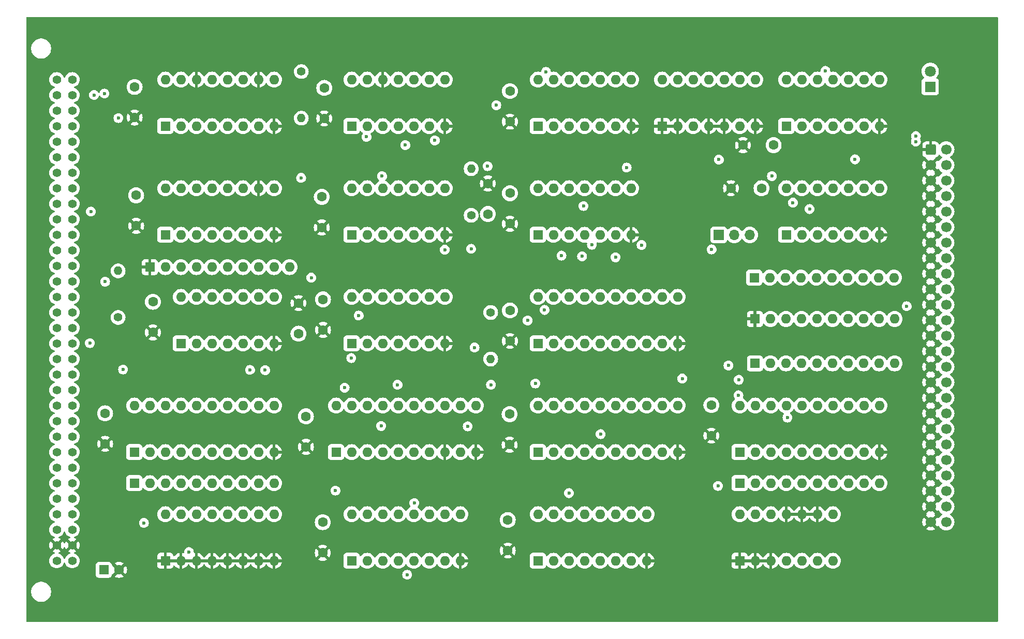
<source format=gbr>
%TF.GenerationSoftware,KiCad,Pcbnew,8.0.6*%
%TF.CreationDate,2024-11-23T08:52:47+01:00*%
%TF.ProjectId,4680-4105,34363830-2d34-4313-9035-2e6b69636164,Ver 1.00*%
%TF.SameCoordinates,Original*%
%TF.FileFunction,Copper,L3,Inr*%
%TF.FilePolarity,Positive*%
%FSLAX46Y46*%
G04 Gerber Fmt 4.6, Leading zero omitted, Abs format (unit mm)*
G04 Created by KiCad (PCBNEW 8.0.6) date 2024-11-23 08:52:47*
%MOMM*%
%LPD*%
G01*
G04 APERTURE LIST*
G04 Aperture macros list*
%AMRoundRect*
0 Rectangle with rounded corners*
0 $1 Rounding radius*
0 $2 $3 $4 $5 $6 $7 $8 $9 X,Y pos of 4 corners*
0 Add a 4 corners polygon primitive as box body*
4,1,4,$2,$3,$4,$5,$6,$7,$8,$9,$2,$3,0*
0 Add four circle primitives for the rounded corners*
1,1,$1+$1,$2,$3*
1,1,$1+$1,$4,$5*
1,1,$1+$1,$6,$7*
1,1,$1+$1,$8,$9*
0 Add four rect primitives between the rounded corners*
20,1,$1+$1,$2,$3,$4,$5,0*
20,1,$1+$1,$4,$5,$6,$7,0*
20,1,$1+$1,$6,$7,$8,$9,0*
20,1,$1+$1,$8,$9,$2,$3,0*%
G04 Aperture macros list end*
%TA.AperFunction,ComponentPad*%
%ADD10R,1.600000X1.600000*%
%TD*%
%TA.AperFunction,ComponentPad*%
%ADD11O,1.600000X1.600000*%
%TD*%
%TA.AperFunction,ComponentPad*%
%ADD12C,1.600000*%
%TD*%
%TA.AperFunction,ComponentPad*%
%ADD13C,1.400000*%
%TD*%
%TA.AperFunction,ComponentPad*%
%ADD14O,1.400000X1.400000*%
%TD*%
%TA.AperFunction,ComponentPad*%
%ADD15RoundRect,0.250000X-0.600000X-0.600000X0.600000X-0.600000X0.600000X0.600000X-0.600000X0.600000X0*%
%TD*%
%TA.AperFunction,ComponentPad*%
%ADD16C,1.700000*%
%TD*%
%TA.AperFunction,ComponentPad*%
%ADD17R,1.800000X1.800000*%
%TD*%
%TA.AperFunction,ComponentPad*%
%ADD18C,1.800000*%
%TD*%
%TA.AperFunction,ComponentPad*%
%ADD19C,1.422400*%
%TD*%
%TA.AperFunction,ComponentPad*%
%ADD20R,1.700000X1.700000*%
%TD*%
%TA.AperFunction,ComponentPad*%
%ADD21O,1.700000X1.700000*%
%TD*%
%TA.AperFunction,ViaPad*%
%ADD22C,0.600000*%
%TD*%
G04 APERTURE END LIST*
D10*
%TO.N,Net-(U10-OEb)*%
%TO.C,U8*%
X83261200Y-76149200D03*
D11*
%TO.N,/~{C3}*%
X85801200Y-76149200D03*
%TO.N,Net-(RN4-R3)*%
X88341200Y-76149200D03*
%TO.N,/~{INP}*%
X90881200Y-76149200D03*
%TO.N,Net-(RN4-R5)*%
X93421200Y-76149200D03*
%TO.N,/~{STAT}*%
X95961200Y-76149200D03*
%TO.N,Net-(RN4-R8)*%
X98501200Y-76149200D03*
%TO.N,GND*%
X101041200Y-76149200D03*
%TO.N,Net-(U8-O4a)*%
X101041200Y-68529200D03*
%TO.N,GND*%
X98501200Y-68529200D03*
%TO.N,Net-(RN4-R6)*%
X95961200Y-68529200D03*
%TO.N,/~{C1}*%
X93421200Y-68529200D03*
%TO.N,Net-(RN4-R4)*%
X90881200Y-68529200D03*
%TO.N,/~{OUT}*%
X88341200Y-68529200D03*
%TO.N,Net-(U10-OEb)*%
X85801200Y-68529200D03*
%TO.N,VCC*%
X83261200Y-68529200D03*
%TD*%
D10*
%TO.N,VCC*%
%TO.C,RN8*%
X78181200Y-116789200D03*
D11*
%TO.N,Net-(RN8-R1)*%
X80721200Y-116789200D03*
%TO.N,Net-(RN8-R2)*%
X83261200Y-116789200D03*
%TO.N,Net-(RN8-R3)*%
X85801200Y-116789200D03*
%TO.N,Net-(RN8-R4)*%
X88341200Y-116789200D03*
%TO.N,Net-(RN8-R5)*%
X90881200Y-116789200D03*
%TO.N,Net-(RN8-R6)*%
X93421200Y-116789200D03*
%TO.N,Net-(RN8-R7)*%
X95961200Y-116789200D03*
%TO.N,Net-(RN8-R8)*%
X98501200Y-116789200D03*
%TO.N,unconnected-(RN8-R9-Pad10)*%
X101041200Y-116789200D03*
%TD*%
D10*
%TO.N,/rn4_10*%
%TO.C,U18*%
X144221200Y-76149200D03*
D11*
X146761200Y-76149200D03*
%TO.N,Net-(U6-D1)*%
X149301200Y-76149200D03*
%TO.N,Net-(U15-Pad5)*%
X151841200Y-76149200D03*
%TO.N,Net-(U12-Q2)*%
X154381200Y-76149200D03*
%TO.N,/~{INT}*%
X156921200Y-76149200D03*
%TO.N,GND*%
X159461200Y-76149200D03*
%TO.N,/~{INT}*%
X159461200Y-68529200D03*
%TO.N,Net-(U12-Q0)*%
X156921200Y-68529200D03*
%TO.N,/rn4_10*%
X154381200Y-68529200D03*
%TO.N,/rn4_2*%
X151841200Y-68529200D03*
%TO.N,Net-(U6-D4)*%
X149301200Y-68529200D03*
%TO.N,Net-(U6-D5)*%
X146761200Y-68529200D03*
%TO.N,VCC*%
X144221200Y-68529200D03*
%TD*%
D12*
%TO.N,VCC*%
%TO.C,C7*%
X109270800Y-52110000D03*
%TO.N,GND*%
X109270800Y-57110000D03*
%TD*%
D10*
%TO.N,Net-(U10-OEa)*%
%TO.C,U10*%
X83261200Y-58369200D03*
D11*
%TO.N,/rn4_2*%
X85801200Y-58369200D03*
%TO.N,/~{TRRQ}*%
X88341200Y-58369200D03*
%TO.N,/~{TREN}*%
X90881200Y-58369200D03*
%TO.N,/rn4_3*%
X93421200Y-58369200D03*
%TO.N,Net-(U10-I3)*%
X95961200Y-58369200D03*
%TO.N,/~{R{slash}W}*%
X98501200Y-58369200D03*
%TO.N,GND*%
X101041200Y-58369200D03*
%TO.N,/rn4_10*%
X101041200Y-50749200D03*
%TO.N,GND*%
X98501200Y-50749200D03*
%TO.N,/rn4_8*%
X95961200Y-50749200D03*
%TO.N,/~{C4}*%
X93421200Y-50749200D03*
%TO.N,/~{CSB}*%
X90881200Y-50749200D03*
%TO.N,GND*%
X88341200Y-50749200D03*
%TO.N,Net-(U10-OEb)*%
X85801200Y-50749200D03*
%TO.N,VCC*%
X83261200Y-50749200D03*
%TD*%
D13*
%TO.N,VCC*%
%TO.C,R13*%
X75539600Y-89662000D03*
D14*
%TO.N,/~{PRAC}*%
X75539600Y-82042000D03*
%TD*%
D12*
%TO.N,VCC*%
%TO.C,C12*%
X78232000Y-51957600D03*
%TO.N,GND*%
X78232000Y-56957600D03*
%TD*%
%TO.N,VCC*%
%TO.C,C20*%
X182789200Y-61468000D03*
%TO.N,GND*%
X177789200Y-61468000D03*
%TD*%
%TO.N,Net-(C2-Pad1)*%
%TO.C,C2*%
X136042400Y-72745600D03*
%TO.N,GND*%
X136042400Y-67745600D03*
%TD*%
D10*
%TO.N,Net-(U4-~{G1})*%
%TO.C,U4*%
X144221200Y-93929200D03*
D11*
%TO.N,Net-(J2-Pin_10)*%
X146761200Y-93929200D03*
%TO.N,/D4*%
X149301200Y-93929200D03*
%TO.N,Net-(J2-Pin_12)*%
X151841200Y-93929200D03*
%TO.N,/D5*%
X154381200Y-93929200D03*
%TO.N,Net-(J2-Pin_14)*%
X156921200Y-93929200D03*
%TO.N,/D6*%
X159461200Y-93929200D03*
%TO.N,Net-(J2-Pin_16)*%
X162001200Y-93929200D03*
%TO.N,/D7*%
X164541200Y-93929200D03*
%TO.N,GND*%
X167081200Y-93929200D03*
%TO.N,/D0*%
X167081200Y-86309200D03*
%TO.N,Net-(J2-Pin_2)*%
X164541200Y-86309200D03*
%TO.N,/D1*%
X162001200Y-86309200D03*
%TO.N,Net-(J2-Pin_4)*%
X159461200Y-86309200D03*
%TO.N,/D2*%
X156921200Y-86309200D03*
%TO.N,Net-(J2-Pin_6)*%
X154381200Y-86309200D03*
%TO.N,/D3*%
X151841200Y-86309200D03*
%TO.N,Net-(J2-Pin_8)*%
X149301200Y-86309200D03*
%TO.N,Net-(U16B-~{R})*%
X146761200Y-86309200D03*
%TO.N,VCC*%
X144221200Y-86309200D03*
%TD*%
D12*
%TO.N,VCC*%
%TO.C,C9*%
X73406000Y-105359200D03*
%TO.N,GND*%
X73406000Y-110359200D03*
%TD*%
D10*
%TO.N,Net-(U1-~{Mr})*%
%TO.C,U1*%
X144221200Y-111709200D03*
D11*
%TO.N,Net-(U1-Q0)*%
X146761200Y-111709200D03*
%TO.N,/D4*%
X149301200Y-111709200D03*
%TO.N,/D5*%
X151841200Y-111709200D03*
%TO.N,Net-(U1-Q1)*%
X154381200Y-111709200D03*
%TO.N,Net-(U1-Q2)*%
X156921200Y-111709200D03*
%TO.N,/D6*%
X159461200Y-111709200D03*
%TO.N,/D7*%
X162001200Y-111709200D03*
%TO.N,Net-(U1-Q3)*%
X164541200Y-111709200D03*
%TO.N,GND*%
X167081200Y-111709200D03*
%TO.N,Net-(U1-Cp)*%
X167081200Y-104089200D03*
%TO.N,Net-(U1-Q4)*%
X164541200Y-104089200D03*
%TO.N,/D0*%
X162001200Y-104089200D03*
%TO.N,/D1*%
X159461200Y-104089200D03*
%TO.N,Net-(U1-Q5)*%
X156921200Y-104089200D03*
%TO.N,Net-(U1-Q6)*%
X154381200Y-104089200D03*
%TO.N,/D2*%
X151841200Y-104089200D03*
%TO.N,/D3*%
X149301200Y-104089200D03*
%TO.N,Net-(U1-Q7)*%
X146761200Y-104089200D03*
%TO.N,VCC*%
X144221200Y-104089200D03*
%TD*%
D10*
%TO.N,Net-(U16A-D)*%
%TO.C,U16*%
X113741200Y-58369200D03*
D11*
X116281200Y-58369200D03*
%TO.N,Net-(U16A-C)*%
X118821200Y-58369200D03*
%TO.N,Net-(RN10-R2)*%
X121361200Y-58369200D03*
%TO.N,Net-(U16A-Q)*%
X123901200Y-58369200D03*
%TO.N,Net-(U16A-~{Q})*%
X126441200Y-58369200D03*
%TO.N,GND*%
X128981200Y-58369200D03*
%TO.N,unconnected-(U16B-~{Q}-Pad8)*%
X128981200Y-50749200D03*
%TO.N,Net-(U16B-Q)*%
X126441200Y-50749200D03*
%TO.N,Net-(RN4-R6)*%
X123901200Y-50749200D03*
%TO.N,Net-(U16B-C)*%
X121361200Y-50749200D03*
%TO.N,GND*%
X118821200Y-50749200D03*
%TO.N,Net-(U16B-~{R})*%
X116281200Y-50749200D03*
%TO.N,VCC*%
X113741200Y-50749200D03*
%TD*%
D10*
%TO.N,Net-(C2-Pad1)*%
%TO.C,U13*%
X184861200Y-76149200D03*
D11*
%TO.N,Net-(J3-Pin_3)*%
X187401200Y-76149200D03*
%TO.N,Net-(J2-Pin_48)*%
X189941200Y-76149200D03*
%TO.N,Net-(U16A-D)*%
X192481200Y-76149200D03*
%TO.N,/r10_7*%
X195021200Y-76149200D03*
%TO.N,Net-(U13-Pad6)*%
X197561200Y-76149200D03*
%TO.N,GND*%
X200101200Y-76149200D03*
%TO.N,Net-(U3-~{G2})*%
X200101200Y-68529200D03*
%TO.N,Net-(U16B-~{R})*%
X197561200Y-68529200D03*
%TO.N,Net-(U13-Pad10)*%
X195021200Y-68529200D03*
%TO.N,/r10_6*%
X192481200Y-68529200D03*
%TO.N,Net-(U2-OEa)*%
X189941200Y-68529200D03*
%TO.N,/r10_4*%
X187401200Y-68529200D03*
%TO.N,VCC*%
X184861200Y-68529200D03*
%TD*%
D10*
%TO.N,GND*%
%TO.C,RN4*%
X80721200Y-81432400D03*
D11*
%TO.N,/rn4_2*%
X83261200Y-81432400D03*
%TO.N,/rn4_3*%
X85801200Y-81432400D03*
%TO.N,Net-(RN4-R3)*%
X88341200Y-81432400D03*
%TO.N,Net-(RN4-R4)*%
X90881200Y-81432400D03*
%TO.N,Net-(RN4-R5)*%
X93421200Y-81432400D03*
%TO.N,Net-(RN4-R6)*%
X95961200Y-81432400D03*
%TO.N,/rn4_8*%
X98501200Y-81432400D03*
%TO.N,Net-(RN4-R8)*%
X101041200Y-81432400D03*
%TO.N,/rn4_10*%
X103581200Y-81432400D03*
%TD*%
D10*
%TO.N,Net-(U16B-C)*%
%TO.C,U11*%
X184861200Y-58369200D03*
D11*
X187401200Y-58369200D03*
%TO.N,Net-(J2-Pin_40)*%
X189941200Y-58369200D03*
%TO.N,Net-(U11-Pad4)*%
X192481200Y-58369200D03*
%TO.N,Net-(U16A-D)*%
X195021200Y-58369200D03*
%TO.N,Net-(J2-Pin_38)*%
X197561200Y-58369200D03*
%TO.N,GND*%
X200101200Y-58369200D03*
%TO.N,Net-(J2-Pin_44)*%
X200101200Y-50749200D03*
%TO.N,Net-(RN4-R6)*%
X197561200Y-50749200D03*
%TO.N,Net-(U16B-Q)*%
X195021200Y-50749200D03*
%TO.N,Net-(RN10-R2)*%
X192481200Y-50749200D03*
%TO.N,Net-(U11-Pad12)*%
X189941200Y-50749200D03*
%TO.N,Net-(U11-Pad13)*%
X187401200Y-50749200D03*
%TO.N,VCC*%
X184861200Y-50749200D03*
%TD*%
D12*
%TO.N,VCC*%
%TO.C,C10*%
X78486000Y-69676000D03*
%TO.N,GND*%
X78486000Y-74676000D03*
%TD*%
D10*
%TO.N,Net-(RN4-R8)*%
%TO.C,U6*%
X111201200Y-111709200D03*
D11*
%TO.N,/D7*%
X113741200Y-111709200D03*
%TO.N,Net-(U6-D0)*%
X116281200Y-111709200D03*
%TO.N,Net-(U6-D1)*%
X118821200Y-111709200D03*
%TO.N,/D6*%
X121361200Y-111709200D03*
%TO.N,/D5*%
X123901200Y-111709200D03*
%TO.N,Net-(U12-~{Q0})*%
X126441200Y-111709200D03*
%TO.N,GND*%
X128981200Y-111709200D03*
%TO.N,/D4*%
X131521200Y-111709200D03*
%TO.N,GND*%
X134061200Y-111709200D03*
%TO.N,Net-(RN4-R8)*%
X134061200Y-104089200D03*
%TO.N,/D0*%
X131521200Y-104089200D03*
%TO.N,Net-(U6-D4)*%
X128981200Y-104089200D03*
%TO.N,Net-(U6-D5)*%
X126441200Y-104089200D03*
%TO.N,/D1*%
X123901200Y-104089200D03*
%TO.N,/D2*%
X121361200Y-104089200D03*
%TO.N,Net-(U3-~{G2})*%
X118821200Y-104089200D03*
%TO.N,Net-(U10-I3)*%
X116281200Y-104089200D03*
%TO.N,/D3*%
X113741200Y-104089200D03*
%TO.N,VCC*%
X111201200Y-104089200D03*
%TD*%
D12*
%TO.N,VCC*%
%TO.C,C16*%
X139649200Y-52628800D03*
%TO.N,GND*%
X139649200Y-57628800D03*
%TD*%
D10*
%TO.N,GND*%
%TO.C,RN9*%
X179730400Y-89916000D03*
D11*
%TO.N,unconnected-(RN9-R1-Pad2)*%
X182270400Y-89916000D03*
%TO.N,Net-(RN10-R2)*%
X184810400Y-89916000D03*
%TO.N,/r10_4*%
X187350400Y-89916000D03*
%TO.N,Net-(J2-Pin_48)*%
X189890400Y-89916000D03*
%TO.N,/r10_6*%
X192430400Y-89916000D03*
%TO.N,/r10_7*%
X194970400Y-89916000D03*
%TO.N,Net-(J2-Pin_36)*%
X197510400Y-89916000D03*
%TO.N,unconnected-(RN9-R8-Pad9)*%
X200050400Y-89916000D03*
%TO.N,unconnected-(RN9-R9-Pad10)*%
X202590400Y-89916000D03*
%TD*%
D10*
%TO.N,GND*%
%TO.C,U19*%
X164541200Y-58369200D03*
D11*
X167081200Y-58369200D03*
%TO.N,unconnected-(U19-Pad3)*%
X169621200Y-58369200D03*
%TO.N,GND*%
X172161200Y-58369200D03*
X174701200Y-58369200D03*
%TO.N,unconnected-(U19-Pad6)*%
X177241200Y-58369200D03*
%TO.N,GND*%
X179781200Y-58369200D03*
%TO.N,Net-(U19-Pad8)*%
X179781200Y-50749200D03*
%TO.N,Net-(U14-Pad11)*%
X177241200Y-50749200D03*
%TO.N,Net-(U19-Pad10)*%
X174701200Y-50749200D03*
X172161200Y-50749200D03*
%TO.N,Net-(U10-OEa)*%
X169621200Y-50749200D03*
%TO.N,Net-(U6-D5)*%
X167081200Y-50749200D03*
%TO.N,VCC*%
X164541200Y-50749200D03*
%TD*%
D12*
%TO.N,VCC*%
%TO.C,C3*%
X109016800Y-123179200D03*
%TO.N,GND*%
X109016800Y-128179200D03*
%TD*%
D10*
%TO.N,Net-(U1-~{Mr})*%
%TO.C,U15*%
X113741200Y-76149200D03*
D11*
%TO.N,Net-(U16B-C)*%
X116281200Y-76149200D03*
%TO.N,/rn4_2*%
X118821200Y-76149200D03*
%TO.N,Net-(U11-Pad12)*%
X121361200Y-76149200D03*
%TO.N,Net-(U15-Pad5)*%
X123901200Y-76149200D03*
%TO.N,Net-(U6-D0)*%
X126441200Y-76149200D03*
%TO.N,GND*%
X128981200Y-76149200D03*
%TO.N,Net-(U6-D5)*%
X128981200Y-68529200D03*
%TO.N,Net-(U13-Pad10)*%
X126441200Y-68529200D03*
%TO.N,Net-(U10-I3)*%
X123901200Y-68529200D03*
%TO.N,Net-(U2-OEa)*%
X121361200Y-68529200D03*
%TO.N,Net-(R5-Pad2)*%
X118821200Y-68529200D03*
%TO.N,/rn4_3*%
X116281200Y-68529200D03*
%TO.N,VCC*%
X113741200Y-68529200D03*
%TD*%
D10*
%TO.N,VCC*%
%TO.C,RN10*%
X179730400Y-97180400D03*
D11*
%TO.N,unconnected-(RN10-R1-Pad2)*%
X182270400Y-97180400D03*
%TO.N,Net-(RN10-R2)*%
X184810400Y-97180400D03*
%TO.N,/r10_4*%
X187350400Y-97180400D03*
%TO.N,Net-(J2-Pin_48)*%
X189890400Y-97180400D03*
%TO.N,/r10_6*%
X192430400Y-97180400D03*
%TO.N,/r10_7*%
X194970400Y-97180400D03*
%TO.N,Net-(J2-Pin_36)*%
X197510400Y-97180400D03*
%TO.N,unconnected-(RN10-R8-Pad9)*%
X200050400Y-97180400D03*
%TO.N,unconnected-(RN10-R9-Pad10)*%
X202590400Y-97180400D03*
%TD*%
D10*
%TO.N,VCC*%
%TO.C,RN2*%
X179628800Y-83159600D03*
D11*
%TO.N,Net-(J2-Pin_2)*%
X182168800Y-83159600D03*
%TO.N,Net-(J2-Pin_4)*%
X184708800Y-83159600D03*
%TO.N,Net-(J2-Pin_6)*%
X187248800Y-83159600D03*
%TO.N,Net-(J2-Pin_8)*%
X189788800Y-83159600D03*
%TO.N,Net-(J2-Pin_10)*%
X192328800Y-83159600D03*
%TO.N,Net-(J2-Pin_12)*%
X194868800Y-83159600D03*
%TO.N,Net-(J2-Pin_14)*%
X197408800Y-83159600D03*
%TO.N,Net-(J2-Pin_16)*%
X199948800Y-83159600D03*
%TO.N,unconnected-(RN2-R9-Pad10)*%
X202488800Y-83159600D03*
%TD*%
D10*
%TO.N,/~{CS}*%
%TO.C,U7*%
X85801200Y-93929200D03*
D11*
%TO.N,/~{RST}*%
X88341200Y-93929200D03*
%TO.N,Net-(U5-~{ST})*%
X90881200Y-93929200D03*
%TO.N,Net-(J3-Pin_2)*%
X93421200Y-93929200D03*
%TO.N,Net-(RN4-R4)*%
X95961200Y-93929200D03*
%TO.N,Net-(U1-Cp)*%
X98501200Y-93929200D03*
%TO.N,GND*%
X101041200Y-93929200D03*
%TO.N,Net-(U4-~{G1})*%
X101041200Y-86309200D03*
%TO.N,Net-(U14-Pad3)*%
X98501200Y-86309200D03*
%TO.N,Net-(RN4-R5)*%
X95961200Y-86309200D03*
%TO.N,Net-(U1-~{Mr})*%
X93421200Y-86309200D03*
%TO.N,Net-(RN4-R3)*%
X90881200Y-86309200D03*
%TO.N,/~{RST}*%
X88341200Y-86309200D03*
%TO.N,VCC*%
X85801200Y-86309200D03*
%TD*%
D10*
%TO.N,VCC*%
%TO.C,C11*%
X73192000Y-130962400D03*
D12*
%TO.N,GND*%
X75692000Y-130962400D03*
%TD*%
%TO.N,VCC*%
%TO.C,C17*%
X139649200Y-69342000D03*
%TO.N,GND*%
X139649200Y-74342000D03*
%TD*%
%TO.N,VCC*%
%TO.C,C18*%
X172618400Y-104016800D03*
%TO.N,GND*%
X172618400Y-109016800D03*
%TD*%
D13*
%TO.N,Net-(D1-K)*%
%TO.C,R1*%
X105511600Y-49428400D03*
D14*
%TO.N,Net-(U8-O4a)*%
X105511600Y-57048400D03*
%TD*%
D12*
%TO.N,VCC*%
%TO.C,C15*%
X139598400Y-105490000D03*
%TO.N,GND*%
X139598400Y-110490000D03*
%TD*%
%TO.N,VCC*%
%TO.C,C8*%
X81229200Y-87111200D03*
%TO.N,GND*%
X81229200Y-92111200D03*
%TD*%
%TO.N,VCC*%
%TO.C,C13*%
X139293600Y-122812800D03*
%TO.N,GND*%
X139293600Y-127812800D03*
%TD*%
D15*
%TO.N,GND*%
%TO.C,J2*%
X208483200Y-62179200D03*
D16*
%TO.N,Net-(J2-Pin_2)*%
X211023200Y-62179200D03*
%TO.N,GND*%
X208483200Y-64719200D03*
%TO.N,Net-(J2-Pin_4)*%
X211023200Y-64719200D03*
%TO.N,GND*%
X208483200Y-67259200D03*
%TO.N,Net-(J2-Pin_6)*%
X211023200Y-67259200D03*
%TO.N,GND*%
X208483200Y-69799200D03*
%TO.N,Net-(J2-Pin_8)*%
X211023200Y-69799200D03*
%TO.N,GND*%
X208483200Y-72339200D03*
%TO.N,Net-(J2-Pin_10)*%
X211023200Y-72339200D03*
%TO.N,GND*%
X208483200Y-74879200D03*
%TO.N,Net-(J2-Pin_12)*%
X211023200Y-74879200D03*
%TO.N,GND*%
X208483200Y-77419200D03*
%TO.N,Net-(J2-Pin_14)*%
X211023200Y-77419200D03*
%TO.N,GND*%
X208483200Y-79959200D03*
%TO.N,Net-(J2-Pin_16)*%
X211023200Y-79959200D03*
%TO.N,GND*%
X208483200Y-82499200D03*
%TO.N,unconnected-(J2-Pin_18-Pad18)*%
X211023200Y-82499200D03*
%TO.N,GND*%
X208483200Y-85039200D03*
%TO.N,unconnected-(J2-Pin_20-Pad20)*%
X211023200Y-85039200D03*
%TO.N,GND*%
X208483200Y-87579200D03*
%TO.N,unconnected-(J2-Pin_22-Pad22)*%
X211023200Y-87579200D03*
%TO.N,GND*%
X208483200Y-90119200D03*
%TO.N,unconnected-(J2-Pin_24-Pad24)*%
X211023200Y-90119200D03*
%TO.N,GND*%
X208483200Y-92659200D03*
%TO.N,unconnected-(J2-Pin_26-Pad26)*%
X211023200Y-92659200D03*
%TO.N,GND*%
X208483200Y-95199200D03*
%TO.N,unconnected-(J2-Pin_28-Pad28)*%
X211023200Y-95199200D03*
%TO.N,GND*%
X208483200Y-97739200D03*
%TO.N,unconnected-(J2-Pin_30-Pad30)*%
X211023200Y-97739200D03*
%TO.N,GND*%
X208483200Y-100279200D03*
%TO.N,unconnected-(J2-Pin_32-Pad32)*%
X211023200Y-100279200D03*
%TO.N,GND*%
X208483200Y-102819200D03*
%TO.N,unconnected-(J2-Pin_34-Pad34)*%
X211023200Y-102819200D03*
%TO.N,GND*%
X208483200Y-105359200D03*
%TO.N,Net-(J2-Pin_36)*%
X211023200Y-105359200D03*
%TO.N,GND*%
X208483200Y-107899200D03*
%TO.N,Net-(J2-Pin_38)*%
X211023200Y-107899200D03*
%TO.N,GND*%
X208483200Y-110439200D03*
%TO.N,Net-(J2-Pin_40)*%
X211023200Y-110439200D03*
%TO.N,GND*%
X208483200Y-112979200D03*
%TO.N,/r10_7*%
X211023200Y-112979200D03*
%TO.N,GND*%
X208483200Y-115519200D03*
%TO.N,Net-(J2-Pin_44)*%
X211023200Y-115519200D03*
%TO.N,GND*%
X208483200Y-118059200D03*
%TO.N,/r10_6*%
X211023200Y-118059200D03*
%TO.N,GND*%
X208483200Y-120599200D03*
%TO.N,Net-(J2-Pin_48)*%
X211023200Y-120599200D03*
%TO.N,GND*%
X208483200Y-123139200D03*
%TO.N,/r10_4*%
X211023200Y-123139200D03*
%TD*%
D10*
%TO.N,Net-(RN4-R5)*%
%TO.C,U3*%
X78181200Y-111709200D03*
D11*
%TO.N,Net-(RN8-R1)*%
X80721200Y-111709200D03*
%TO.N,/D7*%
X83261200Y-111709200D03*
%TO.N,Net-(RN8-R3)*%
X85801200Y-111709200D03*
%TO.N,/D6*%
X88341200Y-111709200D03*
%TO.N,Net-(RN8-R5)*%
X90881200Y-111709200D03*
%TO.N,/D5*%
X93421200Y-111709200D03*
%TO.N,Net-(RN8-R7)*%
X95961200Y-111709200D03*
%TO.N,/D4*%
X98501200Y-111709200D03*
%TO.N,GND*%
X101041200Y-111709200D03*
%TO.N,/D0*%
X101041200Y-104089200D03*
%TO.N,Net-(RN8-R8)*%
X98501200Y-104089200D03*
%TO.N,/D1*%
X95961200Y-104089200D03*
%TO.N,Net-(RN8-R6)*%
X93421200Y-104089200D03*
%TO.N,/D2*%
X90881200Y-104089200D03*
%TO.N,Net-(RN8-R4)*%
X88341200Y-104089200D03*
%TO.N,/D3*%
X85801200Y-104089200D03*
%TO.N,Net-(RN8-R2)*%
X83261200Y-104089200D03*
%TO.N,Net-(U3-~{G2})*%
X80721200Y-104089200D03*
%TO.N,VCC*%
X78181200Y-104089200D03*
%TD*%
D13*
%TO.N,VCC*%
%TO.C,R6*%
X136499600Y-88849200D03*
D14*
%TO.N,Net-(U6-D1)*%
X136499600Y-96469200D03*
%TD*%
D10*
%TO.N,GND*%
%TO.C,SW1*%
X83261200Y-129489200D03*
D11*
X85801200Y-129489200D03*
X88341200Y-129489200D03*
X90881200Y-129489200D03*
X93421200Y-129489200D03*
X95961200Y-129489200D03*
X98501200Y-129489200D03*
X101041200Y-129489200D03*
%TO.N,Net-(RN8-R8)*%
X101041200Y-121869200D03*
%TO.N,Net-(RN8-R6)*%
X98501200Y-121869200D03*
%TO.N,Net-(RN8-R4)*%
X95961200Y-121869200D03*
%TO.N,Net-(RN8-R2)*%
X93421200Y-121869200D03*
%TO.N,Net-(RN8-R7)*%
X90881200Y-121869200D03*
%TO.N,Net-(RN8-R5)*%
X88341200Y-121869200D03*
%TO.N,Net-(RN8-R3)*%
X85801200Y-121869200D03*
%TO.N,Net-(RN8-R1)*%
X83261200Y-121869200D03*
%TD*%
D10*
%TO.N,Net-(U1-Cp)*%
%TO.C,U9*%
X113741200Y-93929200D03*
D11*
%TO.N,Net-(U4-~{G1})*%
X116281200Y-93929200D03*
%TO.N,Net-(U16A-C)*%
X118821200Y-93929200D03*
%TO.N,/~{PRAC}*%
X121361200Y-93929200D03*
%TO.N,Net-(U12-Q3)*%
X123901200Y-93929200D03*
%TO.N,Net-(U11-Pad13)*%
X126441200Y-93929200D03*
%TO.N,GND*%
X128981200Y-93929200D03*
%TO.N,Net-(U15-Pad5)*%
X128981200Y-86309200D03*
%TO.N,Net-(U6-D4)*%
X126441200Y-86309200D03*
%TO.N,Net-(U19-Pad8)*%
X123901200Y-86309200D03*
%TO.N,Net-(U6-D4)*%
X121361200Y-86309200D03*
%TO.N,Net-(U16A-~{Q})*%
X118821200Y-86309200D03*
%TO.N,Net-(U16A-D)*%
X116281200Y-86309200D03*
%TO.N,VCC*%
X113741200Y-86309200D03*
%TD*%
D12*
%TO.N,/~{PRAC}*%
%TO.C,C1*%
X105054400Y-92325200D03*
%TO.N,GND*%
X105054400Y-87325200D03*
%TD*%
%TO.N,VCC*%
%TO.C,C19*%
X180818800Y-68529200D03*
%TO.N,GND*%
X175818800Y-68529200D03*
%TD*%
D10*
%TO.N,Net-(U1-~{Mr})*%
%TO.C,U12*%
X144221200Y-129489200D03*
D11*
%TO.N,Net-(U12-Q0)*%
X146761200Y-129489200D03*
%TO.N,Net-(U12-~{Q0})*%
X149301200Y-129489200D03*
%TO.N,/D5*%
X151841200Y-129489200D03*
%TO.N,unconnected-(U12-D1-Pad5)*%
X154381200Y-129489200D03*
%TO.N,unconnected-(U12-~{Q1}-Pad6)*%
X156921200Y-129489200D03*
%TO.N,unconnected-(U12-Q1-Pad7)*%
X159461200Y-129489200D03*
%TO.N,GND*%
X162001200Y-129489200D03*
%TO.N,/rn4_8*%
X162001200Y-121869200D03*
%TO.N,Net-(U12-Q2)*%
X159461200Y-121869200D03*
%TO.N,unconnected-(U12-~{Q2}-Pad11)*%
X156921200Y-121869200D03*
%TO.N,/D7*%
X154381200Y-121869200D03*
X151841200Y-121869200D03*
%TO.N,Net-(U10-OEa)*%
X149301200Y-121869200D03*
%TO.N,Net-(U12-Q3)*%
X146761200Y-121869200D03*
%TO.N,VCC*%
X144221200Y-121869200D03*
%TD*%
D12*
%TO.N,VCC*%
%TO.C,C4*%
X106273600Y-105845600D03*
%TO.N,GND*%
X106273600Y-110845600D03*
%TD*%
D13*
%TO.N,Net-(C2-Pad1)*%
%TO.C,R5*%
X133299200Y-72948800D03*
D14*
%TO.N,Net-(R5-Pad2)*%
X133299200Y-65328800D03*
%TD*%
D12*
%TO.N,VCC*%
%TO.C,C5*%
X109067600Y-86715600D03*
%TO.N,GND*%
X109067600Y-91715600D03*
%TD*%
D17*
%TO.N,Net-(D1-K)*%
%TO.C,D1*%
X208427400Y-51917600D03*
D18*
%TO.N,VCC*%
X208427400Y-49377600D03*
%TD*%
D12*
%TO.N,VCC*%
%TO.C,C14*%
X139649200Y-88522800D03*
%TO.N,GND*%
X139649200Y-93522800D03*
%TD*%
D10*
%TO.N,Net-(U10-I3)*%
%TO.C,U14*%
X144221200Y-58369200D03*
D11*
%TO.N,/rn4_3*%
X146761200Y-58369200D03*
%TO.N,Net-(U14-Pad3)*%
X149301200Y-58369200D03*
%TO.N,Net-(U16A-Q)*%
X151841200Y-58369200D03*
%TO.N,Net-(U13-Pad6)*%
X154381200Y-58369200D03*
%TO.N,Net-(U11-Pad4)*%
X156921200Y-58369200D03*
%TO.N,GND*%
X159461200Y-58369200D03*
%TO.N,Net-(U16B-~{R})*%
X159461200Y-50749200D03*
%TO.N,Net-(J2-Pin_36)*%
X156921200Y-50749200D03*
X154381200Y-50749200D03*
%TO.N,Net-(U14-Pad11)*%
X151841200Y-50749200D03*
%TO.N,Net-(U6-D5)*%
X149301200Y-50749200D03*
%TO.N,Net-(U10-I3)*%
X146761200Y-50749200D03*
%TO.N,VCC*%
X144221200Y-50749200D03*
%TD*%
D10*
%TO.N,Net-(U2-OEa)*%
%TO.C,U2*%
X177241200Y-111709200D03*
D11*
%TO.N,Net-(U1-Q4)*%
X179781200Y-111709200D03*
%TO.N,Net-(J2-Pin_4)*%
X182321200Y-111709200D03*
%TO.N,Net-(U1-Q6)*%
X184861200Y-111709200D03*
%TO.N,Net-(J2-Pin_8)*%
X187401200Y-111709200D03*
%TO.N,Net-(U1-Q0)*%
X189941200Y-111709200D03*
%TO.N,Net-(J2-Pin_12)*%
X192481200Y-111709200D03*
%TO.N,Net-(U1-Q2)*%
X195021200Y-111709200D03*
%TO.N,Net-(J2-Pin_16)*%
X197561200Y-111709200D03*
%TO.N,GND*%
X200101200Y-111709200D03*
%TO.N,Net-(U1-Q3)*%
X200101200Y-104089200D03*
%TO.N,Net-(J2-Pin_14)*%
X197561200Y-104089200D03*
%TO.N,Net-(U1-Q1)*%
X195021200Y-104089200D03*
%TO.N,Net-(J2-Pin_10)*%
X192481200Y-104089200D03*
%TO.N,Net-(U1-Q7)*%
X189941200Y-104089200D03*
%TO.N,Net-(J2-Pin_6)*%
X187401200Y-104089200D03*
%TO.N,Net-(U1-Q5)*%
X184861200Y-104089200D03*
%TO.N,Net-(J2-Pin_2)*%
X182321200Y-104089200D03*
%TO.N,Net-(U2-OEa)*%
X179781200Y-104089200D03*
%TO.N,VCC*%
X177241200Y-104089200D03*
%TD*%
D19*
%TO.N,unconnected-(J1-Pin_a1-PadA1)*%
%TO.C,J1*%
X65481200Y-129489200D03*
%TO.N,GND*%
X65481200Y-126949200D03*
%TO.N,unconnected-(J1-Pin_a3-PadA3)*%
X65481200Y-124409200D03*
%TO.N,unconnected-(J1-Pin_a4-PadA4)*%
X65481200Y-121869200D03*
%TO.N,/~{INT}*%
X65481200Y-119329200D03*
%TO.N,/D7*%
X65481200Y-116789200D03*
%TO.N,/D6*%
X65481200Y-114249200D03*
%TO.N,/D5*%
X65481200Y-111709200D03*
%TO.N,/D4*%
X65481200Y-109169200D03*
%TO.N,/D3*%
X65481200Y-106629200D03*
%TO.N,/D2*%
X65481200Y-104089200D03*
%TO.N,/D1*%
X65481200Y-101549200D03*
%TO.N,/D0*%
X65481200Y-99009200D03*
%TO.N,/~{CSB}*%
X65481200Y-96469200D03*
%TO.N,/~{RST}*%
X65481200Y-93929200D03*
%TO.N,/~{STAT}*%
X65481200Y-91389200D03*
%TO.N,/~{INP}*%
X65481200Y-88849200D03*
%TO.N,/~{C4}*%
X65481200Y-86309200D03*
%TO.N,/~{C3}*%
X65481200Y-83769200D03*
%TO.N,unconnected-(J1-Pin_a20-PadA20)*%
X65481200Y-81229200D03*
%TO.N,/~{C1}*%
X65481200Y-78689200D03*
%TO.N,/~{OUT}*%
X65481200Y-76149200D03*
%TO.N,/~{CS}*%
X65481200Y-73609200D03*
%TO.N,unconnected-(J1-Pin_a24-PadA24)*%
X65481200Y-71069200D03*
%TO.N,unconnected-(J1-Pin_a25-PadA25)*%
X65481200Y-68529200D03*
%TO.N,/~{R{slash}W}*%
X65481200Y-65989200D03*
%TO.N,/~{TREN}*%
X65481200Y-63449200D03*
%TO.N,/~{TRRQ}*%
X65481200Y-60909200D03*
%TO.N,/~{PRAC}*%
X65481200Y-58369200D03*
%TO.N,/rn4_10*%
X65481200Y-55829200D03*
%TO.N,VCC*%
X65481200Y-53289200D03*
%TO.N,unconnected-(J1-Pin_a32-PadA32)*%
X65481200Y-50749200D03*
%TO.N,unconnected-(J1-Pin_b1-PadB1)*%
X68021200Y-129489200D03*
%TO.N,GND*%
X68021200Y-126949200D03*
%TO.N,unconnected-(J1-Pin_b3-PadB3)*%
X68021200Y-124409200D03*
%TO.N,unconnected-(J1-Pin_b4-PadB4)*%
X68021200Y-121869200D03*
%TO.N,unconnected-(J1-Pin_b5-PadB5)*%
X68021200Y-119329200D03*
%TO.N,unconnected-(J1-Pin_b6-PadB6)*%
X68021200Y-116789200D03*
%TO.N,unconnected-(J1-Pin_b7-PadB7)*%
X68021200Y-114249200D03*
%TO.N,unconnected-(J1-Pin_b8-PadB8)*%
X68021200Y-111709200D03*
%TO.N,unconnected-(J1-Pin_b9-PadB9)*%
X68021200Y-109169200D03*
%TO.N,unconnected-(J1-Pin_b10-PadB10)*%
X68021200Y-106629200D03*
%TO.N,unconnected-(J1-Pin_b11-PadB11)*%
X68021200Y-104089200D03*
%TO.N,unconnected-(J1-Pin_b12-PadB12)*%
X68021200Y-101549200D03*
%TO.N,unconnected-(J1-Pin_b13-PadB13)*%
X68021200Y-99009200D03*
%TO.N,unconnected-(J1-Pin_b14-PadB14)*%
X68021200Y-96469200D03*
%TO.N,unconnected-(J1-Pin_b15-PadB15)*%
X68021200Y-93929200D03*
%TO.N,unconnected-(J1-Pin_b16-PadB16)*%
X68021200Y-91389200D03*
%TO.N,unconnected-(J1-Pin_b17-PadB17)*%
X68021200Y-88849200D03*
%TO.N,unconnected-(J1-Pin_b18-PadB18)*%
X68021200Y-86309200D03*
%TO.N,unconnected-(J1-Pin_b19-PadB19)*%
X68021200Y-83769200D03*
%TO.N,unconnected-(J1-Pin_b20-PadB20)*%
X68021200Y-81229200D03*
%TO.N,unconnected-(J1-Pin_b21-PadB21)*%
X68021200Y-78689200D03*
%TO.N,unconnected-(J1-Pin_b22-PadB22)*%
X68021200Y-76149200D03*
%TO.N,unconnected-(J1-Pin_b23-PadB23)*%
X68021200Y-73609200D03*
%TO.N,unconnected-(J1-Pin_b24-PadB24)*%
X68021200Y-71069200D03*
%TO.N,unconnected-(J1-Pin_b25-PadB25)*%
X68021200Y-68529200D03*
%TO.N,unconnected-(J1-Pin_b26-PadB26)*%
X68021200Y-65989200D03*
%TO.N,unconnected-(J1-Pin_b27-PadB27)*%
X68021200Y-63449200D03*
%TO.N,unconnected-(J1-Pin_b28-PadB28)*%
X68021200Y-60909200D03*
%TO.N,unconnected-(J1-Pin_b29-PadB29)*%
X68021200Y-58369200D03*
%TO.N,unconnected-(J1-Pin_b30-PadB30)*%
X68021200Y-55829200D03*
%TO.N,VCC*%
X68021200Y-53289200D03*
%TO.N,unconnected-(J1-Pin_b32-PadB32)*%
X68021200Y-50749200D03*
%TD*%
D10*
%TO.N,VCC*%
%TO.C,RN11*%
X177241200Y-116789200D03*
D11*
%TO.N,Net-(RN11-R1)*%
X179781200Y-116789200D03*
%TO.N,Net-(RN11-R2)*%
X182321200Y-116789200D03*
%TO.N,Net-(RN11-R3)*%
X184861200Y-116789200D03*
%TO.N,Net-(RN11-R4)*%
X187401200Y-116789200D03*
%TO.N,Net-(RN11-R5)*%
X189941200Y-116789200D03*
%TO.N,Net-(RN11-R6)*%
X192481200Y-116789200D03*
%TO.N,unconnected-(RN11-R7-Pad8)*%
X195021200Y-116789200D03*
%TO.N,unconnected-(RN11-R8-Pad9)*%
X197561200Y-116789200D03*
%TO.N,unconnected-(RN11-R9-Pad10)*%
X200101200Y-116789200D03*
%TD*%
D10*
%TO.N,/D3*%
%TO.C,U5*%
X113741200Y-129489200D03*
D11*
%TO.N,Net-(RN11-R4)*%
X116281200Y-129489200D03*
%TO.N,/D5*%
X118821200Y-129489200D03*
%TO.N,Net-(RN11-R6)*%
X121361200Y-129489200D03*
%TO.N,/D4*%
X123901200Y-129489200D03*
%TO.N,Net-(RN11-R5)*%
X126441200Y-129489200D03*
%TO.N,Net-(U5-~{ST})*%
X128981200Y-129489200D03*
%TO.N,GND*%
X131521200Y-129489200D03*
%TO.N,Net-(U10-OEb)*%
X131521200Y-121869200D03*
%TO.N,Net-(RN11-R1)*%
X128981200Y-121869200D03*
%TO.N,/D0*%
X126441200Y-121869200D03*
%TO.N,Net-(RN11-R2)*%
X123901200Y-121869200D03*
%TO.N,/D1*%
X121361200Y-121869200D03*
%TO.N,Net-(RN11-R3)*%
X118821200Y-121869200D03*
%TO.N,/D2*%
X116281200Y-121869200D03*
%TO.N,VCC*%
X113741200Y-121869200D03*
%TD*%
D12*
%TO.N,VCC*%
%TO.C,C6*%
X108864400Y-69940800D03*
%TO.N,GND*%
X108864400Y-74940800D03*
%TD*%
D10*
%TO.N,GND*%
%TO.C,SW2*%
X177241200Y-129489200D03*
D11*
X179781200Y-129489200D03*
X182321200Y-129489200D03*
%TO.N,Net-(RN11-R4)*%
X184861200Y-129489200D03*
%TO.N,Net-(RN11-R5)*%
X187401200Y-129489200D03*
%TO.N,Net-(RN11-R6)*%
X189941200Y-129489200D03*
%TO.N,unconnected-(SW2-Pad7)*%
X192481200Y-129489200D03*
%TO.N,unconnected-(SW2-Pad8)*%
X192481200Y-121869200D03*
%TO.N,GND*%
X189941200Y-121869200D03*
X187401200Y-121869200D03*
X184861200Y-121869200D03*
%TO.N,Net-(RN11-R3)*%
X182321200Y-121869200D03*
%TO.N,Net-(RN11-R2)*%
X179781200Y-121869200D03*
%TO.N,Net-(RN11-R1)*%
X177241200Y-121869200D03*
%TD*%
D20*
%TO.N,/rn4_3*%
%TO.C,J3*%
X173801800Y-76149200D03*
D21*
%TO.N,Net-(J3-Pin_2)*%
X176341800Y-76149200D03*
%TO.N,Net-(J3-Pin_3)*%
X178881800Y-76149200D03*
%TD*%
D22*
%TO.N,Net-(J2-Pin_38)*%
X206074800Y-59994800D03*
%TO.N,Net-(J2-Pin_40)*%
X206074800Y-60883127D03*
%TO.N,Net-(J2-Pin_36)*%
X191262000Y-49326800D03*
%TO.N,Net-(U1-Cp)*%
X167843200Y-99669600D03*
X113690400Y-96316800D03*
%TO.N,Net-(U3-~{G2})*%
X135986399Y-64917199D03*
X132740398Y-107492799D03*
X118567200Y-107431600D03*
%TO.N,Net-(U16B-~{R})*%
X158750000Y-65142400D03*
X145542000Y-49479200D03*
%TO.N,Net-(U10-OEb)*%
X79756002Y-123291600D03*
%TO.N,Net-(U6-D4)*%
X148082000Y-79552800D03*
%TO.N,/~{CS}*%
X70916798Y-93878400D03*
X71069200Y-72339200D03*
%TO.N,/~{PRAC}*%
X75590400Y-57048400D03*
%TO.N,Net-(U8-O4a)*%
X105486200Y-66827400D03*
%TO.N,Net-(U1-Q4)*%
X177038000Y-102412800D03*
%TO.N,Net-(U1-Q6)*%
X185064400Y-106070400D03*
%TO.N,Net-(U11-Pad13)*%
X133858000Y-94589600D03*
X137415328Y-54945662D03*
%TO.N,Net-(U1-~{Mr})*%
X142544800Y-90170000D03*
X114909600Y-89357200D03*
%TO.N,Net-(U1-Q1)*%
X154482800Y-108762800D03*
%TO.N,Net-(U12-Q3)*%
X124002800Y-120041254D03*
%TO.N,Net-(U5-~{ST})*%
X87122000Y-128066800D03*
%TO.N,/~{CSB}*%
X73304400Y-53035200D03*
%TO.N,/~{C4}*%
X71596456Y-53265104D03*
%TO.N,Net-(C2-Pad1)*%
X133299198Y-78435196D03*
%TO.N,Net-(U6-D1)*%
X136550400Y-100685600D03*
X143814800Y-100482400D03*
X121259600Y-100685600D03*
%TO.N,Net-(U12-~{Q0})*%
X122834400Y-131775200D03*
%TO.N,Net-(U10-I3)*%
X127355600Y-60706000D03*
%TO.N,Net-(J3-Pin_2)*%
X175412400Y-97536000D03*
%TO.N,Net-(U14-Pad3)*%
X145321200Y-88442800D03*
%TO.N,Net-(U15-Pad5)*%
X151457780Y-79677380D03*
X128981199Y-78587602D03*
%TO.N,Net-(U19-Pad8)*%
X172651800Y-78536800D03*
%TO.N,Net-(U10-OEa)*%
X149301198Y-118414800D03*
X173685200Y-117246400D03*
%TO.N,Net-(U11-Pad12)*%
X188671202Y-71932800D03*
%TO.N,Net-(U2-OEa)*%
X182524400Y-66548000D03*
X177088800Y-99872800D03*
%TO.N,Net-(U12-Q2)*%
X161188400Y-77825600D03*
%TO.N,Net-(U13-Pad6)*%
X196121200Y-63804800D03*
%TO.N,/~{INT}*%
X73406000Y-83820000D03*
X156921200Y-79834400D03*
%TO.N,Net-(RN4-R8)*%
X112600385Y-101172400D03*
X99601200Y-98298000D03*
%TO.N,Net-(RN4-R6)*%
X122529600Y-61468000D03*
%TO.N,Net-(RN4-R5)*%
X76352400Y-98196400D03*
X97129600Y-98247200D03*
%TO.N,/rn4_10*%
X153060400Y-77774800D03*
%TO.N,/rn4_3*%
X173837600Y-63845200D03*
X116179600Y-60119200D03*
%TO.N,/rn4_2*%
X151688800Y-71435200D03*
%TO.N,Net-(R5-Pad2)*%
X118719600Y-66548000D03*
%TO.N,Net-(RN10-R2)*%
X204574800Y-87833200D03*
%TO.N,/rn4_8*%
X111099600Y-118008400D03*
X107137200Y-83159600D03*
%TO.N,Net-(U16B-C)*%
X185961198Y-70883600D03*
%TD*%
%TA.AperFunction,Conductor*%
%TO.N,GND*%
G36*
X179461120Y-129243594D02*
G01*
X179408459Y-129334806D01*
X179381200Y-129436539D01*
X179381200Y-129541861D01*
X179408459Y-129643594D01*
X179461120Y-129734806D01*
X179465514Y-129739200D01*
X177556886Y-129739200D01*
X177561280Y-129734806D01*
X177613941Y-129643594D01*
X177641200Y-129541861D01*
X177641200Y-129436539D01*
X177613941Y-129334806D01*
X177561280Y-129243594D01*
X177556886Y-129239200D01*
X179465514Y-129239200D01*
X179461120Y-129243594D01*
G37*
%TD.AperFunction*%
%TA.AperFunction,Conductor*%
G36*
X182001120Y-129243594D02*
G01*
X181948459Y-129334806D01*
X181921200Y-129436539D01*
X181921200Y-129541861D01*
X181948459Y-129643594D01*
X182001120Y-129734806D01*
X182005514Y-129739200D01*
X180096886Y-129739200D01*
X180101280Y-129734806D01*
X180153941Y-129643594D01*
X180181200Y-129541861D01*
X180181200Y-129436539D01*
X180153941Y-129334806D01*
X180101280Y-129243594D01*
X180096886Y-129239200D01*
X182005514Y-129239200D01*
X182001120Y-129243594D01*
G37*
%TD.AperFunction*%
%TA.AperFunction,Conductor*%
G36*
X85481120Y-129243594D02*
G01*
X85428459Y-129334806D01*
X85401200Y-129436539D01*
X85401200Y-129541861D01*
X85428459Y-129643594D01*
X85481120Y-129734806D01*
X85485514Y-129739200D01*
X83576886Y-129739200D01*
X83581280Y-129734806D01*
X83633941Y-129643594D01*
X83661200Y-129541861D01*
X83661200Y-129436539D01*
X83633941Y-129334806D01*
X83581280Y-129243594D01*
X83576886Y-129239200D01*
X85485514Y-129239200D01*
X85481120Y-129243594D01*
G37*
%TD.AperFunction*%
%TA.AperFunction,Conductor*%
G36*
X88021120Y-129243594D02*
G01*
X87968459Y-129334806D01*
X87941200Y-129436539D01*
X87941200Y-129541861D01*
X87968459Y-129643594D01*
X88021120Y-129734806D01*
X88025514Y-129739200D01*
X86116886Y-129739200D01*
X86121280Y-129734806D01*
X86173941Y-129643594D01*
X86201200Y-129541861D01*
X86201200Y-129436539D01*
X86173941Y-129334806D01*
X86121280Y-129243594D01*
X86116886Y-129239200D01*
X88025514Y-129239200D01*
X88021120Y-129243594D01*
G37*
%TD.AperFunction*%
%TA.AperFunction,Conductor*%
G36*
X90561120Y-129243594D02*
G01*
X90508459Y-129334806D01*
X90481200Y-129436539D01*
X90481200Y-129541861D01*
X90508459Y-129643594D01*
X90561120Y-129734806D01*
X90565514Y-129739200D01*
X88656886Y-129739200D01*
X88661280Y-129734806D01*
X88713941Y-129643594D01*
X88741200Y-129541861D01*
X88741200Y-129436539D01*
X88713941Y-129334806D01*
X88661280Y-129243594D01*
X88656886Y-129239200D01*
X90565514Y-129239200D01*
X90561120Y-129243594D01*
G37*
%TD.AperFunction*%
%TA.AperFunction,Conductor*%
G36*
X93101120Y-129243594D02*
G01*
X93048459Y-129334806D01*
X93021200Y-129436539D01*
X93021200Y-129541861D01*
X93048459Y-129643594D01*
X93101120Y-129734806D01*
X93105514Y-129739200D01*
X91196886Y-129739200D01*
X91201280Y-129734806D01*
X91253941Y-129643594D01*
X91281200Y-129541861D01*
X91281200Y-129436539D01*
X91253941Y-129334806D01*
X91201280Y-129243594D01*
X91196886Y-129239200D01*
X93105514Y-129239200D01*
X93101120Y-129243594D01*
G37*
%TD.AperFunction*%
%TA.AperFunction,Conductor*%
G36*
X95641120Y-129243594D02*
G01*
X95588459Y-129334806D01*
X95561200Y-129436539D01*
X95561200Y-129541861D01*
X95588459Y-129643594D01*
X95641120Y-129734806D01*
X95645514Y-129739200D01*
X93736886Y-129739200D01*
X93741280Y-129734806D01*
X93793941Y-129643594D01*
X93821200Y-129541861D01*
X93821200Y-129436539D01*
X93793941Y-129334806D01*
X93741280Y-129243594D01*
X93736886Y-129239200D01*
X95645514Y-129239200D01*
X95641120Y-129243594D01*
G37*
%TD.AperFunction*%
%TA.AperFunction,Conductor*%
G36*
X98181120Y-129243594D02*
G01*
X98128459Y-129334806D01*
X98101200Y-129436539D01*
X98101200Y-129541861D01*
X98128459Y-129643594D01*
X98181120Y-129734806D01*
X98185514Y-129739200D01*
X96276886Y-129739200D01*
X96281280Y-129734806D01*
X96333941Y-129643594D01*
X96361200Y-129541861D01*
X96361200Y-129436539D01*
X96333941Y-129334806D01*
X96281280Y-129243594D01*
X96276886Y-129239200D01*
X98185514Y-129239200D01*
X98181120Y-129243594D01*
G37*
%TD.AperFunction*%
%TA.AperFunction,Conductor*%
G36*
X100721120Y-129243594D02*
G01*
X100668459Y-129334806D01*
X100641200Y-129436539D01*
X100641200Y-129541861D01*
X100668459Y-129643594D01*
X100721120Y-129734806D01*
X100725514Y-129739200D01*
X98816886Y-129739200D01*
X98821280Y-129734806D01*
X98873941Y-129643594D01*
X98901200Y-129541861D01*
X98901200Y-129436539D01*
X98873941Y-129334806D01*
X98821280Y-129243594D01*
X98816886Y-129239200D01*
X100725514Y-129239200D01*
X100721120Y-129243594D01*
G37*
%TD.AperFunction*%
%TA.AperFunction,Conductor*%
G36*
X67595158Y-127125673D02*
G01*
X67655349Y-127229927D01*
X67740473Y-127315051D01*
X67844727Y-127375242D01*
X67926735Y-127397216D01*
X67359485Y-127964465D01*
X67413287Y-128002137D01*
X67605361Y-128091702D01*
X67605366Y-128091705D01*
X67633211Y-128099165D01*
X67692873Y-128135528D01*
X67723404Y-128198375D01*
X67715111Y-128267750D01*
X67670627Y-128321629D01*
X67633218Y-128338715D01*
X67605199Y-128346223D01*
X67605189Y-128346227D01*
X67413035Y-128435829D01*
X67413031Y-128435831D01*
X67239363Y-128557435D01*
X67239357Y-128557440D01*
X67089440Y-128707357D01*
X67089435Y-128707363D01*
X66967831Y-128881031D01*
X66967829Y-128881035D01*
X66878227Y-129073189D01*
X66878224Y-129073196D01*
X66870975Y-129100251D01*
X66834609Y-129159911D01*
X66771762Y-129190440D01*
X66702387Y-129182145D01*
X66648509Y-129137659D01*
X66631425Y-129100251D01*
X66624175Y-129073196D01*
X66624174Y-129073191D01*
X66534571Y-128881036D01*
X66534569Y-128881033D01*
X66534568Y-128881031D01*
X66412964Y-128707363D01*
X66412959Y-128707357D01*
X66263042Y-128557440D01*
X66263036Y-128557435D01*
X66089368Y-128435831D01*
X66089364Y-128435829D01*
X66047531Y-128416322D01*
X65897209Y-128346226D01*
X65897205Y-128346224D01*
X65897198Y-128346222D01*
X65869182Y-128338715D01*
X65809523Y-128302349D01*
X65778995Y-128239502D01*
X65787291Y-128170126D01*
X65831777Y-128116249D01*
X65869189Y-128099165D01*
X65897030Y-128091705D01*
X65897038Y-128091702D01*
X66089113Y-128002137D01*
X66089117Y-128002135D01*
X66142913Y-127964466D01*
X65575664Y-127397216D01*
X65657673Y-127375242D01*
X65761927Y-127315051D01*
X65847051Y-127229927D01*
X65907242Y-127125673D01*
X65929216Y-127043663D01*
X66496466Y-127610913D01*
X66534135Y-127557117D01*
X66534137Y-127557113D01*
X66623702Y-127365038D01*
X66623707Y-127365027D01*
X66631425Y-127336223D01*
X66667789Y-127276562D01*
X66730636Y-127246032D01*
X66800012Y-127254326D01*
X66853890Y-127298811D01*
X66870975Y-127336223D01*
X66878692Y-127365027D01*
X66878697Y-127365038D01*
X66968262Y-127557112D01*
X66968263Y-127557114D01*
X67005933Y-127610912D01*
X67005934Y-127610913D01*
X67573183Y-127043663D01*
X67595158Y-127125673D01*
G37*
%TD.AperFunction*%
%TA.AperFunction,Conductor*%
G36*
X66800012Y-124716254D02*
G01*
X66853890Y-124760739D01*
X66870975Y-124798149D01*
X66878223Y-124825201D01*
X66878225Y-124825205D01*
X66878226Y-124825209D01*
X66967829Y-125017364D01*
X66967831Y-125017368D01*
X67089435Y-125191036D01*
X67089440Y-125191042D01*
X67239357Y-125340959D01*
X67239363Y-125340964D01*
X67413031Y-125462568D01*
X67413033Y-125462569D01*
X67413036Y-125462571D01*
X67605191Y-125552174D01*
X67605197Y-125552175D01*
X67605198Y-125552176D01*
X67633214Y-125559683D01*
X67692875Y-125596048D01*
X67723404Y-125658895D01*
X67715109Y-125728270D01*
X67670624Y-125782148D01*
X67633214Y-125799233D01*
X67605370Y-125806693D01*
X67605361Y-125806697D01*
X67413288Y-125896262D01*
X67359486Y-125933933D01*
X67926736Y-126501183D01*
X67844727Y-126523158D01*
X67740473Y-126583349D01*
X67655349Y-126668473D01*
X67595158Y-126772727D01*
X67573183Y-126854736D01*
X67005933Y-126287486D01*
X66968262Y-126341288D01*
X66878697Y-126533361D01*
X66878693Y-126533370D01*
X66870975Y-126562177D01*
X66834610Y-126621838D01*
X66771763Y-126652367D01*
X66702388Y-126644072D01*
X66648510Y-126599587D01*
X66631425Y-126562177D01*
X66623706Y-126533370D01*
X66623702Y-126533361D01*
X66534134Y-126341283D01*
X66496466Y-126287486D01*
X66496465Y-126287485D01*
X65929216Y-126854735D01*
X65907242Y-126772727D01*
X65847051Y-126668473D01*
X65761927Y-126583349D01*
X65657673Y-126523158D01*
X65575664Y-126501183D01*
X66142913Y-125933934D01*
X66142912Y-125933933D01*
X66089114Y-125896263D01*
X66089112Y-125896262D01*
X65897038Y-125806697D01*
X65897029Y-125806693D01*
X65869185Y-125799233D01*
X65809525Y-125762869D01*
X65778995Y-125700022D01*
X65787289Y-125630646D01*
X65831774Y-125576768D01*
X65869186Y-125559683D01*
X65897199Y-125552177D01*
X65897200Y-125552176D01*
X65897209Y-125552174D01*
X66089364Y-125462571D01*
X66263041Y-125340961D01*
X66412961Y-125191041D01*
X66534571Y-125017364D01*
X66624174Y-124825209D01*
X66631425Y-124798149D01*
X66667790Y-124738488D01*
X66730637Y-124707959D01*
X66800012Y-124716254D01*
G37*
%TD.AperFunction*%
%TA.AperFunction,Conductor*%
G36*
X209598125Y-121360573D02*
G01*
X209651319Y-121284605D01*
X209705896Y-121240981D01*
X209775395Y-121233788D01*
X209837749Y-121265310D01*
X209854469Y-121284605D01*
X209984705Y-121470601D01*
X209984706Y-121470602D01*
X210151797Y-121637693D01*
X210151803Y-121637698D01*
X210337358Y-121767625D01*
X210380983Y-121822202D01*
X210388177Y-121891700D01*
X210356654Y-121954055D01*
X210337358Y-121970775D01*
X210151797Y-122100705D01*
X209984705Y-122267797D01*
X209854469Y-122453795D01*
X209799892Y-122497420D01*
X209730394Y-122504614D01*
X209668039Y-122473091D01*
X209651319Y-122453795D01*
X209598125Y-122377826D01*
X209598125Y-122377825D01*
X208966162Y-123009789D01*
X208949125Y-122946207D01*
X208883299Y-122832193D01*
X208790207Y-122739101D01*
X208676193Y-122673275D01*
X208612610Y-122656237D01*
X209244573Y-122024273D01*
X209168169Y-121970776D01*
X209124544Y-121916199D01*
X209117350Y-121846701D01*
X209148872Y-121784346D01*
X209168168Y-121767625D01*
X209244573Y-121714125D01*
X208612609Y-121082162D01*
X208676193Y-121065125D01*
X208790207Y-120999299D01*
X208883299Y-120906207D01*
X208949125Y-120792193D01*
X208966162Y-120728609D01*
X209598125Y-121360573D01*
G37*
%TD.AperFunction*%
%TA.AperFunction,Conductor*%
G36*
X209598125Y-118820573D02*
G01*
X209651319Y-118744605D01*
X209705896Y-118700981D01*
X209775395Y-118693788D01*
X209837749Y-118725310D01*
X209854469Y-118744605D01*
X209984705Y-118930601D01*
X209984706Y-118930602D01*
X210151797Y-119097693D01*
X210151803Y-119097698D01*
X210337358Y-119227625D01*
X210380983Y-119282202D01*
X210388177Y-119351700D01*
X210356654Y-119414055D01*
X210337358Y-119430775D01*
X210151797Y-119560705D01*
X209984705Y-119727797D01*
X209854469Y-119913795D01*
X209799892Y-119957420D01*
X209730394Y-119964614D01*
X209668039Y-119933091D01*
X209651319Y-119913795D01*
X209598125Y-119837826D01*
X209598125Y-119837825D01*
X208966162Y-120469789D01*
X208949125Y-120406207D01*
X208883299Y-120292193D01*
X208790207Y-120199101D01*
X208676193Y-120133275D01*
X208612610Y-120116237D01*
X209244573Y-119484273D01*
X209168169Y-119430776D01*
X209124544Y-119376199D01*
X209117350Y-119306701D01*
X209148872Y-119244346D01*
X209168168Y-119227625D01*
X209244573Y-119174125D01*
X208612609Y-118542162D01*
X208676193Y-118525125D01*
X208790207Y-118459299D01*
X208883299Y-118366207D01*
X208949125Y-118252193D01*
X208966162Y-118188609D01*
X209598125Y-118820573D01*
G37*
%TD.AperFunction*%
%TA.AperFunction,Conductor*%
G36*
X209598125Y-116280573D02*
G01*
X209651319Y-116204605D01*
X209705896Y-116160981D01*
X209775395Y-116153788D01*
X209837749Y-116185310D01*
X209854469Y-116204605D01*
X209984705Y-116390601D01*
X209984706Y-116390602D01*
X210151797Y-116557693D01*
X210151803Y-116557698D01*
X210337358Y-116687625D01*
X210380983Y-116742202D01*
X210388177Y-116811700D01*
X210356654Y-116874055D01*
X210337358Y-116890775D01*
X210151797Y-117020705D01*
X209984705Y-117187797D01*
X209854469Y-117373795D01*
X209799892Y-117417420D01*
X209730394Y-117424614D01*
X209668039Y-117393091D01*
X209651319Y-117373795D01*
X209598125Y-117297826D01*
X209598125Y-117297825D01*
X208966162Y-117929789D01*
X208949125Y-117866207D01*
X208883299Y-117752193D01*
X208790207Y-117659101D01*
X208676193Y-117593275D01*
X208612610Y-117576237D01*
X209244573Y-116944273D01*
X209168169Y-116890776D01*
X209124544Y-116836199D01*
X209117350Y-116766701D01*
X209148872Y-116704346D01*
X209168168Y-116687625D01*
X209244573Y-116634125D01*
X208612609Y-116002162D01*
X208676193Y-115985125D01*
X208790207Y-115919299D01*
X208883299Y-115826207D01*
X208949125Y-115712193D01*
X208966162Y-115648609D01*
X209598125Y-116280573D01*
G37*
%TD.AperFunction*%
%TA.AperFunction,Conductor*%
G36*
X209598125Y-113740573D02*
G01*
X209651319Y-113664605D01*
X209705896Y-113620981D01*
X209775395Y-113613788D01*
X209837749Y-113645310D01*
X209854469Y-113664605D01*
X209984705Y-113850601D01*
X209984706Y-113850602D01*
X210151797Y-114017693D01*
X210151803Y-114017698D01*
X210337358Y-114147625D01*
X210380983Y-114202202D01*
X210388177Y-114271700D01*
X210356654Y-114334055D01*
X210337358Y-114350775D01*
X210151797Y-114480705D01*
X209984705Y-114647797D01*
X209854469Y-114833795D01*
X209799892Y-114877420D01*
X209730394Y-114884614D01*
X209668039Y-114853091D01*
X209651319Y-114833795D01*
X209598125Y-114757826D01*
X209598125Y-114757825D01*
X208966162Y-115389789D01*
X208949125Y-115326207D01*
X208883299Y-115212193D01*
X208790207Y-115119101D01*
X208676193Y-115053275D01*
X208612610Y-115036237D01*
X209244573Y-114404273D01*
X209168169Y-114350776D01*
X209124544Y-114296199D01*
X209117350Y-114226701D01*
X209148872Y-114164346D01*
X209168168Y-114147625D01*
X209244573Y-114094125D01*
X208612609Y-113462162D01*
X208676193Y-113445125D01*
X208790207Y-113379299D01*
X208883299Y-113286207D01*
X208949125Y-113172193D01*
X208966162Y-113108609D01*
X209598125Y-113740573D01*
G37*
%TD.AperFunction*%
%TA.AperFunction,Conductor*%
G36*
X209598125Y-111200573D02*
G01*
X209651319Y-111124605D01*
X209705896Y-111080981D01*
X209775395Y-111073788D01*
X209837749Y-111105310D01*
X209854469Y-111124605D01*
X209984705Y-111310601D01*
X209984706Y-111310602D01*
X210151797Y-111477693D01*
X210151803Y-111477698D01*
X210337358Y-111607625D01*
X210380983Y-111662202D01*
X210388177Y-111731700D01*
X210356654Y-111794055D01*
X210337358Y-111810775D01*
X210151797Y-111940705D01*
X209984705Y-112107797D01*
X209854469Y-112293795D01*
X209799892Y-112337420D01*
X209730394Y-112344614D01*
X209668039Y-112313091D01*
X209651319Y-112293795D01*
X209598125Y-112217826D01*
X209598125Y-112217825D01*
X208966162Y-112849789D01*
X208949125Y-112786207D01*
X208883299Y-112672193D01*
X208790207Y-112579101D01*
X208676193Y-112513275D01*
X208612610Y-112496237D01*
X209244573Y-111864273D01*
X209168169Y-111810776D01*
X209124544Y-111756199D01*
X209117350Y-111686701D01*
X209148872Y-111624346D01*
X209168168Y-111607625D01*
X209244573Y-111554125D01*
X208612609Y-110922162D01*
X208676193Y-110905125D01*
X208790207Y-110839299D01*
X208883299Y-110746207D01*
X208949125Y-110632193D01*
X208966162Y-110568609D01*
X209598125Y-111200573D01*
G37*
%TD.AperFunction*%
%TA.AperFunction,Conductor*%
G36*
X209598125Y-108660573D02*
G01*
X209651319Y-108584605D01*
X209705896Y-108540981D01*
X209775395Y-108533788D01*
X209837749Y-108565310D01*
X209854469Y-108584605D01*
X209984705Y-108770601D01*
X209984706Y-108770602D01*
X210151797Y-108937693D01*
X210151803Y-108937698D01*
X210337358Y-109067625D01*
X210380983Y-109122202D01*
X210388177Y-109191700D01*
X210356654Y-109254055D01*
X210337358Y-109270775D01*
X210151797Y-109400705D01*
X209984705Y-109567797D01*
X209854469Y-109753795D01*
X209799892Y-109797420D01*
X209730394Y-109804614D01*
X209668039Y-109773091D01*
X209651319Y-109753795D01*
X209598125Y-109677826D01*
X209598125Y-109677825D01*
X208966162Y-110309789D01*
X208949125Y-110246207D01*
X208883299Y-110132193D01*
X208790207Y-110039101D01*
X208676193Y-109973275D01*
X208612610Y-109956237D01*
X209244573Y-109324273D01*
X209168169Y-109270776D01*
X209124544Y-109216199D01*
X209117350Y-109146701D01*
X209148872Y-109084346D01*
X209168168Y-109067625D01*
X209244573Y-109014125D01*
X208612609Y-108382162D01*
X208676193Y-108365125D01*
X208790207Y-108299299D01*
X208883299Y-108206207D01*
X208949125Y-108092193D01*
X208966162Y-108028609D01*
X209598125Y-108660573D01*
G37*
%TD.AperFunction*%
%TA.AperFunction,Conductor*%
G36*
X209598125Y-106120573D02*
G01*
X209651319Y-106044605D01*
X209705896Y-106000981D01*
X209775395Y-105993788D01*
X209837749Y-106025310D01*
X209854469Y-106044605D01*
X209984705Y-106230601D01*
X209984706Y-106230602D01*
X210151797Y-106397693D01*
X210151803Y-106397698D01*
X210337358Y-106527625D01*
X210380983Y-106582202D01*
X210388177Y-106651700D01*
X210356654Y-106714055D01*
X210337358Y-106730775D01*
X210151797Y-106860705D01*
X209984705Y-107027797D01*
X209854469Y-107213795D01*
X209799892Y-107257420D01*
X209730394Y-107264614D01*
X209668039Y-107233091D01*
X209651319Y-107213795D01*
X209598125Y-107137826D01*
X209598125Y-107137825D01*
X208966162Y-107769789D01*
X208949125Y-107706207D01*
X208883299Y-107592193D01*
X208790207Y-107499101D01*
X208676193Y-107433275D01*
X208612610Y-107416237D01*
X209244573Y-106784273D01*
X209168169Y-106730776D01*
X209124544Y-106676199D01*
X209117350Y-106606701D01*
X209148872Y-106544346D01*
X209168168Y-106527625D01*
X209244573Y-106474125D01*
X208612609Y-105842162D01*
X208676193Y-105825125D01*
X208790207Y-105759299D01*
X208883299Y-105666207D01*
X208949125Y-105552193D01*
X208966162Y-105488609D01*
X209598125Y-106120573D01*
G37*
%TD.AperFunction*%
%TA.AperFunction,Conductor*%
G36*
X209598125Y-103580573D02*
G01*
X209651319Y-103504605D01*
X209705896Y-103460981D01*
X209775395Y-103453788D01*
X209837749Y-103485310D01*
X209854469Y-103504605D01*
X209984705Y-103690601D01*
X209984706Y-103690602D01*
X210151797Y-103857693D01*
X210151803Y-103857698D01*
X210337358Y-103987625D01*
X210380983Y-104042202D01*
X210388177Y-104111700D01*
X210356654Y-104174055D01*
X210337358Y-104190775D01*
X210151797Y-104320705D01*
X209984705Y-104487797D01*
X209854469Y-104673795D01*
X209799892Y-104717420D01*
X209730394Y-104724614D01*
X209668039Y-104693091D01*
X209651319Y-104673795D01*
X209598125Y-104597826D01*
X209598125Y-104597825D01*
X208966162Y-105229789D01*
X208949125Y-105166207D01*
X208883299Y-105052193D01*
X208790207Y-104959101D01*
X208676193Y-104893275D01*
X208612610Y-104876237D01*
X209244573Y-104244273D01*
X209168169Y-104190776D01*
X209124544Y-104136199D01*
X209117350Y-104066701D01*
X209148872Y-104004346D01*
X209168168Y-103987625D01*
X209244573Y-103934125D01*
X208612609Y-103302162D01*
X208676193Y-103285125D01*
X208790207Y-103219299D01*
X208883299Y-103126207D01*
X208949125Y-103012193D01*
X208966162Y-102948609D01*
X209598125Y-103580573D01*
G37*
%TD.AperFunction*%
%TA.AperFunction,Conductor*%
G36*
X209598125Y-101040573D02*
G01*
X209651319Y-100964605D01*
X209705896Y-100920981D01*
X209775395Y-100913788D01*
X209837749Y-100945310D01*
X209854469Y-100964605D01*
X209984705Y-101150601D01*
X209984706Y-101150602D01*
X210151797Y-101317693D01*
X210151803Y-101317698D01*
X210337358Y-101447625D01*
X210380983Y-101502202D01*
X210388177Y-101571700D01*
X210356654Y-101634055D01*
X210337358Y-101650775D01*
X210151797Y-101780705D01*
X209984705Y-101947797D01*
X209854469Y-102133795D01*
X209799892Y-102177420D01*
X209730394Y-102184614D01*
X209668039Y-102153091D01*
X209651319Y-102133795D01*
X209598125Y-102057826D01*
X209598125Y-102057825D01*
X208966162Y-102689789D01*
X208949125Y-102626207D01*
X208883299Y-102512193D01*
X208790207Y-102419101D01*
X208676193Y-102353275D01*
X208612610Y-102336237D01*
X209244573Y-101704273D01*
X209168169Y-101650776D01*
X209124544Y-101596199D01*
X209117350Y-101526701D01*
X209148872Y-101464346D01*
X209168168Y-101447625D01*
X209244573Y-101394125D01*
X208612609Y-100762162D01*
X208676193Y-100745125D01*
X208790207Y-100679299D01*
X208883299Y-100586207D01*
X208949125Y-100472193D01*
X208966162Y-100408609D01*
X209598125Y-101040573D01*
G37*
%TD.AperFunction*%
%TA.AperFunction,Conductor*%
G36*
X209598125Y-98500573D02*
G01*
X209651319Y-98424605D01*
X209705896Y-98380981D01*
X209775395Y-98373788D01*
X209837749Y-98405310D01*
X209854469Y-98424605D01*
X209984705Y-98610601D01*
X209984706Y-98610602D01*
X210151797Y-98777693D01*
X210151803Y-98777698D01*
X210337358Y-98907625D01*
X210380983Y-98962202D01*
X210388177Y-99031700D01*
X210356654Y-99094055D01*
X210337358Y-99110775D01*
X210151797Y-99240705D01*
X209984705Y-99407797D01*
X209854469Y-99593795D01*
X209799892Y-99637420D01*
X209730394Y-99644614D01*
X209668039Y-99613091D01*
X209651319Y-99593795D01*
X209598125Y-99517826D01*
X209598125Y-99517825D01*
X208966162Y-100149789D01*
X208949125Y-100086207D01*
X208883299Y-99972193D01*
X208790207Y-99879101D01*
X208676193Y-99813275D01*
X208612610Y-99796237D01*
X209244573Y-99164273D01*
X209168169Y-99110776D01*
X209124544Y-99056199D01*
X209117350Y-98986701D01*
X209148872Y-98924346D01*
X209168168Y-98907625D01*
X209244573Y-98854125D01*
X208612609Y-98222162D01*
X208676193Y-98205125D01*
X208790207Y-98139299D01*
X208883299Y-98046207D01*
X208949125Y-97932193D01*
X208966162Y-97868609D01*
X209598125Y-98500573D01*
G37*
%TD.AperFunction*%
%TA.AperFunction,Conductor*%
G36*
X209598125Y-95960573D02*
G01*
X209651319Y-95884605D01*
X209705896Y-95840981D01*
X209775395Y-95833788D01*
X209837749Y-95865310D01*
X209854469Y-95884605D01*
X209855662Y-95886309D01*
X209984705Y-96070601D01*
X209984706Y-96070602D01*
X210151797Y-96237693D01*
X210151803Y-96237698D01*
X210337358Y-96367625D01*
X210380983Y-96422202D01*
X210388177Y-96491700D01*
X210356654Y-96554055D01*
X210337358Y-96570775D01*
X210151797Y-96700705D01*
X209984705Y-96867797D01*
X209854469Y-97053795D01*
X209799892Y-97097420D01*
X209730394Y-97104614D01*
X209668039Y-97073091D01*
X209651319Y-97053795D01*
X209598125Y-96977826D01*
X209598125Y-96977825D01*
X208966162Y-97609789D01*
X208949125Y-97546207D01*
X208883299Y-97432193D01*
X208790207Y-97339101D01*
X208676193Y-97273275D01*
X208612610Y-97256237D01*
X209244573Y-96624273D01*
X209168169Y-96570776D01*
X209124544Y-96516199D01*
X209117350Y-96446701D01*
X209148872Y-96384346D01*
X209168168Y-96367625D01*
X209244573Y-96314125D01*
X208612609Y-95682162D01*
X208676193Y-95665125D01*
X208790207Y-95599299D01*
X208883299Y-95506207D01*
X208949125Y-95392193D01*
X208966162Y-95328609D01*
X209598125Y-95960573D01*
G37*
%TD.AperFunction*%
%TA.AperFunction,Conductor*%
G36*
X209598125Y-93420573D02*
G01*
X209651319Y-93344605D01*
X209705896Y-93300981D01*
X209775395Y-93293788D01*
X209837749Y-93325310D01*
X209854469Y-93344605D01*
X209984705Y-93530601D01*
X209984706Y-93530602D01*
X210151797Y-93697693D01*
X210151803Y-93697698D01*
X210337358Y-93827625D01*
X210380983Y-93882202D01*
X210388177Y-93951700D01*
X210356654Y-94014055D01*
X210337358Y-94030775D01*
X210151797Y-94160705D01*
X209984705Y-94327797D01*
X209854469Y-94513795D01*
X209799892Y-94557420D01*
X209730394Y-94564614D01*
X209668039Y-94533091D01*
X209651319Y-94513795D01*
X209598125Y-94437826D01*
X209598125Y-94437825D01*
X208966162Y-95069789D01*
X208949125Y-95006207D01*
X208883299Y-94892193D01*
X208790207Y-94799101D01*
X208676193Y-94733275D01*
X208612610Y-94716237D01*
X209244573Y-94084273D01*
X209168169Y-94030776D01*
X209124544Y-93976199D01*
X209117350Y-93906701D01*
X209148872Y-93844346D01*
X209168168Y-93827625D01*
X209244573Y-93774125D01*
X208612609Y-93142162D01*
X208676193Y-93125125D01*
X208790207Y-93059299D01*
X208883299Y-92966207D01*
X208949125Y-92852193D01*
X208966162Y-92788609D01*
X209598125Y-93420573D01*
G37*
%TD.AperFunction*%
%TA.AperFunction,Conductor*%
G36*
X209598125Y-90880573D02*
G01*
X209651319Y-90804605D01*
X209705896Y-90760981D01*
X209775395Y-90753788D01*
X209837749Y-90785310D01*
X209854469Y-90804605D01*
X209984705Y-90990601D01*
X209984706Y-90990602D01*
X210151797Y-91157693D01*
X210151803Y-91157698D01*
X210337358Y-91287625D01*
X210380983Y-91342202D01*
X210388177Y-91411700D01*
X210356654Y-91474055D01*
X210337358Y-91490775D01*
X210151797Y-91620705D01*
X209984705Y-91787797D01*
X209854469Y-91973795D01*
X209799892Y-92017420D01*
X209730394Y-92024614D01*
X209668039Y-91993091D01*
X209651319Y-91973795D01*
X209598125Y-91897826D01*
X209598125Y-91897825D01*
X208966162Y-92529789D01*
X208949125Y-92466207D01*
X208883299Y-92352193D01*
X208790207Y-92259101D01*
X208676193Y-92193275D01*
X208612610Y-92176237D01*
X209244573Y-91544273D01*
X209168169Y-91490776D01*
X209124544Y-91436199D01*
X209117350Y-91366701D01*
X209148872Y-91304346D01*
X209168168Y-91287625D01*
X209244573Y-91234125D01*
X208612609Y-90602162D01*
X208676193Y-90585125D01*
X208790207Y-90519299D01*
X208883299Y-90426207D01*
X208949125Y-90312193D01*
X208966162Y-90248609D01*
X209598125Y-90880573D01*
G37*
%TD.AperFunction*%
%TA.AperFunction,Conductor*%
G36*
X209598125Y-88340573D02*
G01*
X209651319Y-88264605D01*
X209705896Y-88220981D01*
X209775395Y-88213788D01*
X209837749Y-88245310D01*
X209854469Y-88264605D01*
X209984705Y-88450601D01*
X209984706Y-88450602D01*
X210151797Y-88617693D01*
X210151803Y-88617698D01*
X210337358Y-88747625D01*
X210380983Y-88802202D01*
X210388177Y-88871700D01*
X210356654Y-88934055D01*
X210337358Y-88950775D01*
X210151797Y-89080705D01*
X209984705Y-89247797D01*
X209854469Y-89433795D01*
X209799892Y-89477420D01*
X209730394Y-89484614D01*
X209668039Y-89453091D01*
X209651319Y-89433795D01*
X209598125Y-89357826D01*
X209598125Y-89357825D01*
X208966162Y-89989789D01*
X208949125Y-89926207D01*
X208883299Y-89812193D01*
X208790207Y-89719101D01*
X208676193Y-89653275D01*
X208612610Y-89636237D01*
X209244573Y-89004273D01*
X209168169Y-88950776D01*
X209124544Y-88896199D01*
X209117350Y-88826701D01*
X209148872Y-88764346D01*
X209168168Y-88747625D01*
X209244573Y-88694125D01*
X208612609Y-88062162D01*
X208676193Y-88045125D01*
X208790207Y-87979299D01*
X208883299Y-87886207D01*
X208949125Y-87772193D01*
X208966162Y-87708609D01*
X209598125Y-88340573D01*
G37*
%TD.AperFunction*%
%TA.AperFunction,Conductor*%
G36*
X209598125Y-85800573D02*
G01*
X209651319Y-85724605D01*
X209705896Y-85680981D01*
X209775395Y-85673788D01*
X209837749Y-85705310D01*
X209854469Y-85724605D01*
X209984705Y-85910601D01*
X209984706Y-85910602D01*
X210151797Y-86077693D01*
X210151803Y-86077698D01*
X210337358Y-86207625D01*
X210380983Y-86262202D01*
X210388177Y-86331700D01*
X210356654Y-86394055D01*
X210337358Y-86410775D01*
X210151797Y-86540705D01*
X209984705Y-86707797D01*
X209854469Y-86893795D01*
X209799892Y-86937420D01*
X209730394Y-86944614D01*
X209668039Y-86913091D01*
X209651319Y-86893795D01*
X209598125Y-86817826D01*
X209598125Y-86817825D01*
X208966162Y-87449789D01*
X208949125Y-87386207D01*
X208883299Y-87272193D01*
X208790207Y-87179101D01*
X208676193Y-87113275D01*
X208612610Y-87096237D01*
X209244573Y-86464273D01*
X209168169Y-86410776D01*
X209124544Y-86356199D01*
X209117350Y-86286701D01*
X209148872Y-86224346D01*
X209168168Y-86207625D01*
X209244573Y-86154125D01*
X208612609Y-85522162D01*
X208676193Y-85505125D01*
X208790207Y-85439299D01*
X208883299Y-85346207D01*
X208949125Y-85232193D01*
X208966162Y-85168609D01*
X209598125Y-85800573D01*
G37*
%TD.AperFunction*%
%TA.AperFunction,Conductor*%
G36*
X209598125Y-83260573D02*
G01*
X209651319Y-83184605D01*
X209705896Y-83140981D01*
X209775395Y-83133788D01*
X209837749Y-83165310D01*
X209854469Y-83184605D01*
X209866381Y-83201617D01*
X209984705Y-83370601D01*
X209984706Y-83370602D01*
X210151797Y-83537693D01*
X210151803Y-83537698D01*
X210337358Y-83667625D01*
X210380983Y-83722202D01*
X210388177Y-83791700D01*
X210356654Y-83854055D01*
X210337358Y-83870775D01*
X210151797Y-84000705D01*
X209984705Y-84167797D01*
X209854469Y-84353795D01*
X209799892Y-84397420D01*
X209730394Y-84404614D01*
X209668039Y-84373091D01*
X209651319Y-84353795D01*
X209598125Y-84277826D01*
X209598125Y-84277825D01*
X208966162Y-84909789D01*
X208949125Y-84846207D01*
X208883299Y-84732193D01*
X208790207Y-84639101D01*
X208676193Y-84573275D01*
X208612610Y-84556237D01*
X209244573Y-83924273D01*
X209168169Y-83870776D01*
X209124544Y-83816199D01*
X209117350Y-83746701D01*
X209148872Y-83684346D01*
X209168168Y-83667625D01*
X209244573Y-83614125D01*
X208612609Y-82982162D01*
X208676193Y-82965125D01*
X208790207Y-82899299D01*
X208883299Y-82806207D01*
X208949125Y-82692193D01*
X208966162Y-82628609D01*
X209598125Y-83260573D01*
G37*
%TD.AperFunction*%
%TA.AperFunction,Conductor*%
G36*
X209598125Y-80720573D02*
G01*
X209651319Y-80644605D01*
X209705896Y-80600981D01*
X209775395Y-80593788D01*
X209837749Y-80625310D01*
X209854469Y-80644605D01*
X209984705Y-80830601D01*
X209984706Y-80830602D01*
X210151797Y-80997693D01*
X210151803Y-80997698D01*
X210337358Y-81127625D01*
X210380983Y-81182202D01*
X210388177Y-81251700D01*
X210356654Y-81314055D01*
X210337358Y-81330775D01*
X210151797Y-81460705D01*
X209984705Y-81627797D01*
X209854469Y-81813795D01*
X209799892Y-81857420D01*
X209730394Y-81864614D01*
X209668039Y-81833091D01*
X209651319Y-81813795D01*
X209598125Y-81737826D01*
X209598125Y-81737825D01*
X208966162Y-82369789D01*
X208949125Y-82306207D01*
X208883299Y-82192193D01*
X208790207Y-82099101D01*
X208676193Y-82033275D01*
X208612610Y-82016237D01*
X209244573Y-81384273D01*
X209168169Y-81330776D01*
X209124544Y-81276199D01*
X209117350Y-81206701D01*
X209148872Y-81144346D01*
X209168168Y-81127625D01*
X209244573Y-81074125D01*
X208612609Y-80442162D01*
X208676193Y-80425125D01*
X208790207Y-80359299D01*
X208883299Y-80266207D01*
X208949125Y-80152193D01*
X208966162Y-80088609D01*
X209598125Y-80720573D01*
G37*
%TD.AperFunction*%
%TA.AperFunction,Conductor*%
G36*
X209598125Y-78180573D02*
G01*
X209651319Y-78104605D01*
X209705896Y-78060981D01*
X209775395Y-78053788D01*
X209837749Y-78085310D01*
X209854469Y-78104605D01*
X209984705Y-78290601D01*
X209984706Y-78290602D01*
X210151797Y-78457693D01*
X210151803Y-78457698D01*
X210337358Y-78587625D01*
X210380983Y-78642202D01*
X210388177Y-78711700D01*
X210356654Y-78774055D01*
X210337358Y-78790775D01*
X210151797Y-78920705D01*
X209984705Y-79087797D01*
X209854469Y-79273795D01*
X209799892Y-79317420D01*
X209730394Y-79324614D01*
X209668039Y-79293091D01*
X209651319Y-79273795D01*
X209598125Y-79197826D01*
X209598125Y-79197825D01*
X208966162Y-79829789D01*
X208949125Y-79766207D01*
X208883299Y-79652193D01*
X208790207Y-79559101D01*
X208676193Y-79493275D01*
X208612610Y-79476237D01*
X209244573Y-78844273D01*
X209168169Y-78790776D01*
X209124544Y-78736199D01*
X209117350Y-78666701D01*
X209148872Y-78604346D01*
X209168168Y-78587625D01*
X209244573Y-78534125D01*
X208612609Y-77902162D01*
X208676193Y-77885125D01*
X208790207Y-77819299D01*
X208883299Y-77726207D01*
X208949125Y-77612193D01*
X208966162Y-77548609D01*
X209598125Y-78180573D01*
G37*
%TD.AperFunction*%
%TA.AperFunction,Conductor*%
G36*
X209598125Y-75640573D02*
G01*
X209651319Y-75564605D01*
X209705896Y-75520981D01*
X209775395Y-75513788D01*
X209837749Y-75545310D01*
X209854469Y-75564605D01*
X209984705Y-75750601D01*
X209984706Y-75750602D01*
X210151797Y-75917693D01*
X210151803Y-75917698D01*
X210337358Y-76047625D01*
X210380983Y-76102202D01*
X210388177Y-76171700D01*
X210356654Y-76234055D01*
X210337358Y-76250775D01*
X210151797Y-76380705D01*
X209984705Y-76547797D01*
X209854469Y-76733795D01*
X209799892Y-76777420D01*
X209730394Y-76784614D01*
X209668039Y-76753091D01*
X209651319Y-76733795D01*
X209598125Y-76657826D01*
X209598125Y-76657825D01*
X208966162Y-77289789D01*
X208949125Y-77226207D01*
X208883299Y-77112193D01*
X208790207Y-77019101D01*
X208676193Y-76953275D01*
X208612610Y-76936237D01*
X209244573Y-76304273D01*
X209168169Y-76250776D01*
X209124544Y-76196199D01*
X209117350Y-76126701D01*
X209148872Y-76064346D01*
X209168168Y-76047625D01*
X209244573Y-75994125D01*
X208612609Y-75362162D01*
X208676193Y-75345125D01*
X208790207Y-75279299D01*
X208883299Y-75186207D01*
X208949125Y-75072193D01*
X208966162Y-75008609D01*
X209598125Y-75640573D01*
G37*
%TD.AperFunction*%
%TA.AperFunction,Conductor*%
G36*
X209598125Y-73100573D02*
G01*
X209651319Y-73024605D01*
X209705896Y-72980981D01*
X209775395Y-72973788D01*
X209837749Y-73005310D01*
X209854469Y-73024605D01*
X209984705Y-73210601D01*
X209984706Y-73210602D01*
X210151797Y-73377693D01*
X210151803Y-73377698D01*
X210337358Y-73507625D01*
X210380983Y-73562202D01*
X210388177Y-73631700D01*
X210356654Y-73694055D01*
X210337358Y-73710775D01*
X210151797Y-73840705D01*
X209984705Y-74007797D01*
X209854469Y-74193795D01*
X209799892Y-74237420D01*
X209730394Y-74244614D01*
X209668039Y-74213091D01*
X209651319Y-74193795D01*
X209598125Y-74117826D01*
X209598125Y-74117825D01*
X208966162Y-74749789D01*
X208949125Y-74686207D01*
X208883299Y-74572193D01*
X208790207Y-74479101D01*
X208676193Y-74413275D01*
X208612610Y-74396237D01*
X209244573Y-73764273D01*
X209168169Y-73710776D01*
X209124544Y-73656199D01*
X209117350Y-73586701D01*
X209148872Y-73524346D01*
X209168168Y-73507625D01*
X209244573Y-73454125D01*
X208612609Y-72822162D01*
X208676193Y-72805125D01*
X208790207Y-72739299D01*
X208883299Y-72646207D01*
X208949125Y-72532193D01*
X208966162Y-72468609D01*
X209598125Y-73100573D01*
G37*
%TD.AperFunction*%
%TA.AperFunction,Conductor*%
G36*
X209598125Y-70560573D02*
G01*
X209651319Y-70484605D01*
X209705896Y-70440981D01*
X209775395Y-70433788D01*
X209837749Y-70465310D01*
X209854469Y-70484605D01*
X209984705Y-70670601D01*
X209984706Y-70670602D01*
X210151797Y-70837693D01*
X210151803Y-70837698D01*
X210337358Y-70967625D01*
X210380983Y-71022202D01*
X210388177Y-71091700D01*
X210356654Y-71154055D01*
X210337358Y-71170775D01*
X210151797Y-71300705D01*
X209984705Y-71467797D01*
X209854469Y-71653795D01*
X209799892Y-71697420D01*
X209730394Y-71704614D01*
X209668039Y-71673091D01*
X209651319Y-71653795D01*
X209598125Y-71577826D01*
X209598125Y-71577825D01*
X208966162Y-72209789D01*
X208949125Y-72146207D01*
X208883299Y-72032193D01*
X208790207Y-71939101D01*
X208676193Y-71873275D01*
X208612610Y-71856237D01*
X209244573Y-71224273D01*
X209168169Y-71170776D01*
X209124544Y-71116199D01*
X209117350Y-71046701D01*
X209148872Y-70984346D01*
X209168168Y-70967625D01*
X209244573Y-70914125D01*
X208612609Y-70282162D01*
X208676193Y-70265125D01*
X208790207Y-70199299D01*
X208883299Y-70106207D01*
X208949125Y-69992193D01*
X208966162Y-69928609D01*
X209598125Y-70560573D01*
G37*
%TD.AperFunction*%
%TA.AperFunction,Conductor*%
G36*
X209598125Y-68020573D02*
G01*
X209651319Y-67944605D01*
X209705896Y-67900981D01*
X209775395Y-67893788D01*
X209837749Y-67925310D01*
X209854469Y-67944605D01*
X209984705Y-68130601D01*
X209984706Y-68130602D01*
X210151797Y-68297693D01*
X210151803Y-68297698D01*
X210337358Y-68427625D01*
X210380983Y-68482202D01*
X210388177Y-68551700D01*
X210356654Y-68614055D01*
X210337358Y-68630775D01*
X210151797Y-68760705D01*
X209984705Y-68927797D01*
X209854469Y-69113795D01*
X209799892Y-69157420D01*
X209730394Y-69164614D01*
X209668039Y-69133091D01*
X209651319Y-69113795D01*
X209598125Y-69037826D01*
X209598125Y-69037825D01*
X208966162Y-69669789D01*
X208949125Y-69606207D01*
X208883299Y-69492193D01*
X208790207Y-69399101D01*
X208676193Y-69333275D01*
X208612610Y-69316237D01*
X209244573Y-68684273D01*
X209168169Y-68630776D01*
X209124544Y-68576199D01*
X209117350Y-68506701D01*
X209148872Y-68444346D01*
X209168168Y-68427625D01*
X209244573Y-68374125D01*
X208612609Y-67742162D01*
X208676193Y-67725125D01*
X208790207Y-67659299D01*
X208883299Y-67566207D01*
X208949125Y-67452193D01*
X208966162Y-67388609D01*
X209598125Y-68020573D01*
G37*
%TD.AperFunction*%
%TA.AperFunction,Conductor*%
G36*
X209598125Y-65480573D02*
G01*
X209651319Y-65404605D01*
X209705896Y-65360981D01*
X209775395Y-65353788D01*
X209837749Y-65385310D01*
X209854469Y-65404605D01*
X209984705Y-65590601D01*
X209984706Y-65590602D01*
X210151797Y-65757693D01*
X210151803Y-65757698D01*
X210337358Y-65887625D01*
X210380983Y-65942202D01*
X210388177Y-66011700D01*
X210356654Y-66074055D01*
X210337358Y-66090775D01*
X210151797Y-66220705D01*
X209984705Y-66387797D01*
X209854469Y-66573795D01*
X209799892Y-66617420D01*
X209730394Y-66624614D01*
X209668039Y-66593091D01*
X209651319Y-66573795D01*
X209598125Y-66497826D01*
X209598125Y-66497825D01*
X208966162Y-67129789D01*
X208949125Y-67066207D01*
X208883299Y-66952193D01*
X208790207Y-66859101D01*
X208676193Y-66793275D01*
X208612610Y-66776237D01*
X209244573Y-66144273D01*
X209168169Y-66090776D01*
X209124544Y-66036199D01*
X209117350Y-65966701D01*
X209148872Y-65904346D01*
X209168168Y-65887625D01*
X209244573Y-65834125D01*
X208612609Y-65202162D01*
X208676193Y-65185125D01*
X208790207Y-65119299D01*
X208883299Y-65026207D01*
X208949125Y-64912193D01*
X208966162Y-64848609D01*
X209598125Y-65480573D01*
G37*
%TD.AperFunction*%
%TA.AperFunction,Conductor*%
G36*
X209943546Y-63017531D02*
G01*
X209980768Y-63046881D01*
X209980877Y-63046773D01*
X209981790Y-63047686D01*
X209983176Y-63048779D01*
X209984705Y-63050601D01*
X210151797Y-63217693D01*
X210151803Y-63217698D01*
X210337358Y-63347625D01*
X210380983Y-63402202D01*
X210388177Y-63471700D01*
X210356654Y-63534055D01*
X210337358Y-63550775D01*
X210151797Y-63680705D01*
X209984705Y-63847797D01*
X209854469Y-64033795D01*
X209799892Y-64077420D01*
X209730394Y-64084614D01*
X209668039Y-64053091D01*
X209651319Y-64033795D01*
X209598125Y-63957826D01*
X209598125Y-63957825D01*
X208966162Y-64589789D01*
X208949125Y-64526207D01*
X208883299Y-64412193D01*
X208790207Y-64319101D01*
X208676193Y-64253275D01*
X208612610Y-64236237D01*
X209248805Y-63600041D01*
X209259366Y-63547495D01*
X209307981Y-63497312D01*
X209330123Y-63487482D01*
X209402319Y-63463558D01*
X209402324Y-63463556D01*
X209551545Y-63371515D01*
X209675515Y-63247545D01*
X209767556Y-63098324D01*
X209767557Y-63098320D01*
X209770484Y-63089489D01*
X209810255Y-63032043D01*
X209874770Y-63005218D01*
X209943546Y-63017531D01*
G37*
%TD.AperFunction*%
%TA.AperFunction,Conductor*%
G36*
X187081120Y-121623594D02*
G01*
X187028459Y-121714806D01*
X187001200Y-121816539D01*
X187001200Y-121921861D01*
X187028459Y-122023594D01*
X187081120Y-122114806D01*
X187085514Y-122119200D01*
X185176886Y-122119200D01*
X185181280Y-122114806D01*
X185233941Y-122023594D01*
X185261200Y-121921861D01*
X185261200Y-121816539D01*
X185233941Y-121714806D01*
X185181280Y-121623594D01*
X185176886Y-121619200D01*
X187085514Y-121619200D01*
X187081120Y-121623594D01*
G37*
%TD.AperFunction*%
%TA.AperFunction,Conductor*%
G36*
X189621120Y-121623594D02*
G01*
X189568459Y-121714806D01*
X189541200Y-121816539D01*
X189541200Y-121921861D01*
X189568459Y-122023594D01*
X189621120Y-122114806D01*
X189625514Y-122119200D01*
X187716886Y-122119200D01*
X187721280Y-122114806D01*
X187773941Y-122023594D01*
X187801200Y-121921861D01*
X187801200Y-121816539D01*
X187773941Y-121714806D01*
X187721280Y-121623594D01*
X187716886Y-121619200D01*
X189625514Y-121619200D01*
X189621120Y-121623594D01*
G37*
%TD.AperFunction*%
%TA.AperFunction,Conductor*%
G36*
X166761120Y-58123594D02*
G01*
X166708459Y-58214806D01*
X166681200Y-58316539D01*
X166681200Y-58421861D01*
X166708459Y-58523594D01*
X166761120Y-58614806D01*
X166765514Y-58619200D01*
X164856886Y-58619200D01*
X164861280Y-58614806D01*
X164913941Y-58523594D01*
X164941200Y-58421861D01*
X164941200Y-58316539D01*
X164913941Y-58214806D01*
X164861280Y-58123594D01*
X164856886Y-58119200D01*
X166765514Y-58119200D01*
X166761120Y-58123594D01*
G37*
%TD.AperFunction*%
%TA.AperFunction,Conductor*%
G36*
X174381120Y-58123594D02*
G01*
X174328459Y-58214806D01*
X174301200Y-58316539D01*
X174301200Y-58421861D01*
X174328459Y-58523594D01*
X174381120Y-58614806D01*
X174385514Y-58619200D01*
X172476886Y-58619200D01*
X172481280Y-58614806D01*
X172533941Y-58523594D01*
X172561200Y-58421861D01*
X172561200Y-58316539D01*
X172533941Y-58214806D01*
X172481280Y-58123594D01*
X172476886Y-58119200D01*
X174385514Y-58119200D01*
X174381120Y-58123594D01*
G37*
%TD.AperFunction*%
%TA.AperFunction,Conductor*%
G36*
X219442539Y-40520185D02*
G01*
X219488294Y-40572989D01*
X219499500Y-40624500D01*
X219499500Y-139375500D01*
X219479815Y-139442539D01*
X219427011Y-139488294D01*
X219375500Y-139499500D01*
X60624500Y-139499500D01*
X60557461Y-139479815D01*
X60511706Y-139427011D01*
X60500500Y-139375500D01*
X60500500Y-134439539D01*
X61293700Y-134439539D01*
X61293700Y-134698860D01*
X61334267Y-134954990D01*
X61414403Y-135201624D01*
X61532132Y-135432678D01*
X61684558Y-135642474D01*
X61867926Y-135825842D01*
X62077722Y-135978268D01*
X62186887Y-136033890D01*
X62308775Y-136095996D01*
X62308777Y-136095996D01*
X62308780Y-136095998D01*
X62555410Y-136176133D01*
X62811539Y-136216700D01*
X62811540Y-136216700D01*
X63070860Y-136216700D01*
X63070861Y-136216700D01*
X63326990Y-136176133D01*
X63573620Y-136095998D01*
X63804678Y-135978268D01*
X64014474Y-135825842D01*
X64197842Y-135642474D01*
X64350268Y-135432678D01*
X64467998Y-135201620D01*
X64548133Y-134954990D01*
X64588700Y-134698861D01*
X64588700Y-134439539D01*
X64548133Y-134183410D01*
X64467998Y-133936780D01*
X64467996Y-133936777D01*
X64467996Y-133936775D01*
X64350267Y-133705721D01*
X64197842Y-133495926D01*
X64014474Y-133312558D01*
X63804678Y-133160132D01*
X63573624Y-133042403D01*
X63326990Y-132962267D01*
X63070861Y-132921700D01*
X62811539Y-132921700D01*
X62683474Y-132941983D01*
X62555409Y-132962267D01*
X62308775Y-133042403D01*
X62077721Y-133160132D01*
X61958025Y-133247096D01*
X61867926Y-133312558D01*
X61867924Y-133312560D01*
X61867923Y-133312560D01*
X61684560Y-133495923D01*
X61684560Y-133495924D01*
X61684558Y-133495926D01*
X61619096Y-133586025D01*
X61532132Y-133705721D01*
X61414403Y-133936775D01*
X61334267Y-134183409D01*
X61293700Y-134439539D01*
X60500500Y-134439539D01*
X60500500Y-50749199D01*
X64264872Y-50749199D01*
X64264872Y-50749200D01*
X64283350Y-50960408D01*
X64283352Y-50960418D01*
X64338223Y-51165201D01*
X64338225Y-51165205D01*
X64338226Y-51165209D01*
X64403349Y-51304866D01*
X64427829Y-51357364D01*
X64427831Y-51357368D01*
X64549435Y-51531036D01*
X64549440Y-51531042D01*
X64699357Y-51680959D01*
X64699363Y-51680964D01*
X64873031Y-51802568D01*
X64873033Y-51802569D01*
X64873036Y-51802571D01*
X65065191Y-51892174D01*
X65079917Y-51896119D01*
X65092251Y-51899425D01*
X65151911Y-51935791D01*
X65182440Y-51998638D01*
X65174145Y-52068013D01*
X65129659Y-52121891D01*
X65092251Y-52138975D01*
X65065196Y-52146224D01*
X65065189Y-52146227D01*
X64873035Y-52235829D01*
X64873031Y-52235831D01*
X64699363Y-52357435D01*
X64699357Y-52357440D01*
X64549440Y-52507357D01*
X64549435Y-52507363D01*
X64427831Y-52681031D01*
X64427829Y-52681035D01*
X64338227Y-52873189D01*
X64338223Y-52873198D01*
X64283352Y-53077981D01*
X64283350Y-53077991D01*
X64264872Y-53289199D01*
X64264872Y-53289200D01*
X64283350Y-53500408D01*
X64283352Y-53500418D01*
X64338223Y-53705201D01*
X64338225Y-53705205D01*
X64338226Y-53705209D01*
X64392019Y-53820568D01*
X64427829Y-53897364D01*
X64427831Y-53897368D01*
X64549435Y-54071036D01*
X64549440Y-54071042D01*
X64699357Y-54220959D01*
X64699363Y-54220964D01*
X64873031Y-54342568D01*
X64873033Y-54342569D01*
X64873036Y-54342571D01*
X65065191Y-54432174D01*
X65079917Y-54436119D01*
X65092251Y-54439425D01*
X65151911Y-54475791D01*
X65182440Y-54538638D01*
X65174145Y-54608013D01*
X65129659Y-54661891D01*
X65092251Y-54678975D01*
X65065196Y-54686224D01*
X65065189Y-54686227D01*
X64873035Y-54775829D01*
X64873031Y-54775831D01*
X64699363Y-54897435D01*
X64699357Y-54897440D01*
X64549440Y-55047357D01*
X64549435Y-55047363D01*
X64427831Y-55221031D01*
X64427829Y-55221035D01*
X64338227Y-55413189D01*
X64338223Y-55413198D01*
X64283352Y-55617981D01*
X64283350Y-55617991D01*
X64264872Y-55829199D01*
X64264872Y-55829200D01*
X64283350Y-56040408D01*
X64283352Y-56040418D01*
X64338223Y-56245201D01*
X64338225Y-56245205D01*
X64338226Y-56245209D01*
X64416802Y-56413716D01*
X64427829Y-56437364D01*
X64427831Y-56437368D01*
X64549435Y-56611036D01*
X64549440Y-56611042D01*
X64699357Y-56760959D01*
X64699363Y-56760964D01*
X64873031Y-56882568D01*
X64873033Y-56882569D01*
X64873036Y-56882571D01*
X65065191Y-56972174D01*
X65079917Y-56976119D01*
X65092251Y-56979425D01*
X65151911Y-57015791D01*
X65182440Y-57078638D01*
X65174145Y-57148013D01*
X65129659Y-57201891D01*
X65092251Y-57218975D01*
X65065196Y-57226224D01*
X65065191Y-57226225D01*
X65065191Y-57226226D01*
X65059671Y-57228800D01*
X64873035Y-57315829D01*
X64873031Y-57315831D01*
X64699363Y-57437435D01*
X64699357Y-57437440D01*
X64549440Y-57587357D01*
X64549435Y-57587363D01*
X64427831Y-57761031D01*
X64427829Y-57761035D01*
X64338227Y-57953189D01*
X64338223Y-57953198D01*
X64283352Y-58157981D01*
X64283350Y-58157991D01*
X64264872Y-58369199D01*
X64264872Y-58369200D01*
X64283350Y-58580408D01*
X64283352Y-58580418D01*
X64338223Y-58785201D01*
X64338225Y-58785205D01*
X64338226Y-58785209D01*
X64407499Y-58933766D01*
X64427829Y-58977364D01*
X64427831Y-58977368D01*
X64549435Y-59151036D01*
X64549440Y-59151042D01*
X64699357Y-59300959D01*
X64699363Y-59300964D01*
X64873031Y-59422568D01*
X64873033Y-59422569D01*
X64873036Y-59422571D01*
X65065191Y-59512174D01*
X65079917Y-59516119D01*
X65092251Y-59519425D01*
X65151911Y-59555791D01*
X65182440Y-59618638D01*
X65174145Y-59688013D01*
X65129659Y-59741891D01*
X65092251Y-59758975D01*
X65065196Y-59766224D01*
X65065191Y-59766225D01*
X65065191Y-59766226D01*
X65057788Y-59769678D01*
X64873035Y-59855829D01*
X64873031Y-59855831D01*
X64699363Y-59977435D01*
X64699357Y-59977440D01*
X64549440Y-60127357D01*
X64549435Y-60127363D01*
X64427831Y-60301031D01*
X64427829Y-60301035D01*
X64338227Y-60493189D01*
X64338223Y-60493198D01*
X64283352Y-60697981D01*
X64283350Y-60697991D01*
X64264872Y-60909199D01*
X64264872Y-60909200D01*
X64283350Y-61120408D01*
X64283352Y-61120418D01*
X64338223Y-61325201D01*
X64338225Y-61325205D01*
X64338226Y-61325209D01*
X64404809Y-61467997D01*
X64427829Y-61517364D01*
X64427831Y-61517368D01*
X64549435Y-61691036D01*
X64549440Y-61691042D01*
X64699357Y-61840959D01*
X64699363Y-61840964D01*
X64873031Y-61962568D01*
X64873033Y-61962569D01*
X64873036Y-61962571D01*
X65065191Y-62052174D01*
X65079917Y-62056119D01*
X65092251Y-62059425D01*
X65151911Y-62095791D01*
X65182440Y-62158638D01*
X65174145Y-62228013D01*
X65129659Y-62281891D01*
X65092251Y-62298975D01*
X65065196Y-62306224D01*
X65065189Y-62306227D01*
X64873035Y-62395829D01*
X64873031Y-62395831D01*
X64699363Y-62517435D01*
X64699357Y-62517440D01*
X64549440Y-62667357D01*
X64549435Y-62667363D01*
X64427831Y-62841031D01*
X64427829Y-62841035D01*
X64338227Y-63033189D01*
X64338223Y-63033198D01*
X64283352Y-63237981D01*
X64283350Y-63237991D01*
X64264872Y-63449199D01*
X64264872Y-63449200D01*
X64283350Y-63660408D01*
X64283352Y-63660418D01*
X64338223Y-63865201D01*
X64338225Y-63865205D01*
X64338226Y-63865209D01*
X64381414Y-63957826D01*
X64427829Y-64057364D01*
X64427831Y-64057368D01*
X64549435Y-64231036D01*
X64549440Y-64231042D01*
X64699357Y-64380959D01*
X64699363Y-64380964D01*
X64873031Y-64502568D01*
X64873033Y-64502569D01*
X64873036Y-64502571D01*
X65065191Y-64592174D01*
X65079917Y-64596119D01*
X65092251Y-64599425D01*
X65151911Y-64635791D01*
X65182440Y-64698638D01*
X65174145Y-64768013D01*
X65129659Y-64821891D01*
X65092251Y-64838975D01*
X65065196Y-64846224D01*
X65065189Y-64846227D01*
X64873035Y-64935829D01*
X64873031Y-64935831D01*
X64699363Y-65057435D01*
X64699357Y-65057440D01*
X64549440Y-65207357D01*
X64549435Y-65207363D01*
X64427831Y-65381031D01*
X64427829Y-65381035D01*
X64338227Y-65573189D01*
X64338223Y-65573198D01*
X64283352Y-65777981D01*
X64283350Y-65777991D01*
X64264872Y-65989199D01*
X64264872Y-65989200D01*
X64283350Y-66200408D01*
X64283352Y-66200418D01*
X64338223Y-66405201D01*
X64338225Y-66405205D01*
X64338226Y-66405209D01*
X64404810Y-66548000D01*
X64427829Y-66597364D01*
X64427831Y-66597368D01*
X64549435Y-66771036D01*
X64549440Y-66771042D01*
X64699357Y-66920959D01*
X64699363Y-66920964D01*
X64873031Y-67042568D01*
X64873033Y-67042569D01*
X64873036Y-67042571D01*
X65065191Y-67132174D01*
X65079917Y-67136119D01*
X65092251Y-67139425D01*
X65151911Y-67175791D01*
X65182440Y-67238638D01*
X65174145Y-67308013D01*
X65129659Y-67361891D01*
X65092251Y-67378975D01*
X65065196Y-67386224D01*
X65065189Y-67386227D01*
X64873035Y-67475829D01*
X64873031Y-67475831D01*
X64699363Y-67597435D01*
X64699357Y-67597440D01*
X64549440Y-67747357D01*
X64549435Y-67747363D01*
X64427831Y-67921031D01*
X64427829Y-67921035D01*
X64338227Y-68113189D01*
X64338223Y-68113198D01*
X64283352Y-68317981D01*
X64283350Y-68317991D01*
X64264872Y-68529199D01*
X64264872Y-68529200D01*
X64283350Y-68740408D01*
X64283352Y-68740418D01*
X64338223Y-68945201D01*
X64338225Y-68945205D01*
X64338226Y-68945209D01*
X64420370Y-69121369D01*
X64427829Y-69137364D01*
X64427831Y-69137368D01*
X64549435Y-69311036D01*
X64549440Y-69311042D01*
X64699357Y-69460959D01*
X64699363Y-69460964D01*
X64873031Y-69582568D01*
X64873033Y-69582569D01*
X64873036Y-69582571D01*
X65065191Y-69672174D01*
X65079462Y-69675998D01*
X65092251Y-69679425D01*
X65151911Y-69715791D01*
X65182440Y-69778638D01*
X65174145Y-69848013D01*
X65129659Y-69901891D01*
X65092251Y-69918975D01*
X65065196Y-69926224D01*
X65065189Y-69926227D01*
X64873035Y-70015829D01*
X64873031Y-70015831D01*
X64699363Y-70137435D01*
X64699357Y-70137440D01*
X64549440Y-70287357D01*
X64549435Y-70287363D01*
X64427831Y-70461031D01*
X64427829Y-70461035D01*
X64338227Y-70653189D01*
X64338223Y-70653198D01*
X64283352Y-70857981D01*
X64283350Y-70857991D01*
X64264872Y-71069199D01*
X64264872Y-71069200D01*
X64283350Y-71280408D01*
X64283352Y-71280418D01*
X64338223Y-71485201D01*
X64338225Y-71485205D01*
X64338226Y-71485209D01*
X64398494Y-71614454D01*
X64427829Y-71677364D01*
X64427831Y-71677368D01*
X64549435Y-71851036D01*
X64549440Y-71851042D01*
X64699357Y-72000959D01*
X64699363Y-72000964D01*
X64873031Y-72122568D01*
X64873033Y-72122569D01*
X64873036Y-72122571D01*
X65065191Y-72212174D01*
X65079917Y-72216119D01*
X65092251Y-72219425D01*
X65151911Y-72255791D01*
X65182440Y-72318638D01*
X65174145Y-72388013D01*
X65129659Y-72441891D01*
X65092251Y-72458975D01*
X65065196Y-72466224D01*
X65065189Y-72466227D01*
X64873035Y-72555829D01*
X64873031Y-72555831D01*
X64699363Y-72677435D01*
X64699357Y-72677440D01*
X64549440Y-72827357D01*
X64549435Y-72827363D01*
X64427831Y-73001031D01*
X64427829Y-73001035D01*
X64338227Y-73193189D01*
X64338223Y-73193198D01*
X64283352Y-73397981D01*
X64283350Y-73397991D01*
X64264872Y-73609199D01*
X64264872Y-73609200D01*
X64283350Y-73820408D01*
X64283352Y-73820418D01*
X64338223Y-74025201D01*
X64338225Y-74025205D01*
X64338226Y-74025209D01*
X64413953Y-74187606D01*
X64427829Y-74217364D01*
X64427831Y-74217368D01*
X64549435Y-74391036D01*
X64549440Y-74391042D01*
X64699357Y-74540959D01*
X64699363Y-74540964D01*
X64873031Y-74662568D01*
X64873033Y-74662569D01*
X64873036Y-74662571D01*
X65065191Y-74752174D01*
X65079917Y-74756119D01*
X65092251Y-74759425D01*
X65151911Y-74795791D01*
X65182440Y-74858638D01*
X65174145Y-74928013D01*
X65129659Y-74981891D01*
X65092251Y-74998975D01*
X65065196Y-75006224D01*
X65065189Y-75006227D01*
X64873035Y-75095829D01*
X64873031Y-75095831D01*
X64699363Y-75217435D01*
X64699357Y-75217440D01*
X64549440Y-75367357D01*
X64549435Y-75367363D01*
X64427831Y-75541031D01*
X64427829Y-75541035D01*
X64338227Y-75733189D01*
X64338223Y-75733198D01*
X64283352Y-75937981D01*
X64283350Y-75937991D01*
X64264872Y-76149199D01*
X64264872Y-76149200D01*
X64283350Y-76360408D01*
X64283352Y-76360418D01*
X64338223Y-76565201D01*
X64338225Y-76565205D01*
X64338226Y-76565209D01*
X64397605Y-76692548D01*
X64427829Y-76757364D01*
X64427831Y-76757368D01*
X64549435Y-76931036D01*
X64549440Y-76931042D01*
X64699357Y-77080959D01*
X64699363Y-77080964D01*
X64873031Y-77202568D01*
X64873033Y-77202569D01*
X64873036Y-77202571D01*
X65065191Y-77292174D01*
X65079917Y-77296119D01*
X65092251Y-77299425D01*
X65151911Y-77335791D01*
X65182440Y-77398638D01*
X65174145Y-77468013D01*
X65129659Y-77521891D01*
X65092251Y-77538975D01*
X65065196Y-77546224D01*
X65065189Y-77546227D01*
X64873035Y-77635829D01*
X64873031Y-77635831D01*
X64699363Y-77757435D01*
X64699357Y-77757440D01*
X64549440Y-77907357D01*
X64549435Y-77907363D01*
X64427831Y-78081031D01*
X64427829Y-78081035D01*
X64338227Y-78273189D01*
X64338223Y-78273198D01*
X64283352Y-78477981D01*
X64283350Y-78477991D01*
X64264872Y-78689199D01*
X64264872Y-78689200D01*
X64283350Y-78900408D01*
X64283352Y-78900418D01*
X64338223Y-79105201D01*
X64338225Y-79105205D01*
X64338226Y-79105209D01*
X64381414Y-79197826D01*
X64427829Y-79297364D01*
X64427831Y-79297368D01*
X64549435Y-79471036D01*
X64549440Y-79471042D01*
X64699357Y-79620959D01*
X64699363Y-79620964D01*
X64873031Y-79742568D01*
X64873033Y-79742569D01*
X64873036Y-79742571D01*
X65065191Y-79832174D01*
X65073484Y-79834396D01*
X65092251Y-79839425D01*
X65151911Y-79875791D01*
X65182440Y-79938638D01*
X65174145Y-80008013D01*
X65129659Y-80061891D01*
X65092251Y-80078975D01*
X65065196Y-80086224D01*
X65065189Y-80086227D01*
X64873035Y-80175829D01*
X64873031Y-80175831D01*
X64699363Y-80297435D01*
X64699357Y-80297440D01*
X64549440Y-80447357D01*
X64549435Y-80447363D01*
X64427831Y-80621031D01*
X64427829Y-80621035D01*
X64338227Y-80813189D01*
X64338223Y-80813198D01*
X64283352Y-81017981D01*
X64283350Y-81017991D01*
X64264872Y-81229199D01*
X64264872Y-81229200D01*
X64283350Y-81440408D01*
X64283352Y-81440418D01*
X64338223Y-81645201D01*
X64338225Y-81645205D01*
X64338226Y-81645209D01*
X64419948Y-81820464D01*
X64427829Y-81837364D01*
X64427831Y-81837368D01*
X64549435Y-82011036D01*
X64549440Y-82011042D01*
X64699357Y-82160959D01*
X64699363Y-82160964D01*
X64873031Y-82282568D01*
X64873033Y-82282569D01*
X64873036Y-82282571D01*
X65065191Y-82372174D01*
X65072868Y-82374231D01*
X65092251Y-82379425D01*
X65151911Y-82415791D01*
X65182440Y-82478638D01*
X65174145Y-82548013D01*
X65129659Y-82601891D01*
X65092251Y-82618975D01*
X65065196Y-82626224D01*
X65065189Y-82626227D01*
X64873035Y-82715829D01*
X64873031Y-82715831D01*
X64699363Y-82837435D01*
X64699357Y-82837440D01*
X64549440Y-82987357D01*
X64549435Y-82987363D01*
X64427831Y-83161031D01*
X64427829Y-83161035D01*
X64338227Y-83353189D01*
X64338223Y-83353198D01*
X64283352Y-83557981D01*
X64283350Y-83557991D01*
X64264872Y-83769199D01*
X64264872Y-83769200D01*
X64283350Y-83980408D01*
X64283352Y-83980418D01*
X64338223Y-84185201D01*
X64338225Y-84185205D01*
X64338226Y-84185209D01*
X64402135Y-84322262D01*
X64427829Y-84377364D01*
X64427831Y-84377368D01*
X64549435Y-84551036D01*
X64549440Y-84551042D01*
X64699357Y-84700959D01*
X64699363Y-84700964D01*
X64873031Y-84822568D01*
X64873033Y-84822569D01*
X64873036Y-84822571D01*
X65065191Y-84912174D01*
X65079917Y-84916119D01*
X65092251Y-84919425D01*
X65151911Y-84955791D01*
X65182440Y-85018638D01*
X65174145Y-85088013D01*
X65129659Y-85141891D01*
X65092251Y-85158975D01*
X65065196Y-85166224D01*
X65065189Y-85166227D01*
X64873035Y-85255829D01*
X64873031Y-85255831D01*
X64699363Y-85377435D01*
X64699357Y-85377440D01*
X64549440Y-85527357D01*
X64549435Y-85527363D01*
X64427831Y-85701031D01*
X64427829Y-85701035D01*
X64338227Y-85893189D01*
X64338223Y-85893198D01*
X64283352Y-86097981D01*
X64283350Y-86097991D01*
X64264872Y-86309199D01*
X64264872Y-86309200D01*
X64283350Y-86520408D01*
X64283352Y-86520418D01*
X64338223Y-86725201D01*
X64338225Y-86725205D01*
X64338226Y-86725209D01*
X64409885Y-86878882D01*
X64427829Y-86917364D01*
X64427831Y-86917368D01*
X64549435Y-87091036D01*
X64549440Y-87091042D01*
X64699357Y-87240959D01*
X64699363Y-87240964D01*
X64873031Y-87362568D01*
X64873033Y-87362569D01*
X64873036Y-87362571D01*
X65065191Y-87452174D01*
X65079917Y-87456119D01*
X65092251Y-87459425D01*
X65151911Y-87495791D01*
X65182440Y-87558638D01*
X65174145Y-87628013D01*
X65129659Y-87681891D01*
X65092251Y-87698975D01*
X65065196Y-87706224D01*
X65065189Y-87706227D01*
X64873035Y-87795829D01*
X64873031Y-87795831D01*
X64699363Y-87917435D01*
X64699357Y-87917440D01*
X64549440Y-88067357D01*
X64549435Y-88067363D01*
X64427831Y-88241031D01*
X64427829Y-88241035D01*
X64338227Y-88433189D01*
X64338223Y-88433198D01*
X64283352Y-88637981D01*
X64283350Y-88637991D01*
X64264872Y-88849199D01*
X64264872Y-88849200D01*
X64283350Y-89060408D01*
X64283352Y-89060418D01*
X64338223Y-89265201D01*
X64338225Y-89265205D01*
X64338226Y-89265209D01*
X64419948Y-89440464D01*
X64427829Y-89457364D01*
X64427831Y-89457368D01*
X64549435Y-89631036D01*
X64549440Y-89631042D01*
X64699357Y-89780959D01*
X64699363Y-89780964D01*
X64873031Y-89902568D01*
X64873033Y-89902569D01*
X64873036Y-89902571D01*
X65065191Y-89992174D01*
X65079917Y-89996119D01*
X65092251Y-89999425D01*
X65151911Y-90035791D01*
X65182440Y-90098638D01*
X65174145Y-90168013D01*
X65129659Y-90221891D01*
X65092251Y-90238975D01*
X65065196Y-90246224D01*
X65065189Y-90246227D01*
X64873035Y-90335829D01*
X64873031Y-90335831D01*
X64699363Y-90457435D01*
X64699357Y-90457440D01*
X64549440Y-90607357D01*
X64549435Y-90607363D01*
X64427831Y-90781031D01*
X64427829Y-90781035D01*
X64338227Y-90973189D01*
X64338223Y-90973198D01*
X64283352Y-91177981D01*
X64283350Y-91177991D01*
X64264872Y-91389199D01*
X64264872Y-91389200D01*
X64283350Y-91600408D01*
X64283352Y-91600418D01*
X64338223Y-91805201D01*
X64338225Y-91805205D01*
X64338226Y-91805209D01*
X64408917Y-91956806D01*
X64427829Y-91997364D01*
X64427831Y-91997368D01*
X64549435Y-92171036D01*
X64549440Y-92171042D01*
X64699357Y-92320959D01*
X64699363Y-92320964D01*
X64873031Y-92442568D01*
X64873033Y-92442569D01*
X64873036Y-92442571D01*
X65065191Y-92532174D01*
X65079917Y-92536119D01*
X65092251Y-92539425D01*
X65151911Y-92575791D01*
X65182440Y-92638638D01*
X65174145Y-92708013D01*
X65129659Y-92761891D01*
X65092251Y-92778975D01*
X65065196Y-92786224D01*
X65065189Y-92786227D01*
X64873035Y-92875829D01*
X64873031Y-92875831D01*
X64699363Y-92997435D01*
X64699357Y-92997440D01*
X64549440Y-93147357D01*
X64549435Y-93147363D01*
X64427831Y-93321031D01*
X64427829Y-93321035D01*
X64338227Y-93513189D01*
X64338223Y-93513198D01*
X64283352Y-93717981D01*
X64283350Y-93717991D01*
X64264872Y-93929199D01*
X64264872Y-93929200D01*
X64283350Y-94140408D01*
X64283352Y-94140418D01*
X64338223Y-94345201D01*
X64338225Y-94345205D01*
X64338226Y-94345209D01*
X64397605Y-94472548D01*
X64427829Y-94537364D01*
X64427831Y-94537368D01*
X64549435Y-94711036D01*
X64549440Y-94711042D01*
X64699357Y-94860959D01*
X64699363Y-94860964D01*
X64873031Y-94982568D01*
X64873033Y-94982569D01*
X64873036Y-94982571D01*
X65065191Y-95072174D01*
X65079917Y-95076119D01*
X65092251Y-95079425D01*
X65151911Y-95115791D01*
X65182440Y-95178638D01*
X65174145Y-95248013D01*
X65129659Y-95301891D01*
X65092251Y-95318975D01*
X65065196Y-95326224D01*
X65065189Y-95326227D01*
X64873035Y-95415829D01*
X64873031Y-95415831D01*
X64699363Y-95537435D01*
X64699357Y-95537440D01*
X64549440Y-95687357D01*
X64549435Y-95687363D01*
X64427831Y-95861031D01*
X64427829Y-95861035D01*
X64338227Y-96053189D01*
X64338223Y-96053198D01*
X64283352Y-96257981D01*
X64283350Y-96257991D01*
X64264872Y-96469199D01*
X64264872Y-96469200D01*
X64283350Y-96680408D01*
X64283352Y-96680418D01*
X64338223Y-96885201D01*
X64338225Y-96885205D01*
X64338226Y-96885209D01*
X64407486Y-97033738D01*
X64427829Y-97077364D01*
X64427831Y-97077368D01*
X64549435Y-97251036D01*
X64549440Y-97251042D01*
X64699357Y-97400959D01*
X64699363Y-97400964D01*
X64873031Y-97522568D01*
X64873033Y-97522569D01*
X64873036Y-97522571D01*
X65065191Y-97612174D01*
X65079917Y-97616119D01*
X65092251Y-97619425D01*
X65151911Y-97655791D01*
X65182440Y-97718638D01*
X65174145Y-97788013D01*
X65129659Y-97841891D01*
X65092251Y-97858975D01*
X65065196Y-97866224D01*
X65065189Y-97866227D01*
X64873035Y-97955829D01*
X64873031Y-97955831D01*
X64699363Y-98077435D01*
X64699357Y-98077440D01*
X64549440Y-98227357D01*
X64549435Y-98227363D01*
X64427831Y-98401031D01*
X64427829Y-98401035D01*
X64338227Y-98593189D01*
X64338223Y-98593198D01*
X64283352Y-98797981D01*
X64283350Y-98797991D01*
X64264872Y-99009199D01*
X64264872Y-99009200D01*
X64283350Y-99220408D01*
X64283352Y-99220418D01*
X64338223Y-99425201D01*
X64338225Y-99425205D01*
X64338226Y-99425209D01*
X64381414Y-99517826D01*
X64427829Y-99617364D01*
X64427831Y-99617368D01*
X64549435Y-99791036D01*
X64549440Y-99791042D01*
X64699357Y-99940959D01*
X64699363Y-99940964D01*
X64873031Y-100062568D01*
X64873033Y-100062569D01*
X64873036Y-100062571D01*
X65065191Y-100152174D01*
X65079917Y-100156119D01*
X65092251Y-100159425D01*
X65151911Y-100195791D01*
X65182440Y-100258638D01*
X65174145Y-100328013D01*
X65129659Y-100381891D01*
X65092251Y-100398975D01*
X65065196Y-100406224D01*
X65065189Y-100406227D01*
X64873035Y-100495829D01*
X64873031Y-100495831D01*
X64699363Y-100617435D01*
X64699357Y-100617440D01*
X64549440Y-100767357D01*
X64549435Y-100767363D01*
X64427831Y-100941031D01*
X64427829Y-100941035D01*
X64338227Y-101133189D01*
X64338223Y-101133198D01*
X64283352Y-101337981D01*
X64283350Y-101337991D01*
X64264872Y-101549199D01*
X64264872Y-101549200D01*
X64283350Y-101760408D01*
X64283352Y-101760418D01*
X64338223Y-101965201D01*
X64338225Y-101965205D01*
X64338226Y-101965209D01*
X64381414Y-102057826D01*
X64427829Y-102157364D01*
X64427831Y-102157368D01*
X64549435Y-102331036D01*
X64549440Y-102331042D01*
X64699357Y-102480959D01*
X64699363Y-102480964D01*
X64873031Y-102602568D01*
X64873033Y-102602569D01*
X64873036Y-102602571D01*
X65065191Y-102692174D01*
X65079917Y-102696119D01*
X65092251Y-102699425D01*
X65151911Y-102735791D01*
X65182440Y-102798638D01*
X65174145Y-102868013D01*
X65129659Y-102921891D01*
X65092251Y-102938975D01*
X65065196Y-102946224D01*
X65065189Y-102946227D01*
X64873035Y-103035829D01*
X64873031Y-103035831D01*
X64699363Y-103157435D01*
X64699357Y-103157440D01*
X64549440Y-103307357D01*
X64549435Y-103307363D01*
X64427831Y-103481031D01*
X64427829Y-103481035D01*
X64338227Y-103673189D01*
X64338223Y-103673198D01*
X64283352Y-103877981D01*
X64283350Y-103877991D01*
X64264872Y-104089199D01*
X64264872Y-104089200D01*
X64283350Y-104300408D01*
X64283352Y-104300418D01*
X64338223Y-104505201D01*
X64338225Y-104505205D01*
X64338226Y-104505209D01*
X64414851Y-104669532D01*
X64427829Y-104697364D01*
X64427831Y-104697368D01*
X64549435Y-104871036D01*
X64549440Y-104871042D01*
X64699357Y-105020959D01*
X64699363Y-105020964D01*
X64873031Y-105142568D01*
X64873033Y-105142569D01*
X64873036Y-105142571D01*
X65065191Y-105232174D01*
X65079917Y-105236119D01*
X65092251Y-105239425D01*
X65151911Y-105275791D01*
X65182440Y-105338638D01*
X65174145Y-105408013D01*
X65129659Y-105461891D01*
X65092251Y-105478975D01*
X65065196Y-105486224D01*
X65065191Y-105486225D01*
X65065191Y-105486226D01*
X65040926Y-105497540D01*
X64873035Y-105575829D01*
X64873031Y-105575831D01*
X64699363Y-105697435D01*
X64699357Y-105697440D01*
X64549440Y-105847357D01*
X64549435Y-105847363D01*
X64427831Y-106021031D01*
X64427829Y-106021035D01*
X64338227Y-106213189D01*
X64338223Y-106213198D01*
X64283352Y-106417981D01*
X64283350Y-106417991D01*
X64264872Y-106629199D01*
X64264872Y-106629200D01*
X64283350Y-106840408D01*
X64283352Y-106840418D01*
X64338223Y-107045201D01*
X64338225Y-107045205D01*
X64338226Y-107045209D01*
X64381414Y-107137826D01*
X64427829Y-107237364D01*
X64427831Y-107237368D01*
X64549435Y-107411036D01*
X64549440Y-107411042D01*
X64699357Y-107560959D01*
X64699363Y-107560964D01*
X64873031Y-107682568D01*
X64873033Y-107682569D01*
X64873036Y-107682571D01*
X65065191Y-107772174D01*
X65079917Y-107776119D01*
X65092251Y-107779425D01*
X65151911Y-107815791D01*
X65182440Y-107878638D01*
X65174145Y-107948013D01*
X65129659Y-108001891D01*
X65092251Y-108018975D01*
X65065196Y-108026224D01*
X65065189Y-108026227D01*
X64873035Y-108115829D01*
X64873031Y-108115831D01*
X64699363Y-108237435D01*
X64699357Y-108237440D01*
X64549440Y-108387357D01*
X64549435Y-108387363D01*
X64427831Y-108561031D01*
X64427829Y-108561035D01*
X64338227Y-108753189D01*
X64338223Y-108753198D01*
X64283352Y-108957981D01*
X64283350Y-108957991D01*
X64264872Y-109169199D01*
X64264872Y-109169200D01*
X64283350Y-109380408D01*
X64283352Y-109380418D01*
X64338223Y-109585201D01*
X64338225Y-109585205D01*
X64338226Y-109585209D01*
X64394888Y-109706721D01*
X64427829Y-109777364D01*
X64427831Y-109777368D01*
X64549435Y-109951036D01*
X64549440Y-109951042D01*
X64699357Y-110100959D01*
X64699363Y-110100964D01*
X64873031Y-110222568D01*
X64873033Y-110222569D01*
X64873036Y-110222571D01*
X65065191Y-110312174D01*
X65079917Y-110316119D01*
X65092251Y-110319425D01*
X65151911Y-110355791D01*
X65182440Y-110418638D01*
X65174145Y-110488013D01*
X65129659Y-110541891D01*
X65092251Y-110558975D01*
X65065196Y-110566224D01*
X65065189Y-110566227D01*
X64873035Y-110655829D01*
X64873031Y-110655831D01*
X64699363Y-110777435D01*
X64699357Y-110777440D01*
X64549440Y-110927357D01*
X64549435Y-110927363D01*
X64427831Y-111101031D01*
X64427829Y-111101035D01*
X64338227Y-111293189D01*
X64338223Y-111293198D01*
X64283352Y-111497981D01*
X64283350Y-111497991D01*
X64264872Y-111709199D01*
X64264872Y-111709200D01*
X64283350Y-111920408D01*
X64283352Y-111920418D01*
X64338223Y-112125201D01*
X64338225Y-112125205D01*
X64338226Y-112125209D01*
X64397605Y-112252548D01*
X64427829Y-112317364D01*
X64427831Y-112317368D01*
X64549435Y-112491036D01*
X64549440Y-112491042D01*
X64699357Y-112640959D01*
X64699363Y-112640964D01*
X64873031Y-112762568D01*
X64873033Y-112762569D01*
X64873036Y-112762571D01*
X65065191Y-112852174D01*
X65079917Y-112856119D01*
X65092251Y-112859425D01*
X65151911Y-112895791D01*
X65182440Y-112958638D01*
X65174145Y-113028013D01*
X65129659Y-113081891D01*
X65092251Y-113098975D01*
X65065196Y-113106224D01*
X65065189Y-113106227D01*
X64873035Y-113195829D01*
X64873031Y-113195831D01*
X64699363Y-113317435D01*
X64699357Y-113317440D01*
X64549440Y-113467357D01*
X64549435Y-113467363D01*
X64427831Y-113641031D01*
X64427829Y-113641035D01*
X64338227Y-113833189D01*
X64338223Y-113833198D01*
X64283352Y-114037981D01*
X64283350Y-114037991D01*
X64264872Y-114249199D01*
X64264872Y-114249200D01*
X64283350Y-114460408D01*
X64283352Y-114460418D01*
X64338223Y-114665201D01*
X64338225Y-114665205D01*
X64338226Y-114665209D01*
X64381414Y-114757826D01*
X64427829Y-114857364D01*
X64427831Y-114857368D01*
X64549435Y-115031036D01*
X64549440Y-115031042D01*
X64699357Y-115180959D01*
X64699363Y-115180964D01*
X64873031Y-115302568D01*
X64873033Y-115302569D01*
X64873036Y-115302571D01*
X65065191Y-115392174D01*
X65079917Y-115396119D01*
X65092251Y-115399425D01*
X65151911Y-115435791D01*
X65182440Y-115498638D01*
X65174145Y-115568013D01*
X65129659Y-115621891D01*
X65092251Y-115638975D01*
X65065196Y-115646224D01*
X65065189Y-115646227D01*
X64873035Y-115735829D01*
X64873031Y-115735831D01*
X64699363Y-115857435D01*
X64699357Y-115857440D01*
X64549440Y-116007357D01*
X64549435Y-116007363D01*
X64427831Y-116181031D01*
X64427829Y-116181035D01*
X64338227Y-116373189D01*
X64338223Y-116373198D01*
X64283352Y-116577981D01*
X64283350Y-116577991D01*
X64264872Y-116789199D01*
X64264872Y-116789200D01*
X64283350Y-117000408D01*
X64283352Y-117000418D01*
X64338223Y-117205201D01*
X64338225Y-117205205D01*
X64338226Y-117205209D01*
X64381414Y-117297826D01*
X64427829Y-117397364D01*
X64427831Y-117397368D01*
X64549435Y-117571036D01*
X64549440Y-117571042D01*
X64699357Y-117720959D01*
X64699363Y-117720964D01*
X64873031Y-117842568D01*
X64873033Y-117842569D01*
X64873036Y-117842571D01*
X65065191Y-117932174D01*
X65079917Y-117936119D01*
X65092251Y-117939425D01*
X65151911Y-117975791D01*
X65182440Y-118038638D01*
X65174145Y-118108013D01*
X65129659Y-118161891D01*
X65092251Y-118178975D01*
X65065196Y-118186224D01*
X65065191Y-118186225D01*
X65065191Y-118186226D01*
X65040926Y-118197540D01*
X64873035Y-118275829D01*
X64873031Y-118275831D01*
X64699363Y-118397435D01*
X64699357Y-118397440D01*
X64549440Y-118547357D01*
X64549435Y-118547363D01*
X64427831Y-118721031D01*
X64427829Y-118721035D01*
X64338227Y-118913189D01*
X64338223Y-118913198D01*
X64283352Y-119117981D01*
X64283350Y-119117991D01*
X64264872Y-119329199D01*
X64264872Y-119329200D01*
X64283350Y-119540408D01*
X64283352Y-119540418D01*
X64338223Y-119745201D01*
X64338225Y-119745205D01*
X64338226Y-119745209D01*
X64381414Y-119837826D01*
X64427829Y-119937364D01*
X64427831Y-119937368D01*
X64549435Y-120111036D01*
X64549440Y-120111042D01*
X64699357Y-120260959D01*
X64699363Y-120260964D01*
X64873031Y-120382568D01*
X64873033Y-120382569D01*
X64873036Y-120382571D01*
X65065191Y-120472174D01*
X65079917Y-120476119D01*
X65092251Y-120479425D01*
X65151911Y-120515791D01*
X65182440Y-120578638D01*
X65174145Y-120648013D01*
X65129659Y-120701891D01*
X65092251Y-120718975D01*
X65065196Y-120726224D01*
X65065189Y-120726227D01*
X64873035Y-120815829D01*
X64873031Y-120815831D01*
X64699363Y-120937435D01*
X64699357Y-120937440D01*
X64549440Y-121087357D01*
X64549435Y-121087363D01*
X64427831Y-121261031D01*
X64427829Y-121261035D01*
X64338227Y-121453189D01*
X64338223Y-121453198D01*
X64283352Y-121657981D01*
X64283350Y-121657991D01*
X64264872Y-121869199D01*
X64264872Y-121869200D01*
X64283350Y-122080408D01*
X64283352Y-122080418D01*
X64338223Y-122285201D01*
X64338225Y-122285205D01*
X64338226Y-122285209D01*
X64397605Y-122412548D01*
X64427829Y-122477364D01*
X64427831Y-122477368D01*
X64549435Y-122651036D01*
X64549440Y-122651042D01*
X64699357Y-122800959D01*
X64699363Y-122800964D01*
X64873031Y-122922568D01*
X64873033Y-122922569D01*
X64873036Y-122922571D01*
X65065191Y-123012174D01*
X65079917Y-123016119D01*
X65092251Y-123019425D01*
X65151911Y-123055791D01*
X65182440Y-123118638D01*
X65174145Y-123188013D01*
X65129659Y-123241891D01*
X65092251Y-123258975D01*
X65065196Y-123266224D01*
X65065189Y-123266227D01*
X64873035Y-123355829D01*
X64873031Y-123355831D01*
X64699363Y-123477435D01*
X64699357Y-123477440D01*
X64549440Y-123627357D01*
X64549435Y-123627363D01*
X64427831Y-123801031D01*
X64427829Y-123801035D01*
X64338227Y-123993189D01*
X64338223Y-123993198D01*
X64283352Y-124197981D01*
X64283350Y-124197991D01*
X64264872Y-124409199D01*
X64264872Y-124409200D01*
X64283350Y-124620408D01*
X64283352Y-124620418D01*
X64338223Y-124825201D01*
X64338225Y-124825205D01*
X64338226Y-124825209D01*
X64427829Y-125017364D01*
X64427831Y-125017368D01*
X64549435Y-125191036D01*
X64549440Y-125191042D01*
X64699357Y-125340959D01*
X64699363Y-125340964D01*
X64873031Y-125462568D01*
X64873033Y-125462569D01*
X64873036Y-125462571D01*
X65065191Y-125552174D01*
X65065197Y-125552175D01*
X65065198Y-125552176D01*
X65093214Y-125559683D01*
X65152875Y-125596048D01*
X65183404Y-125658895D01*
X65175109Y-125728270D01*
X65130624Y-125782148D01*
X65093214Y-125799233D01*
X65065370Y-125806693D01*
X65065361Y-125806697D01*
X64873288Y-125896262D01*
X64819486Y-125933933D01*
X65386736Y-126501183D01*
X65304727Y-126523158D01*
X65200473Y-126583349D01*
X65115349Y-126668473D01*
X65055158Y-126772727D01*
X65033183Y-126854736D01*
X64465933Y-126287486D01*
X64428262Y-126341288D01*
X64338697Y-126533361D01*
X64338693Y-126533370D01*
X64283845Y-126738068D01*
X64283843Y-126738079D01*
X64265373Y-126949198D01*
X64265373Y-126949201D01*
X64283843Y-127160320D01*
X64283845Y-127160331D01*
X64338693Y-127365029D01*
X64338697Y-127365038D01*
X64428262Y-127557112D01*
X64428263Y-127557114D01*
X64465933Y-127610912D01*
X64465934Y-127610913D01*
X65033183Y-127043663D01*
X65055158Y-127125673D01*
X65115349Y-127229927D01*
X65200473Y-127315051D01*
X65304727Y-127375242D01*
X65386735Y-127397216D01*
X64819485Y-127964465D01*
X64873287Y-128002137D01*
X65065361Y-128091702D01*
X65065366Y-128091705D01*
X65093211Y-128099165D01*
X65152873Y-128135528D01*
X65183404Y-128198375D01*
X65175111Y-128267750D01*
X65130627Y-128321629D01*
X65093218Y-128338715D01*
X65065199Y-128346223D01*
X65065189Y-128346227D01*
X64873035Y-128435829D01*
X64873031Y-128435831D01*
X64699363Y-128557435D01*
X64699357Y-128557440D01*
X64549440Y-128707357D01*
X64549435Y-128707363D01*
X64427831Y-128881031D01*
X64427829Y-128881035D01*
X64338227Y-129073189D01*
X64338223Y-129073198D01*
X64283352Y-129277981D01*
X64283350Y-129277991D01*
X64264872Y-129489199D01*
X64264872Y-129489200D01*
X64283350Y-129700408D01*
X64283352Y-129700418D01*
X64338223Y-129905201D01*
X64338225Y-129905205D01*
X64338226Y-129905209D01*
X64397605Y-130032548D01*
X64427829Y-130097364D01*
X64427831Y-130097368D01*
X64549435Y-130271036D01*
X64549440Y-130271042D01*
X64699357Y-130420959D01*
X64699363Y-130420964D01*
X64873031Y-130542568D01*
X64873033Y-130542569D01*
X64873036Y-130542571D01*
X65065191Y-130632174D01*
X65269987Y-130687049D01*
X65438957Y-130701832D01*
X65481199Y-130705528D01*
X65481200Y-130705528D01*
X65481201Y-130705528D01*
X65516402Y-130702448D01*
X65692413Y-130687049D01*
X65897209Y-130632174D01*
X66089364Y-130542571D01*
X66263041Y-130420961D01*
X66412961Y-130271041D01*
X66534571Y-130097364D01*
X66624174Y-129905209D01*
X66628464Y-129889200D01*
X66631425Y-129878149D01*
X66667790Y-129818488D01*
X66730637Y-129787959D01*
X66800012Y-129796254D01*
X66853890Y-129840739D01*
X66870975Y-129878149D01*
X66878223Y-129905201D01*
X66878225Y-129905205D01*
X66878226Y-129905209D01*
X66937605Y-130032548D01*
X66967829Y-130097364D01*
X66967831Y-130097368D01*
X67089435Y-130271036D01*
X67089440Y-130271042D01*
X67239357Y-130420959D01*
X67239363Y-130420964D01*
X67413031Y-130542568D01*
X67413033Y-130542569D01*
X67413036Y-130542571D01*
X67605191Y-130632174D01*
X67809987Y-130687049D01*
X67978957Y-130701832D01*
X68021199Y-130705528D01*
X68021200Y-130705528D01*
X68021201Y-130705528D01*
X68056402Y-130702448D01*
X68232413Y-130687049D01*
X68437209Y-130632174D01*
X68629364Y-130542571D01*
X68803041Y-130420961D01*
X68952961Y-130271041D01*
X69062548Y-130114535D01*
X71891500Y-130114535D01*
X71891500Y-131810270D01*
X71891501Y-131810276D01*
X71897908Y-131869883D01*
X71948202Y-132004728D01*
X71948206Y-132004735D01*
X72034452Y-132119944D01*
X72034455Y-132119947D01*
X72149664Y-132206193D01*
X72149671Y-132206197D01*
X72284517Y-132256491D01*
X72284516Y-132256491D01*
X72291444Y-132257235D01*
X72344127Y-132262900D01*
X74039872Y-132262899D01*
X74099483Y-132256491D01*
X74234331Y-132206196D01*
X74349546Y-132119946D01*
X74435796Y-132004731D01*
X74486091Y-131869883D01*
X74492500Y-131810273D01*
X74492499Y-131810245D01*
X74492678Y-131806947D01*
X74494183Y-131807027D01*
X74512112Y-131745726D01*
X74564868Y-131699914D01*
X74608465Y-131692381D01*
X75292000Y-131008846D01*
X75292000Y-131015061D01*
X75319259Y-131116794D01*
X75371920Y-131208006D01*
X75446394Y-131282480D01*
X75537606Y-131335141D01*
X75639339Y-131362400D01*
X75645553Y-131362400D01*
X74966526Y-132041425D01*
X75039513Y-132092532D01*
X75039521Y-132092536D01*
X75245668Y-132188664D01*
X75245682Y-132188669D01*
X75465389Y-132247539D01*
X75465400Y-132247541D01*
X75691998Y-132267366D01*
X75692002Y-132267366D01*
X75918599Y-132247541D01*
X75918610Y-132247539D01*
X76138317Y-132188669D01*
X76138331Y-132188664D01*
X76344478Y-132092536D01*
X76417471Y-132041424D01*
X76151243Y-131775196D01*
X122028835Y-131775196D01*
X122028835Y-131775203D01*
X122049030Y-131954449D01*
X122049031Y-131954454D01*
X122108611Y-132124723D01*
X122159805Y-132206197D01*
X122204584Y-132277462D01*
X122332138Y-132405016D01*
X122484878Y-132500989D01*
X122655145Y-132560568D01*
X122655150Y-132560569D01*
X122834396Y-132580765D01*
X122834400Y-132580765D01*
X122834404Y-132580765D01*
X123013649Y-132560569D01*
X123013652Y-132560568D01*
X123013655Y-132560568D01*
X123183922Y-132500989D01*
X123336662Y-132405016D01*
X123464216Y-132277462D01*
X123560189Y-132124722D01*
X123619768Y-131954455D01*
X123636013Y-131810276D01*
X123639965Y-131775203D01*
X123639965Y-131775196D01*
X123619769Y-131595950D01*
X123619768Y-131595945D01*
X123560188Y-131425676D01*
X123491244Y-131315953D01*
X123464216Y-131272938D01*
X123336662Y-131145384D01*
X123183923Y-131049411D01*
X123013654Y-130989831D01*
X123013649Y-130989830D01*
X122834404Y-130969635D01*
X122834396Y-130969635D01*
X122655150Y-130989830D01*
X122655145Y-130989831D01*
X122484876Y-131049411D01*
X122332137Y-131145384D01*
X122204584Y-131272937D01*
X122108611Y-131425676D01*
X122049031Y-131595945D01*
X122049030Y-131595950D01*
X122028835Y-131775196D01*
X76151243Y-131775196D01*
X75738447Y-131362400D01*
X75744661Y-131362400D01*
X75846394Y-131335141D01*
X75937606Y-131282480D01*
X76012080Y-131208006D01*
X76064741Y-131116794D01*
X76092000Y-131015061D01*
X76092000Y-131008847D01*
X76771024Y-131687871D01*
X76822136Y-131614878D01*
X76918264Y-131408731D01*
X76918269Y-131408717D01*
X76977139Y-131189010D01*
X76977141Y-131188999D01*
X76996966Y-130962402D01*
X76996966Y-130962397D01*
X76977141Y-130735800D01*
X76977139Y-130735789D01*
X76918269Y-130516082D01*
X76918264Y-130516068D01*
X76822136Y-130309921D01*
X76822132Y-130309913D01*
X76771025Y-130236926D01*
X76092000Y-130915951D01*
X76092000Y-130909739D01*
X76064741Y-130808006D01*
X76012080Y-130716794D01*
X75937606Y-130642320D01*
X75846394Y-130589659D01*
X75744661Y-130562400D01*
X75738448Y-130562400D01*
X76417472Y-129883374D01*
X76344478Y-129832263D01*
X76138331Y-129736135D01*
X76138317Y-129736130D01*
X75918610Y-129677260D01*
X75918599Y-129677258D01*
X75692002Y-129657434D01*
X75691998Y-129657434D01*
X75465400Y-129677258D01*
X75465389Y-129677260D01*
X75245682Y-129736130D01*
X75245673Y-129736134D01*
X75039516Y-129832266D01*
X75039512Y-129832268D01*
X74966526Y-129883373D01*
X74966526Y-129883374D01*
X75645553Y-130562400D01*
X75639339Y-130562400D01*
X75537606Y-130589659D01*
X75446394Y-130642320D01*
X75371920Y-130716794D01*
X75319259Y-130808006D01*
X75292000Y-130909739D01*
X75292000Y-130915952D01*
X74607799Y-130231751D01*
X74558805Y-130221905D01*
X74508622Y-130173289D01*
X74493981Y-130117766D01*
X74492900Y-130117823D01*
X74492854Y-130117829D01*
X74492853Y-130117826D01*
X74492676Y-130117836D01*
X74492499Y-130114535D01*
X74492499Y-130114528D01*
X74486091Y-130054917D01*
X74477527Y-130031957D01*
X74435797Y-129920071D01*
X74435793Y-129920064D01*
X74349547Y-129804855D01*
X74349544Y-129804852D01*
X74234335Y-129718606D01*
X74234328Y-129718602D01*
X74099482Y-129668308D01*
X74099483Y-129668308D01*
X74039883Y-129661901D01*
X74039881Y-129661900D01*
X74039873Y-129661900D01*
X74039864Y-129661900D01*
X72344129Y-129661900D01*
X72344123Y-129661901D01*
X72284516Y-129668308D01*
X72149671Y-129718602D01*
X72149664Y-129718606D01*
X72034455Y-129804852D01*
X72034452Y-129804855D01*
X71948206Y-129920064D01*
X71948202Y-129920071D01*
X71897908Y-130054917D01*
X71891501Y-130114516D01*
X71891501Y-130114523D01*
X71891500Y-130114535D01*
X69062548Y-130114535D01*
X69074571Y-130097364D01*
X69164174Y-129905209D01*
X69219049Y-129700413D01*
X69237528Y-129489200D01*
X69219049Y-129277987D01*
X69164174Y-129073191D01*
X69074571Y-128881036D01*
X69074569Y-128881033D01*
X69074568Y-128881031D01*
X68952964Y-128707363D01*
X68952959Y-128707357D01*
X68886957Y-128641355D01*
X81961200Y-128641355D01*
X81961200Y-129239200D01*
X82945514Y-129239200D01*
X82941120Y-129243594D01*
X82888459Y-129334806D01*
X82861200Y-129436539D01*
X82861200Y-129541861D01*
X82888459Y-129643594D01*
X82941120Y-129734806D01*
X82945514Y-129739200D01*
X81961200Y-129739200D01*
X81961200Y-130337044D01*
X81967601Y-130396572D01*
X81967603Y-130396579D01*
X82017845Y-130531286D01*
X82017849Y-130531293D01*
X82104009Y-130646387D01*
X82104012Y-130646390D01*
X82219106Y-130732550D01*
X82219113Y-130732554D01*
X82353820Y-130782796D01*
X82353827Y-130782798D01*
X82413355Y-130789199D01*
X82413372Y-130789200D01*
X83011200Y-130789200D01*
X83011200Y-129804886D01*
X83015594Y-129809280D01*
X83106806Y-129861941D01*
X83208539Y-129889200D01*
X83313861Y-129889200D01*
X83415594Y-129861941D01*
X83506806Y-129809280D01*
X83511200Y-129804886D01*
X83511200Y-130789200D01*
X84109028Y-130789200D01*
X84109044Y-130789199D01*
X84168572Y-130782798D01*
X84168579Y-130782796D01*
X84303286Y-130732554D01*
X84303293Y-130732550D01*
X84418387Y-130646390D01*
X84418390Y-130646387D01*
X84504550Y-130531293D01*
X84504554Y-130531286D01*
X84554796Y-130396579D01*
X84558705Y-130360224D01*
X84585443Y-130295673D01*
X84642835Y-130255824D01*
X84712660Y-130253329D01*
X84772749Y-130288981D01*
X84783569Y-130302353D01*
X84801540Y-130328018D01*
X84962379Y-130488857D01*
X85148717Y-130619334D01*
X85354873Y-130715465D01*
X85354882Y-130715469D01*
X85551199Y-130768072D01*
X85551200Y-130768071D01*
X85551200Y-129804886D01*
X85555594Y-129809280D01*
X85646806Y-129861941D01*
X85748539Y-129889200D01*
X85853861Y-129889200D01*
X85955594Y-129861941D01*
X86046806Y-129809280D01*
X86051200Y-129804886D01*
X86051200Y-130768072D01*
X86247517Y-130715469D01*
X86247526Y-130715465D01*
X86453682Y-130619334D01*
X86640020Y-130488857D01*
X86800857Y-130328020D01*
X86931334Y-130141681D01*
X86931335Y-130141679D01*
X86958818Y-130082743D01*
X87004990Y-130030303D01*
X87072183Y-130011151D01*
X87139064Y-130031366D01*
X87183582Y-130082743D01*
X87211064Y-130141679D01*
X87211065Y-130141681D01*
X87341542Y-130328020D01*
X87502379Y-130488857D01*
X87688717Y-130619334D01*
X87894873Y-130715465D01*
X87894882Y-130715469D01*
X88091199Y-130768072D01*
X88091200Y-130768071D01*
X88091200Y-129804886D01*
X88095594Y-129809280D01*
X88186806Y-129861941D01*
X88288539Y-129889200D01*
X88393861Y-129889200D01*
X88495594Y-129861941D01*
X88586806Y-129809280D01*
X88591200Y-129804886D01*
X88591200Y-130768072D01*
X88787517Y-130715469D01*
X88787526Y-130715465D01*
X88993682Y-130619334D01*
X89180020Y-130488857D01*
X89340857Y-130328020D01*
X89471334Y-130141681D01*
X89471335Y-130141679D01*
X89498818Y-130082743D01*
X89544990Y-130030303D01*
X89612183Y-130011151D01*
X89679064Y-130031366D01*
X89723582Y-130082743D01*
X89751064Y-130141679D01*
X89751065Y-130141681D01*
X89881542Y-130328020D01*
X90042379Y-130488857D01*
X90228717Y-130619334D01*
X90434873Y-130715465D01*
X90434882Y-130715469D01*
X90631199Y-130768072D01*
X90631200Y-130768071D01*
X90631200Y-129804886D01*
X90635594Y-129809280D01*
X90726806Y-129861941D01*
X90828539Y-129889200D01*
X90933861Y-129889200D01*
X91035594Y-129861941D01*
X91126806Y-129809280D01*
X91131200Y-129804886D01*
X91131200Y-130768072D01*
X91327517Y-130715469D01*
X91327526Y-130715465D01*
X91533682Y-130619334D01*
X91720020Y-130488857D01*
X91880857Y-130328020D01*
X92011334Y-130141681D01*
X92011335Y-130141679D01*
X92038818Y-130082743D01*
X92084990Y-130030303D01*
X92152183Y-130011151D01*
X92219064Y-130031366D01*
X92263582Y-130082743D01*
X92291064Y-130141679D01*
X92291065Y-130141681D01*
X92421542Y-130328020D01*
X92582379Y-130488857D01*
X92768717Y-130619334D01*
X92974873Y-130715465D01*
X92974882Y-130715469D01*
X93171199Y-130768072D01*
X93171200Y-130768071D01*
X93171200Y-129804886D01*
X93175594Y-129809280D01*
X93266806Y-129861941D01*
X93368539Y-129889200D01*
X93473861Y-129889200D01*
X93575594Y-129861941D01*
X93666806Y-129809280D01*
X93671200Y-129804886D01*
X93671200Y-130768072D01*
X93867517Y-130715469D01*
X93867526Y-130715465D01*
X94073682Y-130619334D01*
X94260020Y-130488857D01*
X94420857Y-130328020D01*
X94551334Y-130141681D01*
X94551335Y-130141679D01*
X94578818Y-130082743D01*
X94624990Y-130030303D01*
X94692183Y-130011151D01*
X94759064Y-130031366D01*
X94803582Y-130082743D01*
X94831064Y-130141679D01*
X94831065Y-130141681D01*
X94961542Y-130328020D01*
X95122379Y-130488857D01*
X95308717Y-130619334D01*
X95514873Y-130715465D01*
X95514882Y-130715469D01*
X95711199Y-130768072D01*
X95711200Y-130768071D01*
X95711200Y-129804886D01*
X95715594Y-129809280D01*
X95806806Y-129861941D01*
X95908539Y-129889200D01*
X96013861Y-129889200D01*
X96115594Y-129861941D01*
X96206806Y-129809280D01*
X96211200Y-129804886D01*
X96211200Y-130768072D01*
X96407517Y-130715469D01*
X96407526Y-130715465D01*
X96613682Y-130619334D01*
X96800020Y-130488857D01*
X96960857Y-130328020D01*
X97091334Y-130141681D01*
X97091335Y-130141679D01*
X97118818Y-130082743D01*
X97164990Y-130030303D01*
X97232183Y-130011151D01*
X97299064Y-130031366D01*
X97343582Y-130082743D01*
X97371064Y-130141679D01*
X97371065Y-130141681D01*
X97501542Y-130328020D01*
X97662379Y-130488857D01*
X97848717Y-130619334D01*
X98054873Y-130715465D01*
X98054882Y-130715469D01*
X98251199Y-130768072D01*
X98251200Y-130768071D01*
X98251200Y-129804886D01*
X98255594Y-129809280D01*
X98346806Y-129861941D01*
X98448539Y-129889200D01*
X98553861Y-129889200D01*
X98655594Y-129861941D01*
X98746806Y-129809280D01*
X98751200Y-129804886D01*
X98751200Y-130768072D01*
X98947517Y-130715469D01*
X98947526Y-130715465D01*
X99153682Y-130619334D01*
X99340020Y-130488857D01*
X99500857Y-130328020D01*
X99631334Y-130141681D01*
X99631335Y-130141679D01*
X99658818Y-130082743D01*
X99704990Y-130030303D01*
X99772183Y-130011151D01*
X99839064Y-130031366D01*
X99883582Y-130082743D01*
X99911064Y-130141679D01*
X99911065Y-130141681D01*
X100041542Y-130328020D01*
X100202379Y-130488857D01*
X100388717Y-130619334D01*
X100594873Y-130715465D01*
X100594882Y-130715469D01*
X100791199Y-130768072D01*
X100791200Y-130768071D01*
X100791200Y-129804886D01*
X100795594Y-129809280D01*
X100886806Y-129861941D01*
X100988539Y-129889200D01*
X101093861Y-129889200D01*
X101195594Y-129861941D01*
X101286806Y-129809280D01*
X101291200Y-129804886D01*
X101291200Y-130768072D01*
X101487517Y-130715469D01*
X101487526Y-130715465D01*
X101693682Y-130619334D01*
X101880020Y-130488857D01*
X102040857Y-130328020D01*
X102171334Y-130141682D01*
X102267465Y-129935526D01*
X102267469Y-129935517D01*
X102320072Y-129739200D01*
X101356886Y-129739200D01*
X101361280Y-129734806D01*
X101413941Y-129643594D01*
X101441200Y-129541861D01*
X101441200Y-129436539D01*
X101413941Y-129334806D01*
X101361280Y-129243594D01*
X101356886Y-129239200D01*
X102320072Y-129239200D01*
X102320072Y-129239199D01*
X102267469Y-129042882D01*
X102267465Y-129042873D01*
X102171334Y-128836717D01*
X102040857Y-128650379D01*
X101880020Y-128489542D01*
X101693682Y-128359065D01*
X101487528Y-128262934D01*
X101291200Y-128210327D01*
X101291200Y-129173514D01*
X101286806Y-129169120D01*
X101195594Y-129116459D01*
X101093861Y-129089200D01*
X100988539Y-129089200D01*
X100886806Y-129116459D01*
X100795594Y-129169120D01*
X100791200Y-129173514D01*
X100791200Y-128210327D01*
X100594871Y-128262934D01*
X100388717Y-128359065D01*
X100202379Y-128489542D01*
X100041542Y-128650379D01*
X99911065Y-128836717D01*
X99883582Y-128895657D01*
X99837410Y-128948096D01*
X99770216Y-128967248D01*
X99703335Y-128947032D01*
X99658818Y-128895657D01*
X99631334Y-128836717D01*
X99500857Y-128650379D01*
X99340020Y-128489542D01*
X99153682Y-128359065D01*
X98947528Y-128262934D01*
X98751200Y-128210327D01*
X98751200Y-129173514D01*
X98746806Y-129169120D01*
X98655594Y-129116459D01*
X98553861Y-129089200D01*
X98448539Y-129089200D01*
X98346806Y-129116459D01*
X98255594Y-129169120D01*
X98251200Y-129173514D01*
X98251200Y-128210327D01*
X98054871Y-128262934D01*
X97848717Y-128359065D01*
X97662379Y-128489542D01*
X97501542Y-128650379D01*
X97371065Y-128836717D01*
X97343582Y-128895657D01*
X97297410Y-128948096D01*
X97230216Y-128967248D01*
X97163335Y-128947032D01*
X97118818Y-128895657D01*
X97091334Y-128836717D01*
X96960857Y-128650379D01*
X96800020Y-128489542D01*
X96613682Y-128359065D01*
X96407528Y-128262934D01*
X96211200Y-128210327D01*
X96211200Y-129173514D01*
X96206806Y-129169120D01*
X96115594Y-129116459D01*
X96013861Y-129089200D01*
X95908539Y-129089200D01*
X95806806Y-129116459D01*
X95715594Y-129169120D01*
X95711200Y-129173514D01*
X95711200Y-128210327D01*
X95514871Y-128262934D01*
X95308717Y-128359065D01*
X95122379Y-128489542D01*
X94961542Y-128650379D01*
X94831065Y-128836717D01*
X94803582Y-128895657D01*
X94757410Y-128948096D01*
X94690216Y-128967248D01*
X94623335Y-128947032D01*
X94578818Y-128895657D01*
X94551334Y-128836717D01*
X94420857Y-128650379D01*
X94260020Y-128489542D01*
X94073682Y-128359065D01*
X93867528Y-128262934D01*
X93671200Y-128210327D01*
X93671200Y-129173514D01*
X93666806Y-129169120D01*
X93575594Y-129116459D01*
X93473861Y-129089200D01*
X93368539Y-129089200D01*
X93266806Y-129116459D01*
X93175594Y-129169120D01*
X93171200Y-129173514D01*
X93171200Y-128210327D01*
X92974871Y-128262934D01*
X92768717Y-128359065D01*
X92582379Y-128489542D01*
X92421542Y-128650379D01*
X92291065Y-128836717D01*
X92263582Y-128895657D01*
X92217410Y-128948096D01*
X92150216Y-128967248D01*
X92083335Y-128947032D01*
X92038818Y-128895657D01*
X92011334Y-128836717D01*
X91880857Y-128650379D01*
X91720020Y-128489542D01*
X91533682Y-128359065D01*
X91327528Y-128262934D01*
X91131200Y-128210327D01*
X91131200Y-129173514D01*
X91126806Y-129169120D01*
X91035594Y-129116459D01*
X90933861Y-129089200D01*
X90828539Y-129089200D01*
X90726806Y-129116459D01*
X90635594Y-129169120D01*
X90631200Y-129173514D01*
X90631200Y-128210327D01*
X90434871Y-128262934D01*
X90228717Y-128359065D01*
X90042379Y-128489542D01*
X89881542Y-128650379D01*
X89751065Y-128836717D01*
X89723582Y-128895657D01*
X89677410Y-128948096D01*
X89610216Y-128967248D01*
X89543335Y-128947032D01*
X89498818Y-128895657D01*
X89471334Y-128836717D01*
X89340857Y-128650379D01*
X89180020Y-128489542D01*
X88993682Y-128359065D01*
X88787528Y-128262934D01*
X88591200Y-128210327D01*
X88591200Y-129173514D01*
X88586806Y-129169120D01*
X88495594Y-129116459D01*
X88393861Y-129089200D01*
X88288539Y-129089200D01*
X88186806Y-129116459D01*
X88095594Y-129169120D01*
X88091200Y-129173514D01*
X88091200Y-128210327D01*
X88091199Y-128210326D01*
X88081472Y-128212933D01*
X88011622Y-128211270D01*
X87964235Y-128179197D01*
X107711834Y-128179197D01*
X107711834Y-128179202D01*
X107731658Y-128405799D01*
X107731660Y-128405810D01*
X107790530Y-128625517D01*
X107790535Y-128625531D01*
X107886663Y-128831678D01*
X107937774Y-128904672D01*
X108616800Y-128225646D01*
X108616800Y-128231861D01*
X108644059Y-128333594D01*
X108696720Y-128424806D01*
X108771194Y-128499280D01*
X108862406Y-128551941D01*
X108964139Y-128579200D01*
X108970353Y-128579200D01*
X108291326Y-129258225D01*
X108364313Y-129309332D01*
X108364321Y-129309336D01*
X108570468Y-129405464D01*
X108570482Y-129405469D01*
X108790189Y-129464339D01*
X108790200Y-129464341D01*
X109016798Y-129484166D01*
X109016802Y-129484166D01*
X109243399Y-129464341D01*
X109243410Y-129464339D01*
X109463117Y-129405469D01*
X109463131Y-129405464D01*
X109669278Y-129309336D01*
X109742271Y-129258224D01*
X109063247Y-128579200D01*
X109069461Y-128579200D01*
X109171194Y-128551941D01*
X109262406Y-128499280D01*
X109336880Y-128424806D01*
X109389541Y-128333594D01*
X109416800Y-128231861D01*
X109416800Y-128225647D01*
X110095824Y-128904671D01*
X110146936Y-128831678D01*
X110235694Y-128641335D01*
X112440700Y-128641335D01*
X112440700Y-130337070D01*
X112440701Y-130337076D01*
X112447108Y-130396683D01*
X112497402Y-130531528D01*
X112497406Y-130531535D01*
X112583652Y-130646744D01*
X112583655Y-130646747D01*
X112698864Y-130732993D01*
X112698871Y-130732997D01*
X112833717Y-130783291D01*
X112833716Y-130783291D01*
X112840644Y-130784035D01*
X112893327Y-130789700D01*
X114589072Y-130789699D01*
X114648683Y-130783291D01*
X114783531Y-130732996D01*
X114898746Y-130646746D01*
X114984996Y-130531531D01*
X115035291Y-130396683D01*
X115039062Y-130361601D01*
X115065799Y-130297055D01*
X115123190Y-130257206D01*
X115193016Y-130254711D01*
X115253105Y-130290363D01*
X115263926Y-130303736D01*
X115281156Y-130328343D01*
X115442058Y-130489245D01*
X115442061Y-130489247D01*
X115628466Y-130619768D01*
X115834704Y-130715939D01*
X115834709Y-130715940D01*
X115834711Y-130715941D01*
X115887615Y-130730116D01*
X116054508Y-130774835D01*
X116216430Y-130789001D01*
X116281198Y-130794668D01*
X116281200Y-130794668D01*
X116281202Y-130794668D01*
X116343711Y-130789199D01*
X116507892Y-130774835D01*
X116727696Y-130715939D01*
X116933934Y-130619768D01*
X117120339Y-130489247D01*
X117281247Y-130328339D01*
X117411768Y-130141934D01*
X117438818Y-130083924D01*
X117484990Y-130031485D01*
X117552183Y-130012333D01*
X117619065Y-130032548D01*
X117663581Y-130083924D01*
X117677717Y-130114238D01*
X117690629Y-130141928D01*
X117690632Y-130141934D01*
X117821154Y-130328341D01*
X117982058Y-130489245D01*
X117982061Y-130489247D01*
X118168466Y-130619768D01*
X118374704Y-130715939D01*
X118374709Y-130715940D01*
X118374711Y-130715941D01*
X118427615Y-130730116D01*
X118594508Y-130774835D01*
X118756430Y-130789001D01*
X118821198Y-130794668D01*
X118821200Y-130794668D01*
X118821202Y-130794668D01*
X118883711Y-130789199D01*
X119047892Y-130774835D01*
X119267696Y-130715939D01*
X119473934Y-130619768D01*
X119660339Y-130489247D01*
X119821247Y-130328339D01*
X119951768Y-130141934D01*
X119978818Y-130083924D01*
X120024990Y-130031485D01*
X120092183Y-130012333D01*
X120159065Y-130032548D01*
X120203581Y-130083924D01*
X120217717Y-130114238D01*
X120230629Y-130141928D01*
X120230632Y-130141934D01*
X120361154Y-130328341D01*
X120522058Y-130489245D01*
X120522061Y-130489247D01*
X120708466Y-130619768D01*
X120914704Y-130715939D01*
X120914709Y-130715940D01*
X120914711Y-130715941D01*
X120967615Y-130730116D01*
X121134508Y-130774835D01*
X121296430Y-130789001D01*
X121361198Y-130794668D01*
X121361200Y-130794668D01*
X121361202Y-130794668D01*
X121423711Y-130789199D01*
X121587892Y-130774835D01*
X121807696Y-130715939D01*
X122013934Y-130619768D01*
X122200339Y-130489247D01*
X122361247Y-130328339D01*
X122491768Y-130141934D01*
X122518818Y-130083924D01*
X122564990Y-130031485D01*
X122632183Y-130012333D01*
X122699065Y-130032548D01*
X122743581Y-130083924D01*
X122757717Y-130114238D01*
X122770629Y-130141928D01*
X122770632Y-130141934D01*
X122901154Y-130328341D01*
X123062058Y-130489245D01*
X123062061Y-130489247D01*
X123248466Y-130619768D01*
X123454704Y-130715939D01*
X123454709Y-130715940D01*
X123454711Y-130715941D01*
X123507615Y-130730116D01*
X123674508Y-130774835D01*
X123836430Y-130789001D01*
X123901198Y-130794668D01*
X123901200Y-130794668D01*
X123901202Y-130794668D01*
X123963711Y-130789199D01*
X124127892Y-130774835D01*
X124347696Y-130715939D01*
X124553934Y-130619768D01*
X124740339Y-130489247D01*
X124901247Y-130328339D01*
X125031768Y-130141934D01*
X125058818Y-130083924D01*
X125104990Y-130031485D01*
X125172183Y-130012333D01*
X125239065Y-130032548D01*
X125283581Y-130083924D01*
X125297717Y-130114238D01*
X125310629Y-130141928D01*
X125310632Y-130141934D01*
X125441154Y-130328341D01*
X125602058Y-130489245D01*
X125602061Y-130489247D01*
X125788466Y-130619768D01*
X125994704Y-130715939D01*
X125994709Y-130715940D01*
X125994711Y-130715941D01*
X126047615Y-130730116D01*
X126214508Y-130774835D01*
X126376430Y-130789001D01*
X126441198Y-130794668D01*
X126441200Y-130794668D01*
X126441202Y-130794668D01*
X126503711Y-130789199D01*
X126667892Y-130774835D01*
X126887696Y-130715939D01*
X127093934Y-130619768D01*
X127280339Y-130489247D01*
X127441247Y-130328339D01*
X127571768Y-130141934D01*
X127598818Y-130083924D01*
X127644990Y-130031485D01*
X127712183Y-130012333D01*
X127779065Y-130032548D01*
X127823581Y-130083924D01*
X127837717Y-130114238D01*
X127850629Y-130141928D01*
X127850632Y-130141934D01*
X127981154Y-130328341D01*
X128142058Y-130489245D01*
X128142061Y-130489247D01*
X128328466Y-130619768D01*
X128534704Y-130715939D01*
X128534709Y-130715940D01*
X128534711Y-130715941D01*
X128587615Y-130730116D01*
X128754508Y-130774835D01*
X128916430Y-130789001D01*
X128981198Y-130794668D01*
X128981200Y-130794668D01*
X128981202Y-130794668D01*
X129043711Y-130789199D01*
X129207892Y-130774835D01*
X129427696Y-130715939D01*
X129633934Y-130619768D01*
X129820339Y-130489247D01*
X129981247Y-130328339D01*
X130111768Y-130141934D01*
X130139095Y-130083329D01*
X130185264Y-130030895D01*
X130252457Y-130011742D01*
X130319339Y-130031957D01*
X130363857Y-130083333D01*
X130391065Y-130141682D01*
X130521542Y-130328020D01*
X130682379Y-130488857D01*
X130868717Y-130619334D01*
X131074873Y-130715465D01*
X131074882Y-130715469D01*
X131271199Y-130768072D01*
X131271200Y-130768071D01*
X131271200Y-129804886D01*
X131275594Y-129809280D01*
X131366806Y-129861941D01*
X131468539Y-129889200D01*
X131573861Y-129889200D01*
X131675594Y-129861941D01*
X131766806Y-129809280D01*
X131771200Y-129804886D01*
X131771200Y-130768072D01*
X131967517Y-130715469D01*
X131967526Y-130715465D01*
X132173682Y-130619334D01*
X132360020Y-130488857D01*
X132520857Y-130328020D01*
X132651334Y-130141682D01*
X132747465Y-129935526D01*
X132747469Y-129935517D01*
X132800072Y-129739200D01*
X131836886Y-129739200D01*
X131841280Y-129734806D01*
X131893941Y-129643594D01*
X131921200Y-129541861D01*
X131921200Y-129436539D01*
X131893941Y-129334806D01*
X131841280Y-129243594D01*
X131836886Y-129239200D01*
X132800072Y-129239200D01*
X132800072Y-129239199D01*
X132747469Y-129042882D01*
X132747465Y-129042873D01*
X132651334Y-128836717D01*
X132520857Y-128650379D01*
X132360020Y-128489542D01*
X132173682Y-128359065D01*
X131967528Y-128262934D01*
X131771200Y-128210327D01*
X131771200Y-129173514D01*
X131766806Y-129169120D01*
X131675594Y-129116459D01*
X131573861Y-129089200D01*
X131468539Y-129089200D01*
X131366806Y-129116459D01*
X131275594Y-129169120D01*
X131271200Y-129173514D01*
X131271200Y-128210327D01*
X131074871Y-128262934D01*
X130868717Y-128359065D01*
X130682379Y-128489542D01*
X130521542Y-128650379D01*
X130391067Y-128836715D01*
X130363857Y-128895067D01*
X130317684Y-128947506D01*
X130250490Y-128966657D01*
X130183609Y-128946441D01*
X130139093Y-128895065D01*
X130111885Y-128836718D01*
X130111768Y-128836466D01*
X129981247Y-128650061D01*
X129981245Y-128650058D01*
X129820341Y-128489154D01*
X129633934Y-128358632D01*
X129633932Y-128358631D01*
X129427697Y-128262461D01*
X129427688Y-128262458D01*
X129207897Y-128203566D01*
X129207893Y-128203565D01*
X129207892Y-128203565D01*
X129207891Y-128203564D01*
X129207886Y-128203564D01*
X128981202Y-128183732D01*
X128981198Y-128183732D01*
X128754513Y-128203564D01*
X128754502Y-128203566D01*
X128534711Y-128262458D01*
X128534702Y-128262461D01*
X128328467Y-128358631D01*
X128328465Y-128358632D01*
X128142058Y-128489154D01*
X127981154Y-128650058D01*
X127850632Y-128836465D01*
X127850631Y-128836467D01*
X127823582Y-128894475D01*
X127777409Y-128946914D01*
X127710216Y-128966066D01*
X127643335Y-128945850D01*
X127598818Y-128894475D01*
X127571886Y-128836720D01*
X127571768Y-128836466D01*
X127441247Y-128650061D01*
X127441245Y-128650058D01*
X127280341Y-128489154D01*
X127093934Y-128358632D01*
X127093932Y-128358631D01*
X126887697Y-128262461D01*
X126887688Y-128262458D01*
X126667897Y-128203566D01*
X126667893Y-128203565D01*
X126667892Y-128203565D01*
X126667891Y-128203564D01*
X126667886Y-128203564D01*
X126441202Y-128183732D01*
X126441198Y-128183732D01*
X126214513Y-128203564D01*
X126214502Y-128203566D01*
X125994711Y-128262458D01*
X125994702Y-128262461D01*
X125788467Y-128358631D01*
X125788465Y-128358632D01*
X125602058Y-128489154D01*
X125441154Y-128650058D01*
X125310632Y-128836465D01*
X125310631Y-128836467D01*
X125283582Y-128894475D01*
X125237409Y-128946914D01*
X125170216Y-128966066D01*
X125103335Y-128945850D01*
X125058818Y-128894475D01*
X125031886Y-128836720D01*
X125031768Y-128836466D01*
X124901247Y-128650061D01*
X124901245Y-128650058D01*
X124740341Y-128489154D01*
X124553934Y-128358632D01*
X124553932Y-128358631D01*
X124347697Y-128262461D01*
X124347688Y-128262458D01*
X124127897Y-128203566D01*
X124127893Y-128203565D01*
X124127892Y-128203565D01*
X124127891Y-128203564D01*
X124127886Y-128203564D01*
X123901202Y-128183732D01*
X123901198Y-128183732D01*
X123674513Y-128203564D01*
X123674502Y-128203566D01*
X123454711Y-128262458D01*
X123454702Y-128262461D01*
X123248467Y-128358631D01*
X123248465Y-128358632D01*
X123062058Y-128489154D01*
X122901154Y-128650058D01*
X122770632Y-128836465D01*
X122770631Y-128836467D01*
X122743582Y-128894475D01*
X122697409Y-128946914D01*
X122630216Y-128966066D01*
X122563335Y-128945850D01*
X122518818Y-128894475D01*
X122491886Y-128836720D01*
X122491768Y-128836466D01*
X122361247Y-128650061D01*
X122361245Y-128650058D01*
X122200341Y-128489154D01*
X122013934Y-128358632D01*
X122013932Y-128358631D01*
X121807697Y-128262461D01*
X121807688Y-128262458D01*
X121587897Y-128203566D01*
X121587893Y-128203565D01*
X121587892Y-128203565D01*
X121587891Y-128203564D01*
X121587886Y-128203564D01*
X121361202Y-128183732D01*
X121361198Y-128183732D01*
X121134513Y-128203564D01*
X121134502Y-128203566D01*
X120914711Y-128262458D01*
X120914702Y-128262461D01*
X120708467Y-128358631D01*
X120708465Y-128358632D01*
X120522058Y-128489154D01*
X120361154Y-128650058D01*
X120230632Y-128836465D01*
X120230631Y-128836467D01*
X120203582Y-128894475D01*
X120157409Y-128946914D01*
X120090216Y-128966066D01*
X120023335Y-128945850D01*
X119978818Y-128894475D01*
X119951886Y-128836720D01*
X119951768Y-128836466D01*
X119821247Y-128650061D01*
X119821245Y-128650058D01*
X119660341Y-128489154D01*
X119473934Y-128358632D01*
X119473932Y-128358631D01*
X119267697Y-128262461D01*
X119267688Y-128262458D01*
X119047897Y-128203566D01*
X119047893Y-128203565D01*
X119047892Y-128203565D01*
X119047891Y-128203564D01*
X119047886Y-128203564D01*
X118821202Y-128183732D01*
X118821198Y-128183732D01*
X118594513Y-128203564D01*
X118594502Y-128203566D01*
X118374711Y-128262458D01*
X118374702Y-128262461D01*
X118168467Y-128358631D01*
X118168465Y-128358632D01*
X117982058Y-128489154D01*
X117821154Y-128650058D01*
X117690632Y-128836465D01*
X117690631Y-128836467D01*
X117663582Y-128894475D01*
X117617409Y-128946914D01*
X117550216Y-128966066D01*
X117483335Y-128945850D01*
X117438818Y-128894475D01*
X117411886Y-128836720D01*
X117411768Y-128836466D01*
X117281247Y-128650061D01*
X117281245Y-128650058D01*
X117120341Y-128489154D01*
X116933934Y-128358632D01*
X116933932Y-128358631D01*
X116727697Y-128262461D01*
X116727688Y-128262458D01*
X116507897Y-128203566D01*
X116507893Y-128203565D01*
X116507892Y-128203565D01*
X116507891Y-128203564D01*
X116507886Y-128203564D01*
X116281202Y-128183732D01*
X116281198Y-128183732D01*
X116054513Y-128203564D01*
X116054502Y-128203566D01*
X115834711Y-128262458D01*
X115834702Y-128262461D01*
X115628467Y-128358631D01*
X115628465Y-128358632D01*
X115442058Y-128489154D01*
X115281154Y-128650058D01*
X115263925Y-128674664D01*
X115209347Y-128718288D01*
X115139848Y-128725480D01*
X115077494Y-128693957D01*
X115042082Y-128633726D01*
X115039061Y-128616791D01*
X115035291Y-128581716D01*
X114984997Y-128446871D01*
X114984993Y-128446864D01*
X114898747Y-128331655D01*
X114898744Y-128331652D01*
X114783535Y-128245406D01*
X114783528Y-128245402D01*
X114648682Y-128195108D01*
X114648683Y-128195108D01*
X114589083Y-128188701D01*
X114589081Y-128188700D01*
X114589073Y-128188700D01*
X114589064Y-128188700D01*
X112893329Y-128188700D01*
X112893323Y-128188701D01*
X112833716Y-128195108D01*
X112698871Y-128245402D01*
X112698864Y-128245406D01*
X112583655Y-128331652D01*
X112583652Y-128331655D01*
X112497406Y-128446864D01*
X112497402Y-128446871D01*
X112447108Y-128581717D01*
X112440701Y-128641316D01*
X112440700Y-128641335D01*
X110235694Y-128641335D01*
X110243064Y-128625531D01*
X110243069Y-128625517D01*
X110301939Y-128405810D01*
X110301941Y-128405799D01*
X110321766Y-128179202D01*
X110321766Y-128179197D01*
X110301941Y-127952600D01*
X110301939Y-127952589D01*
X110264482Y-127812797D01*
X137988634Y-127812797D01*
X137988634Y-127812802D01*
X138008458Y-128039399D01*
X138008460Y-128039410D01*
X138067330Y-128259117D01*
X138067335Y-128259131D01*
X138163463Y-128465278D01*
X138214574Y-128538272D01*
X138893600Y-127859246D01*
X138893600Y-127865461D01*
X138920859Y-127967194D01*
X138973520Y-128058406D01*
X139047994Y-128132880D01*
X139139206Y-128185541D01*
X139240939Y-128212800D01*
X139247153Y-128212800D01*
X138568126Y-128891825D01*
X138641113Y-128942932D01*
X138641121Y-128942936D01*
X138847268Y-129039064D01*
X138847282Y-129039069D01*
X139066989Y-129097939D01*
X139067000Y-129097941D01*
X139293598Y-129117766D01*
X139293602Y-129117766D01*
X139520199Y-129097941D01*
X139520210Y-129097939D01*
X139739917Y-129039069D01*
X139739931Y-129039064D01*
X139946078Y-128942936D01*
X140019071Y-128891824D01*
X139768582Y-128641335D01*
X142920700Y-128641335D01*
X142920700Y-130337070D01*
X142920701Y-130337076D01*
X142927108Y-130396683D01*
X142977402Y-130531528D01*
X142977406Y-130531535D01*
X143063652Y-130646744D01*
X143063655Y-130646747D01*
X143178864Y-130732993D01*
X143178871Y-130732997D01*
X143313717Y-130783291D01*
X143313716Y-130783291D01*
X143320644Y-130784035D01*
X143373327Y-130789700D01*
X145069072Y-130789699D01*
X145128683Y-130783291D01*
X145263531Y-130732996D01*
X145378746Y-130646746D01*
X145464996Y-130531531D01*
X145515291Y-130396683D01*
X145519062Y-130361601D01*
X145545799Y-130297055D01*
X145603190Y-130257206D01*
X145673016Y-130254711D01*
X145733105Y-130290363D01*
X145743926Y-130303736D01*
X145761156Y-130328343D01*
X145922058Y-130489245D01*
X145922061Y-130489247D01*
X146108466Y-130619768D01*
X146314704Y-130715939D01*
X146314709Y-130715940D01*
X146314711Y-130715941D01*
X146367615Y-130730116D01*
X146534508Y-130774835D01*
X146696430Y-130789001D01*
X146761198Y-130794668D01*
X146761200Y-130794668D01*
X146761202Y-130794668D01*
X146823711Y-130789199D01*
X146987892Y-130774835D01*
X147207696Y-130715939D01*
X147413934Y-130619768D01*
X147600339Y-130489247D01*
X147761247Y-130328339D01*
X147891768Y-130141934D01*
X147918818Y-130083924D01*
X147964990Y-130031485D01*
X148032183Y-130012333D01*
X148099065Y-130032548D01*
X148143581Y-130083924D01*
X148157717Y-130114238D01*
X148170629Y-130141928D01*
X148170632Y-130141934D01*
X148301154Y-130328341D01*
X148462058Y-130489245D01*
X148462061Y-130489247D01*
X148648466Y-130619768D01*
X148854704Y-130715939D01*
X148854709Y-130715940D01*
X148854711Y-130715941D01*
X148907615Y-130730116D01*
X149074508Y-130774835D01*
X149236430Y-130789001D01*
X149301198Y-130794668D01*
X149301200Y-130794668D01*
X149301202Y-130794668D01*
X149363711Y-130789199D01*
X149527892Y-130774835D01*
X149747696Y-130715939D01*
X149953934Y-130619768D01*
X150140339Y-130489247D01*
X150301247Y-130328339D01*
X150431768Y-130141934D01*
X150458818Y-130083924D01*
X150504990Y-130031485D01*
X150572183Y-130012333D01*
X150639065Y-130032548D01*
X150683581Y-130083924D01*
X150697717Y-130114238D01*
X150710629Y-130141928D01*
X150710632Y-130141934D01*
X150841154Y-130328341D01*
X151002058Y-130489245D01*
X151002061Y-130489247D01*
X151188466Y-130619768D01*
X151394704Y-130715939D01*
X151394709Y-130715940D01*
X151394711Y-130715941D01*
X151447615Y-130730116D01*
X151614508Y-130774835D01*
X151776430Y-130789001D01*
X151841198Y-130794668D01*
X151841200Y-130794668D01*
X151841202Y-130794668D01*
X151903711Y-130789199D01*
X152067892Y-130774835D01*
X152287696Y-130715939D01*
X152493934Y-130619768D01*
X152680339Y-130489247D01*
X152841247Y-130328339D01*
X152971768Y-130141934D01*
X152998818Y-130083924D01*
X153044990Y-130031485D01*
X153112183Y-130012333D01*
X153179065Y-130032548D01*
X153223581Y-130083924D01*
X153237717Y-130114238D01*
X153250629Y-130141928D01*
X153250632Y-130141934D01*
X153381154Y-130328341D01*
X153542058Y-130489245D01*
X153542061Y-130489247D01*
X153728466Y-130619768D01*
X153934704Y-130715939D01*
X153934709Y-130715940D01*
X153934711Y-130715941D01*
X153987615Y-130730116D01*
X154154508Y-130774835D01*
X154316430Y-130789001D01*
X154381198Y-130794668D01*
X154381200Y-130794668D01*
X154381202Y-130794668D01*
X154443711Y-130789199D01*
X154607892Y-130774835D01*
X154827696Y-130715939D01*
X155033934Y-130619768D01*
X155220339Y-130489247D01*
X155381247Y-130328339D01*
X155511768Y-130141934D01*
X155538818Y-130083924D01*
X155584990Y-130031485D01*
X155652183Y-130012333D01*
X155719065Y-130032548D01*
X155763581Y-130083924D01*
X155777717Y-130114238D01*
X155790629Y-130141928D01*
X155790632Y-130141934D01*
X155921154Y-130328341D01*
X156082058Y-130489245D01*
X156082061Y-130489247D01*
X156268466Y-130619768D01*
X156474704Y-130715939D01*
X156474709Y-130715940D01*
X156474711Y-130715941D01*
X156527615Y-130730116D01*
X156694508Y-130774835D01*
X156856430Y-130789001D01*
X156921198Y-130794668D01*
X156921200Y-130794668D01*
X156921202Y-130794668D01*
X156983711Y-130789199D01*
X157147892Y-130774835D01*
X157367696Y-130715939D01*
X157573934Y-130619768D01*
X157760339Y-130489247D01*
X157921247Y-130328339D01*
X158051768Y-130141934D01*
X158078818Y-130083924D01*
X158124990Y-130031485D01*
X158192183Y-130012333D01*
X158259065Y-130032548D01*
X158303581Y-130083924D01*
X158317717Y-130114238D01*
X158330629Y-130141928D01*
X158330632Y-130141934D01*
X158461154Y-130328341D01*
X158622058Y-130489245D01*
X158622061Y-130489247D01*
X158808466Y-130619768D01*
X159014704Y-130715939D01*
X159014709Y-130715940D01*
X159014711Y-130715941D01*
X159067615Y-130730116D01*
X159234508Y-130774835D01*
X159396430Y-130789001D01*
X159461198Y-130794668D01*
X159461200Y-130794668D01*
X159461202Y-130794668D01*
X159523711Y-130789199D01*
X159687892Y-130774835D01*
X159907696Y-130715939D01*
X160113934Y-130619768D01*
X160300339Y-130489247D01*
X160461247Y-130328339D01*
X160591768Y-130141934D01*
X160619095Y-130083329D01*
X160665264Y-130030895D01*
X160732457Y-130011742D01*
X160799339Y-130031957D01*
X160843857Y-130083333D01*
X160871065Y-130141682D01*
X161001542Y-130328020D01*
X161162379Y-130488857D01*
X161348717Y-130619334D01*
X161554873Y-130715465D01*
X161554882Y-130715469D01*
X161751199Y-130768072D01*
X161751200Y-130768071D01*
X161751200Y-129804886D01*
X161755594Y-129809280D01*
X161846806Y-129861941D01*
X161948539Y-129889200D01*
X162053861Y-129889200D01*
X162155594Y-129861941D01*
X162246806Y-129809280D01*
X162251200Y-129804886D01*
X162251200Y-130768072D01*
X162447517Y-130715469D01*
X162447526Y-130715465D01*
X162653682Y-130619334D01*
X162840020Y-130488857D01*
X163000857Y-130328020D01*
X163131334Y-130141682D01*
X163227465Y-129935526D01*
X163227469Y-129935517D01*
X163280072Y-129739200D01*
X162316886Y-129739200D01*
X162321280Y-129734806D01*
X162373941Y-129643594D01*
X162401200Y-129541861D01*
X162401200Y-129436539D01*
X162373941Y-129334806D01*
X162321280Y-129243594D01*
X162316886Y-129239200D01*
X163280072Y-129239200D01*
X163280072Y-129239199D01*
X163227469Y-129042882D01*
X163227465Y-129042873D01*
X163131334Y-128836717D01*
X163000857Y-128650379D01*
X162991833Y-128641355D01*
X175941200Y-128641355D01*
X175941200Y-129239200D01*
X176925514Y-129239200D01*
X176921120Y-129243594D01*
X176868459Y-129334806D01*
X176841200Y-129436539D01*
X176841200Y-129541861D01*
X176868459Y-129643594D01*
X176921120Y-129734806D01*
X176925514Y-129739200D01*
X175941200Y-129739200D01*
X175941200Y-130337044D01*
X175947601Y-130396572D01*
X175947603Y-130396579D01*
X175997845Y-130531286D01*
X175997849Y-130531293D01*
X176084009Y-130646387D01*
X176084012Y-130646390D01*
X176199106Y-130732550D01*
X176199113Y-130732554D01*
X176333820Y-130782796D01*
X176333827Y-130782798D01*
X176393355Y-130789199D01*
X176393372Y-130789200D01*
X176991200Y-130789200D01*
X176991200Y-129804886D01*
X176995594Y-129809280D01*
X177086806Y-129861941D01*
X177188539Y-129889200D01*
X177293861Y-129889200D01*
X177395594Y-129861941D01*
X177486806Y-129809280D01*
X177491200Y-129804886D01*
X177491200Y-130789200D01*
X178089028Y-130789200D01*
X178089044Y-130789199D01*
X178148572Y-130782798D01*
X178148579Y-130782796D01*
X178283286Y-130732554D01*
X178283293Y-130732550D01*
X178398387Y-130646390D01*
X178398390Y-130646387D01*
X178484550Y-130531293D01*
X178484554Y-130531286D01*
X178534796Y-130396579D01*
X178538705Y-130360224D01*
X178565443Y-130295673D01*
X178622835Y-130255824D01*
X178692660Y-130253329D01*
X178752749Y-130288981D01*
X178763569Y-130302353D01*
X178781540Y-130328018D01*
X178942379Y-130488857D01*
X179128717Y-130619334D01*
X179334873Y-130715465D01*
X179334882Y-130715469D01*
X179531199Y-130768072D01*
X179531200Y-130768071D01*
X179531200Y-129804886D01*
X179535594Y-129809280D01*
X179626806Y-129861941D01*
X179728539Y-129889200D01*
X179833861Y-129889200D01*
X179935594Y-129861941D01*
X180026806Y-129809280D01*
X180031200Y-129804886D01*
X180031200Y-130768072D01*
X180227517Y-130715469D01*
X180227526Y-130715465D01*
X180433682Y-130619334D01*
X180620020Y-130488857D01*
X180780857Y-130328020D01*
X180911334Y-130141681D01*
X180911335Y-130141679D01*
X180938818Y-130082743D01*
X180984990Y-130030303D01*
X181052183Y-130011151D01*
X181119064Y-130031366D01*
X181163582Y-130082743D01*
X181191064Y-130141679D01*
X181191065Y-130141681D01*
X181321542Y-130328020D01*
X181482379Y-130488857D01*
X181668717Y-130619334D01*
X181874873Y-130715465D01*
X181874882Y-130715469D01*
X182071199Y-130768072D01*
X182071200Y-130768071D01*
X182071200Y-129804886D01*
X182075594Y-129809280D01*
X182166806Y-129861941D01*
X182268539Y-129889200D01*
X182373861Y-129889200D01*
X182475594Y-129861941D01*
X182566806Y-129809280D01*
X182571200Y-129804886D01*
X182571200Y-130768072D01*
X182767517Y-130715469D01*
X182767526Y-130715465D01*
X182973682Y-130619334D01*
X183160020Y-130488857D01*
X183320857Y-130328020D01*
X183451332Y-130141684D01*
X183478541Y-130083334D01*
X183524713Y-130030895D01*
X183591907Y-130011742D01*
X183658788Y-130031957D01*
X183703305Y-130083332D01*
X183717847Y-130114516D01*
X183730631Y-130141932D01*
X183730632Y-130141934D01*
X183861154Y-130328341D01*
X184022058Y-130489245D01*
X184022061Y-130489247D01*
X184208466Y-130619768D01*
X184414704Y-130715939D01*
X184414709Y-130715940D01*
X184414711Y-130715941D01*
X184467615Y-130730116D01*
X184634508Y-130774835D01*
X184796430Y-130789001D01*
X184861198Y-130794668D01*
X184861200Y-130794668D01*
X184861202Y-130794668D01*
X184923711Y-130789199D01*
X185087892Y-130774835D01*
X185307696Y-130715939D01*
X185513934Y-130619768D01*
X185700339Y-130489247D01*
X185861247Y-130328339D01*
X185991768Y-130141934D01*
X186018818Y-130083924D01*
X186064990Y-130031485D01*
X186132183Y-130012333D01*
X186199065Y-130032548D01*
X186243581Y-130083924D01*
X186257717Y-130114238D01*
X186270629Y-130141928D01*
X186270632Y-130141934D01*
X186401154Y-130328341D01*
X186562058Y-130489245D01*
X186562061Y-130489247D01*
X186748466Y-130619768D01*
X186954704Y-130715939D01*
X186954709Y-130715940D01*
X186954711Y-130715941D01*
X187007615Y-130730116D01*
X187174508Y-130774835D01*
X187336430Y-130789001D01*
X187401198Y-130794668D01*
X187401200Y-130794668D01*
X187401202Y-130794668D01*
X187463711Y-130789199D01*
X187627892Y-130774835D01*
X187847696Y-130715939D01*
X188053934Y-130619768D01*
X188240339Y-130489247D01*
X188401247Y-130328339D01*
X188531768Y-130141934D01*
X188558818Y-130083924D01*
X188604990Y-130031485D01*
X188672183Y-130012333D01*
X188739065Y-130032548D01*
X188783581Y-130083924D01*
X188797717Y-130114238D01*
X188810629Y-130141928D01*
X188810632Y-130141934D01*
X188941154Y-130328341D01*
X189102058Y-130489245D01*
X189102061Y-130489247D01*
X189288466Y-130619768D01*
X189494704Y-130715939D01*
X189494709Y-130715940D01*
X189494711Y-130715941D01*
X189547615Y-130730116D01*
X189714508Y-130774835D01*
X189876430Y-130789001D01*
X189941198Y-130794668D01*
X189941200Y-130794668D01*
X189941202Y-130794668D01*
X190003711Y-130789199D01*
X190167892Y-130774835D01*
X190387696Y-130715939D01*
X190593934Y-130619768D01*
X190780339Y-130489247D01*
X190941247Y-130328339D01*
X191071768Y-130141934D01*
X191098818Y-130083924D01*
X191144990Y-130031485D01*
X191212183Y-130012333D01*
X191279065Y-130032548D01*
X191323581Y-130083924D01*
X191337717Y-130114238D01*
X191350629Y-130141928D01*
X191350632Y-130141934D01*
X191481154Y-130328341D01*
X191642058Y-130489245D01*
X191642061Y-130489247D01*
X191828466Y-130619768D01*
X192034704Y-130715939D01*
X192034709Y-130715940D01*
X192034711Y-130715941D01*
X192087615Y-130730116D01*
X192254508Y-130774835D01*
X192416430Y-130789001D01*
X192481198Y-130794668D01*
X192481200Y-130794668D01*
X192481202Y-130794668D01*
X192543711Y-130789199D01*
X192707892Y-130774835D01*
X192927696Y-130715939D01*
X193133934Y-130619768D01*
X193320339Y-130489247D01*
X193481247Y-130328339D01*
X193611768Y-130141934D01*
X193707939Y-129935696D01*
X193766835Y-129715892D01*
X193786668Y-129489200D01*
X193766835Y-129262508D01*
X193707939Y-129042704D01*
X193611768Y-128836466D01*
X193481247Y-128650061D01*
X193481245Y-128650058D01*
X193320341Y-128489154D01*
X193133934Y-128358632D01*
X193133932Y-128358631D01*
X192927697Y-128262461D01*
X192927688Y-128262458D01*
X192707897Y-128203566D01*
X192707893Y-128203565D01*
X192707892Y-128203565D01*
X192707891Y-128203564D01*
X192707886Y-128203564D01*
X192481202Y-128183732D01*
X192481198Y-128183732D01*
X192254513Y-128203564D01*
X192254502Y-128203566D01*
X192034711Y-128262458D01*
X192034702Y-128262461D01*
X191828467Y-128358631D01*
X191828465Y-128358632D01*
X191642058Y-128489154D01*
X191481154Y-128650058D01*
X191350632Y-128836465D01*
X191350631Y-128836467D01*
X191323582Y-128894475D01*
X191277409Y-128946914D01*
X191210216Y-128966066D01*
X191143335Y-128945850D01*
X191098818Y-128894475D01*
X191071886Y-128836720D01*
X191071768Y-128836466D01*
X190941247Y-128650061D01*
X190941245Y-128650058D01*
X190780341Y-128489154D01*
X190593934Y-128358632D01*
X190593932Y-128358631D01*
X190387697Y-128262461D01*
X190387688Y-128262458D01*
X190167897Y-128203566D01*
X190167893Y-128203565D01*
X190167892Y-128203565D01*
X190167891Y-128203564D01*
X190167886Y-128203564D01*
X189941202Y-128183732D01*
X189941198Y-128183732D01*
X189714513Y-128203564D01*
X189714502Y-128203566D01*
X189494711Y-128262458D01*
X189494702Y-128262461D01*
X189288467Y-128358631D01*
X189288465Y-128358632D01*
X189102058Y-128489154D01*
X188941154Y-128650058D01*
X188810632Y-128836465D01*
X188810631Y-128836467D01*
X188783582Y-128894475D01*
X188737409Y-128946914D01*
X188670216Y-128966066D01*
X188603335Y-128945850D01*
X188558818Y-128894475D01*
X188531886Y-128836720D01*
X188531768Y-128836466D01*
X188401247Y-128650061D01*
X188401245Y-128650058D01*
X188240341Y-128489154D01*
X188053934Y-128358632D01*
X188053932Y-128358631D01*
X187847697Y-128262461D01*
X187847688Y-128262458D01*
X187627897Y-128203566D01*
X187627893Y-128203565D01*
X187627892Y-128203565D01*
X187627891Y-128203564D01*
X187627886Y-128203564D01*
X187401202Y-128183732D01*
X187401198Y-128183732D01*
X187174513Y-128203564D01*
X187174502Y-128203566D01*
X186954711Y-128262458D01*
X186954702Y-128262461D01*
X186748467Y-128358631D01*
X186748465Y-128358632D01*
X186562058Y-128489154D01*
X186401154Y-128650058D01*
X186270632Y-128836465D01*
X186270631Y-128836467D01*
X186243582Y-128894475D01*
X186197409Y-128946914D01*
X186130216Y-128966066D01*
X186063335Y-128945850D01*
X186018818Y-128894475D01*
X185991886Y-128836720D01*
X185991768Y-128836466D01*
X185861247Y-128650061D01*
X185861245Y-128650058D01*
X185700341Y-128489154D01*
X185513934Y-128358632D01*
X185513932Y-128358631D01*
X185307697Y-128262461D01*
X185307688Y-128262458D01*
X185087897Y-128203566D01*
X185087893Y-128203565D01*
X185087892Y-128203565D01*
X185087891Y-128203564D01*
X185087886Y-128203564D01*
X184861202Y-128183732D01*
X184861198Y-128183732D01*
X184634513Y-128203564D01*
X184634502Y-128203566D01*
X184414711Y-128262458D01*
X184414702Y-128262461D01*
X184208467Y-128358631D01*
X184208465Y-128358632D01*
X184022058Y-128489154D01*
X183861154Y-128650058D01*
X183730633Y-128836464D01*
X183730632Y-128836466D01*
X183730515Y-128836718D01*
X183703306Y-128895067D01*
X183657133Y-128947506D01*
X183589939Y-128966657D01*
X183523058Y-128946441D01*
X183478542Y-128895065D01*
X183451335Y-128836720D01*
X183451334Y-128836718D01*
X183320857Y-128650379D01*
X183160020Y-128489542D01*
X182973682Y-128359065D01*
X182767528Y-128262934D01*
X182571200Y-128210327D01*
X182571200Y-129173514D01*
X182566806Y-129169120D01*
X182475594Y-129116459D01*
X182373861Y-129089200D01*
X182268539Y-129089200D01*
X182166806Y-129116459D01*
X182075594Y-129169120D01*
X182071200Y-129173514D01*
X182071200Y-128210327D01*
X181874871Y-128262934D01*
X181668717Y-128359065D01*
X181482379Y-128489542D01*
X181321542Y-128650379D01*
X181191065Y-128836717D01*
X181163582Y-128895657D01*
X181117410Y-128948096D01*
X181050216Y-128967248D01*
X180983335Y-128947032D01*
X180938818Y-128895657D01*
X180911334Y-128836717D01*
X180780857Y-128650379D01*
X180620020Y-128489542D01*
X180433682Y-128359065D01*
X180227528Y-128262934D01*
X180031200Y-128210327D01*
X180031200Y-129173514D01*
X180026806Y-129169120D01*
X179935594Y-129116459D01*
X179833861Y-129089200D01*
X179728539Y-129089200D01*
X179626806Y-129116459D01*
X179535594Y-129169120D01*
X179531200Y-129173514D01*
X179531200Y-128210327D01*
X179334871Y-128262934D01*
X179128717Y-128359065D01*
X178942379Y-128489542D01*
X178781539Y-128650382D01*
X178763568Y-128676047D01*
X178708990Y-128719671D01*
X178639491Y-128726862D01*
X178577137Y-128695338D01*
X178541725Y-128635107D01*
X178538705Y-128618175D01*
X178534796Y-128581820D01*
X178484554Y-128447113D01*
X178484550Y-128447106D01*
X178398390Y-128332012D01*
X178398387Y-128332009D01*
X178283293Y-128245849D01*
X178283286Y-128245845D01*
X178148579Y-128195603D01*
X178148572Y-128195601D01*
X178089044Y-128189200D01*
X177491200Y-128189200D01*
X177491200Y-129173514D01*
X177486806Y-129169120D01*
X177395594Y-129116459D01*
X177293861Y-129089200D01*
X177188539Y-129089200D01*
X177086806Y-129116459D01*
X176995594Y-129169120D01*
X176991200Y-129173514D01*
X176991200Y-128189200D01*
X176393355Y-128189200D01*
X176333827Y-128195601D01*
X176333820Y-128195603D01*
X176199113Y-128245845D01*
X176199106Y-128245849D01*
X176084012Y-128332009D01*
X176084009Y-128332012D01*
X175997849Y-128447106D01*
X175997845Y-128447113D01*
X175947603Y-128581820D01*
X175947601Y-128581827D01*
X175941200Y-128641355D01*
X162991833Y-128641355D01*
X162840020Y-128489542D01*
X162653682Y-128359065D01*
X162447528Y-128262934D01*
X162251200Y-128210327D01*
X162251200Y-129173514D01*
X162246806Y-129169120D01*
X162155594Y-129116459D01*
X162053861Y-129089200D01*
X161948539Y-129089200D01*
X161846806Y-129116459D01*
X161755594Y-129169120D01*
X161751200Y-129173514D01*
X161751200Y-128210327D01*
X161554871Y-128262934D01*
X161348717Y-128359065D01*
X161162379Y-128489542D01*
X161001542Y-128650379D01*
X160871067Y-128836715D01*
X160843857Y-128895067D01*
X160797684Y-128947506D01*
X160730490Y-128966657D01*
X160663609Y-128946441D01*
X160619093Y-128895065D01*
X160591885Y-128836718D01*
X160591768Y-128836466D01*
X160461247Y-128650061D01*
X160461245Y-128650058D01*
X160300341Y-128489154D01*
X160113934Y-128358632D01*
X160113932Y-128358631D01*
X159907697Y-128262461D01*
X159907688Y-128262458D01*
X159687897Y-128203566D01*
X159687893Y-128203565D01*
X159687892Y-128203565D01*
X159687891Y-128203564D01*
X159687886Y-128203564D01*
X159461202Y-128183732D01*
X159461198Y-128183732D01*
X159234513Y-128203564D01*
X159234502Y-128203566D01*
X159014711Y-128262458D01*
X159014702Y-128262461D01*
X158808467Y-128358631D01*
X158808465Y-128358632D01*
X158622058Y-128489154D01*
X158461154Y-128650058D01*
X158330632Y-128836465D01*
X158330631Y-128836467D01*
X158303582Y-128894475D01*
X158257409Y-128946914D01*
X158190216Y-128966066D01*
X158123335Y-128945850D01*
X158078818Y-128894475D01*
X158051886Y-128836720D01*
X158051768Y-128836466D01*
X157921247Y-128650061D01*
X157921245Y-128650058D01*
X157760341Y-128489154D01*
X157573934Y-128358632D01*
X157573932Y-128358631D01*
X157367697Y-128262461D01*
X157367688Y-128262458D01*
X157147897Y-128203566D01*
X157147893Y-128203565D01*
X157147892Y-128203565D01*
X157147891Y-128203564D01*
X157147886Y-128203564D01*
X156921202Y-128183732D01*
X156921198Y-128183732D01*
X156694513Y-128203564D01*
X156694502Y-128203566D01*
X156474711Y-128262458D01*
X156474702Y-128262461D01*
X156268467Y-128358631D01*
X156268465Y-128358632D01*
X156082058Y-128489154D01*
X155921154Y-128650058D01*
X155790632Y-128836465D01*
X155790631Y-128836467D01*
X155763582Y-128894475D01*
X155717409Y-128946914D01*
X155650216Y-128966066D01*
X155583335Y-128945850D01*
X155538818Y-128894475D01*
X155511886Y-128836720D01*
X155511768Y-128836466D01*
X155381247Y-128650061D01*
X155381245Y-128650058D01*
X155220341Y-128489154D01*
X155033934Y-128358632D01*
X155033932Y-128358631D01*
X154827697Y-128262461D01*
X154827688Y-128262458D01*
X154607897Y-128203566D01*
X154607893Y-128203565D01*
X154607892Y-128203565D01*
X154607891Y-128203564D01*
X154607886Y-128203564D01*
X154381202Y-128183732D01*
X154381198Y-128183732D01*
X154154513Y-128203564D01*
X154154502Y-128203566D01*
X153934711Y-128262458D01*
X153934702Y-128262461D01*
X153728467Y-128358631D01*
X153728465Y-128358632D01*
X153542058Y-128489154D01*
X153381154Y-128650058D01*
X153250632Y-128836465D01*
X153250631Y-128836467D01*
X153223582Y-128894475D01*
X153177409Y-128946914D01*
X153110216Y-128966066D01*
X153043335Y-128945850D01*
X152998818Y-128894475D01*
X152971886Y-128836720D01*
X152971768Y-128836466D01*
X152841247Y-128650061D01*
X152841245Y-128650058D01*
X152680341Y-128489154D01*
X152493934Y-128358632D01*
X152493932Y-128358631D01*
X152287697Y-128262461D01*
X152287688Y-128262458D01*
X152067897Y-128203566D01*
X152067893Y-128203565D01*
X152067892Y-128203565D01*
X152067891Y-128203564D01*
X152067886Y-128203564D01*
X151841202Y-128183732D01*
X151841198Y-128183732D01*
X151614513Y-128203564D01*
X151614502Y-128203566D01*
X151394711Y-128262458D01*
X151394702Y-128262461D01*
X151188467Y-128358631D01*
X151188465Y-128358632D01*
X151002058Y-128489154D01*
X150841154Y-128650058D01*
X150710632Y-128836465D01*
X150710631Y-128836467D01*
X150683582Y-128894475D01*
X150637409Y-128946914D01*
X150570216Y-128966066D01*
X150503335Y-128945850D01*
X150458818Y-128894475D01*
X150431886Y-128836720D01*
X150431768Y-128836466D01*
X150301247Y-128650061D01*
X150301245Y-128650058D01*
X150140341Y-128489154D01*
X149953934Y-128358632D01*
X149953932Y-128358631D01*
X149747697Y-128262461D01*
X149747688Y-128262458D01*
X149527897Y-128203566D01*
X149527893Y-128203565D01*
X149527892Y-128203565D01*
X149527891Y-128203564D01*
X149527886Y-128203564D01*
X149301202Y-128183732D01*
X149301198Y-128183732D01*
X149074513Y-128203564D01*
X149074502Y-128203566D01*
X148854711Y-128262458D01*
X148854702Y-128262461D01*
X148648467Y-128358631D01*
X148648465Y-128358632D01*
X148462058Y-128489154D01*
X148301154Y-128650058D01*
X148170632Y-128836465D01*
X148170631Y-128836467D01*
X148143582Y-128894475D01*
X148097409Y-128946914D01*
X148030216Y-128966066D01*
X147963335Y-128945850D01*
X147918818Y-128894475D01*
X147891886Y-128836720D01*
X147891768Y-128836466D01*
X147761247Y-128650061D01*
X147761245Y-128650058D01*
X147600341Y-128489154D01*
X147413934Y-128358632D01*
X147413932Y-128358631D01*
X147207697Y-128262461D01*
X147207688Y-128262458D01*
X146987897Y-128203566D01*
X146987893Y-128203565D01*
X146987892Y-128203565D01*
X146987891Y-128203564D01*
X146987886Y-128203564D01*
X146761202Y-128183732D01*
X146761198Y-128183732D01*
X146534513Y-128203564D01*
X146534502Y-128203566D01*
X146314711Y-128262458D01*
X146314702Y-128262461D01*
X146108467Y-128358631D01*
X146108465Y-128358632D01*
X145922058Y-128489154D01*
X145761154Y-128650058D01*
X145743925Y-128674664D01*
X145689347Y-128718288D01*
X145619848Y-128725480D01*
X145557494Y-128693957D01*
X145522082Y-128633726D01*
X145519061Y-128616791D01*
X145515291Y-128581716D01*
X145464997Y-128446871D01*
X145464993Y-128446864D01*
X145378747Y-128331655D01*
X145378744Y-128331652D01*
X145263535Y-128245406D01*
X145263528Y-128245402D01*
X145128682Y-128195108D01*
X145128683Y-128195108D01*
X145069083Y-128188701D01*
X145069081Y-128188700D01*
X145069073Y-128188700D01*
X145069064Y-128188700D01*
X143373329Y-128188700D01*
X143373323Y-128188701D01*
X143313716Y-128195108D01*
X143178871Y-128245402D01*
X143178864Y-128245406D01*
X143063655Y-128331652D01*
X143063652Y-128331655D01*
X142977406Y-128446864D01*
X142977402Y-128446871D01*
X142927108Y-128581717D01*
X142920701Y-128641316D01*
X142920700Y-128641335D01*
X139768582Y-128641335D01*
X139340047Y-128212800D01*
X139346261Y-128212800D01*
X139447994Y-128185541D01*
X139539206Y-128132880D01*
X139613680Y-128058406D01*
X139666341Y-127967194D01*
X139693600Y-127865461D01*
X139693600Y-127859247D01*
X140372624Y-128538271D01*
X140423736Y-128465278D01*
X140519864Y-128259131D01*
X140519869Y-128259117D01*
X140578739Y-128039410D01*
X140578741Y-128039399D01*
X140598566Y-127812802D01*
X140598566Y-127812797D01*
X140578741Y-127586200D01*
X140578739Y-127586189D01*
X140519869Y-127366482D01*
X140519864Y-127366468D01*
X140423736Y-127160321D01*
X140423732Y-127160313D01*
X140372625Y-127087326D01*
X139693600Y-127766351D01*
X139693600Y-127760139D01*
X139666341Y-127658406D01*
X139613680Y-127567194D01*
X139539206Y-127492720D01*
X139447994Y-127440059D01*
X139346261Y-127412800D01*
X139340048Y-127412800D01*
X140019072Y-126733774D01*
X139946078Y-126682663D01*
X139739931Y-126586535D01*
X139739917Y-126586530D01*
X139520210Y-126527660D01*
X139520199Y-126527658D01*
X139293602Y-126507834D01*
X139293598Y-126507834D01*
X139067000Y-126527658D01*
X139066989Y-126527660D01*
X138847282Y-126586530D01*
X138847273Y-126586534D01*
X138641116Y-126682666D01*
X138641112Y-126682668D01*
X138568126Y-126733773D01*
X138568126Y-126733774D01*
X139247153Y-127412800D01*
X139240939Y-127412800D01*
X139139206Y-127440059D01*
X139047994Y-127492720D01*
X138973520Y-127567194D01*
X138920859Y-127658406D01*
X138893600Y-127760139D01*
X138893600Y-127766352D01*
X138214574Y-127087326D01*
X138214573Y-127087326D01*
X138163468Y-127160312D01*
X138163466Y-127160316D01*
X138067334Y-127366473D01*
X138067330Y-127366482D01*
X138008460Y-127586189D01*
X138008458Y-127586200D01*
X137988634Y-127812797D01*
X110264482Y-127812797D01*
X110243069Y-127732882D01*
X110243064Y-127732868D01*
X110146936Y-127526721D01*
X110146932Y-127526713D01*
X110095825Y-127453726D01*
X109416800Y-128132751D01*
X109416800Y-128126539D01*
X109389541Y-128024806D01*
X109336880Y-127933594D01*
X109262406Y-127859120D01*
X109171194Y-127806459D01*
X109069461Y-127779200D01*
X109063248Y-127779200D01*
X109742272Y-127100174D01*
X109669278Y-127049063D01*
X109463131Y-126952935D01*
X109463117Y-126952930D01*
X109243410Y-126894060D01*
X109243399Y-126894058D01*
X109016802Y-126874234D01*
X109016798Y-126874234D01*
X108790200Y-126894058D01*
X108790189Y-126894060D01*
X108570482Y-126952930D01*
X108570473Y-126952934D01*
X108364316Y-127049066D01*
X108364312Y-127049068D01*
X108291326Y-127100173D01*
X108291326Y-127100174D01*
X108970353Y-127779200D01*
X108964139Y-127779200D01*
X108862406Y-127806459D01*
X108771194Y-127859120D01*
X108696720Y-127933594D01*
X108644059Y-128024806D01*
X108616800Y-128126539D01*
X108616800Y-128132752D01*
X107937774Y-127453726D01*
X107937773Y-127453726D01*
X107886668Y-127526712D01*
X107886666Y-127526716D01*
X107790534Y-127732873D01*
X107790530Y-127732882D01*
X107731660Y-127952589D01*
X107731658Y-127952600D01*
X107711834Y-128179197D01*
X87964235Y-128179197D01*
X87953760Y-128172107D01*
X87926256Y-128107879D01*
X87926159Y-128079278D01*
X87927565Y-128066800D01*
X87914697Y-127952589D01*
X87907369Y-127887550D01*
X87907368Y-127887545D01*
X87881214Y-127812802D01*
X87847789Y-127717278D01*
X87751816Y-127564538D01*
X87624262Y-127436984D01*
X87471523Y-127341011D01*
X87301254Y-127281431D01*
X87301249Y-127281430D01*
X87122004Y-127261235D01*
X87121996Y-127261235D01*
X86942750Y-127281430D01*
X86942745Y-127281431D01*
X86772476Y-127341011D01*
X86619737Y-127436984D01*
X86492184Y-127564537D01*
X86396211Y-127717276D01*
X86336631Y-127887545D01*
X86336630Y-127887550D01*
X86316435Y-128066796D01*
X86316435Y-128066803D01*
X86321003Y-128107347D01*
X86308948Y-128176169D01*
X86261599Y-128227548D01*
X86193989Y-128245172D01*
X86165689Y-128241005D01*
X86051200Y-128210327D01*
X86051200Y-129173514D01*
X86046806Y-129169120D01*
X85955594Y-129116459D01*
X85853861Y-129089200D01*
X85748539Y-129089200D01*
X85646806Y-129116459D01*
X85555594Y-129169120D01*
X85551200Y-129173514D01*
X85551200Y-128210327D01*
X85354871Y-128262934D01*
X85148717Y-128359065D01*
X84962379Y-128489542D01*
X84801539Y-128650382D01*
X84783568Y-128676047D01*
X84728990Y-128719671D01*
X84659491Y-128726862D01*
X84597137Y-128695338D01*
X84561725Y-128635107D01*
X84558705Y-128618175D01*
X84554796Y-128581820D01*
X84504554Y-128447113D01*
X84504550Y-128447106D01*
X84418390Y-128332012D01*
X84418387Y-128332009D01*
X84303293Y-128245849D01*
X84303286Y-128245845D01*
X84168579Y-128195603D01*
X84168572Y-128195601D01*
X84109044Y-128189200D01*
X83511200Y-128189200D01*
X83511200Y-129173514D01*
X83506806Y-129169120D01*
X83415594Y-129116459D01*
X83313861Y-129089200D01*
X83208539Y-129089200D01*
X83106806Y-129116459D01*
X83015594Y-129169120D01*
X83011200Y-129173514D01*
X83011200Y-128189200D01*
X82413355Y-128189200D01*
X82353827Y-128195601D01*
X82353820Y-128195603D01*
X82219113Y-128245845D01*
X82219106Y-128245849D01*
X82104012Y-128332009D01*
X82104009Y-128332012D01*
X82017849Y-128447106D01*
X82017845Y-128447113D01*
X81967603Y-128581820D01*
X81967601Y-128581827D01*
X81961200Y-128641355D01*
X68886957Y-128641355D01*
X68803042Y-128557440D01*
X68803036Y-128557435D01*
X68629368Y-128435831D01*
X68629364Y-128435829D01*
X68587531Y-128416322D01*
X68437209Y-128346226D01*
X68437205Y-128346224D01*
X68437198Y-128346222D01*
X68409182Y-128338715D01*
X68349523Y-128302349D01*
X68318995Y-128239502D01*
X68327291Y-128170126D01*
X68371777Y-128116249D01*
X68409189Y-128099165D01*
X68437030Y-128091705D01*
X68437038Y-128091702D01*
X68629113Y-128002137D01*
X68629117Y-128002135D01*
X68682913Y-127964466D01*
X68115664Y-127397216D01*
X68197673Y-127375242D01*
X68301927Y-127315051D01*
X68387051Y-127229927D01*
X68447242Y-127125673D01*
X68469216Y-127043663D01*
X69036466Y-127610913D01*
X69074135Y-127557117D01*
X69074137Y-127557113D01*
X69163702Y-127365038D01*
X69163706Y-127365029D01*
X69218554Y-127160331D01*
X69218556Y-127160320D01*
X69237027Y-126949201D01*
X69237027Y-126949198D01*
X69218556Y-126738079D01*
X69218554Y-126738068D01*
X69163706Y-126533370D01*
X69163702Y-126533361D01*
X69074134Y-126341283D01*
X69036466Y-126287486D01*
X69036465Y-126287485D01*
X68469216Y-126854735D01*
X68447242Y-126772727D01*
X68387051Y-126668473D01*
X68301927Y-126583349D01*
X68197673Y-126523158D01*
X68115664Y-126501183D01*
X68682913Y-125933934D01*
X68682912Y-125933933D01*
X68629114Y-125896263D01*
X68629112Y-125896262D01*
X68437038Y-125806697D01*
X68437029Y-125806693D01*
X68409185Y-125799233D01*
X68349525Y-125762869D01*
X68318995Y-125700022D01*
X68327289Y-125630646D01*
X68371774Y-125576768D01*
X68409186Y-125559683D01*
X68437199Y-125552177D01*
X68437200Y-125552176D01*
X68437209Y-125552174D01*
X68629364Y-125462571D01*
X68803041Y-125340961D01*
X68952961Y-125191041D01*
X69074571Y-125017364D01*
X69164174Y-124825209D01*
X69219049Y-124620413D01*
X69237528Y-124409200D01*
X69219049Y-124197987D01*
X69164174Y-123993191D01*
X69074571Y-123801036D01*
X69074569Y-123801033D01*
X69074568Y-123801031D01*
X68952964Y-123627363D01*
X68952959Y-123627357D01*
X68803042Y-123477440D01*
X68803036Y-123477435D01*
X68629368Y-123355831D01*
X68629364Y-123355829D01*
X68491630Y-123291603D01*
X68491615Y-123291596D01*
X78950437Y-123291596D01*
X78950437Y-123291603D01*
X78970632Y-123470849D01*
X78970633Y-123470854D01*
X79030213Y-123641123D01*
X79113573Y-123773788D01*
X79126186Y-123793862D01*
X79253740Y-123921416D01*
X79344082Y-123978182D01*
X79395678Y-124010602D01*
X79406480Y-124017389D01*
X79469787Y-124039541D01*
X79576747Y-124076968D01*
X79576752Y-124076969D01*
X79755998Y-124097165D01*
X79756002Y-124097165D01*
X79756006Y-124097165D01*
X79935251Y-124076969D01*
X79935254Y-124076968D01*
X79935257Y-124076968D01*
X80105524Y-124017389D01*
X80258264Y-123921416D01*
X80385818Y-123793862D01*
X80481791Y-123641122D01*
X80541370Y-123470855D01*
X80548690Y-123405892D01*
X80561567Y-123291603D01*
X80561567Y-123291596D01*
X80548903Y-123179198D01*
X107711332Y-123179198D01*
X107711332Y-123179201D01*
X107731164Y-123405886D01*
X107731166Y-123405897D01*
X107790058Y-123625688D01*
X107790061Y-123625697D01*
X107886231Y-123831932D01*
X107886232Y-123831934D01*
X108016754Y-124018341D01*
X108177658Y-124179245D01*
X108177661Y-124179247D01*
X108364066Y-124309768D01*
X108570304Y-124405939D01*
X108570309Y-124405940D01*
X108570311Y-124405941D01*
X108597048Y-124413105D01*
X108790108Y-124464835D01*
X108952030Y-124479001D01*
X109016798Y-124484668D01*
X109016800Y-124484668D01*
X109016802Y-124484668D01*
X109073473Y-124479709D01*
X109243492Y-124464835D01*
X109463296Y-124405939D01*
X109669534Y-124309768D01*
X109855939Y-124179247D01*
X110016847Y-124018339D01*
X110147368Y-123831934D01*
X110243539Y-123625696D01*
X110302435Y-123405892D01*
X110322268Y-123179200D01*
X110320567Y-123159763D01*
X110314984Y-123095939D01*
X110302435Y-122952508D01*
X110243539Y-122732704D01*
X110147368Y-122526466D01*
X110016847Y-122340061D01*
X110016845Y-122340058D01*
X109855941Y-122179154D01*
X109669534Y-122048632D01*
X109669532Y-122048631D01*
X109463297Y-121952461D01*
X109463288Y-121952458D01*
X109243497Y-121893566D01*
X109243493Y-121893565D01*
X109243492Y-121893565D01*
X109243491Y-121893564D01*
X109243486Y-121893564D01*
X109016802Y-121873732D01*
X109016798Y-121873732D01*
X108790113Y-121893564D01*
X108790102Y-121893566D01*
X108570311Y-121952458D01*
X108570302Y-121952461D01*
X108364067Y-122048631D01*
X108364065Y-122048632D01*
X108177658Y-122179154D01*
X108016754Y-122340058D01*
X107886232Y-122526465D01*
X107886231Y-122526467D01*
X107790061Y-122732702D01*
X107790058Y-122732711D01*
X107731166Y-122952502D01*
X107731164Y-122952513D01*
X107711332Y-123179198D01*
X80548903Y-123179198D01*
X80541371Y-123112350D01*
X80541370Y-123112345D01*
X80515878Y-123039492D01*
X80481791Y-122942078D01*
X80385818Y-122789338D01*
X80258264Y-122661784D01*
X80222322Y-122639200D01*
X80105525Y-122565811D01*
X79935256Y-122506231D01*
X79935251Y-122506230D01*
X79756006Y-122486035D01*
X79755998Y-122486035D01*
X79576752Y-122506230D01*
X79576747Y-122506231D01*
X79406478Y-122565811D01*
X79253739Y-122661784D01*
X79126186Y-122789337D01*
X79030213Y-122942076D01*
X78970633Y-123112345D01*
X78970632Y-123112350D01*
X78950437Y-123291596D01*
X68491615Y-123291596D01*
X68437209Y-123266226D01*
X68437205Y-123266225D01*
X68437201Y-123266223D01*
X68410149Y-123258975D01*
X68350488Y-123222610D01*
X68319959Y-123159763D01*
X68328254Y-123090388D01*
X68372739Y-123036510D01*
X68410149Y-123019425D01*
X68428130Y-123014606D01*
X68437209Y-123012174D01*
X68629364Y-122922571D01*
X68803041Y-122800961D01*
X68952961Y-122651041D01*
X69074571Y-122477364D01*
X69164174Y-122285209D01*
X69219049Y-122080413D01*
X69237528Y-121869200D01*
X69237528Y-121869198D01*
X81955732Y-121869198D01*
X81955732Y-121869201D01*
X81975564Y-122095886D01*
X81975566Y-122095897D01*
X82034458Y-122315688D01*
X82034461Y-122315697D01*
X82130631Y-122521932D01*
X82130632Y-122521934D01*
X82261154Y-122708341D01*
X82422058Y-122869245D01*
X82422061Y-122869247D01*
X82608466Y-122999768D01*
X82814704Y-123095939D01*
X83034508Y-123154835D01*
X83196430Y-123169001D01*
X83261198Y-123174668D01*
X83261200Y-123174668D01*
X83261202Y-123174668D01*
X83317873Y-123169709D01*
X83487892Y-123154835D01*
X83707696Y-123095939D01*
X83913934Y-122999768D01*
X84100339Y-122869247D01*
X84261247Y-122708339D01*
X84391768Y-122521934D01*
X84418818Y-122463924D01*
X84464990Y-122411485D01*
X84532183Y-122392333D01*
X84599065Y-122412548D01*
X84643581Y-122463924D01*
X84653892Y-122486035D01*
X84670629Y-122521928D01*
X84670632Y-122521934D01*
X84801154Y-122708341D01*
X84962058Y-122869245D01*
X84962061Y-122869247D01*
X85148466Y-122999768D01*
X85354704Y-123095939D01*
X85574508Y-123154835D01*
X85736430Y-123169001D01*
X85801198Y-123174668D01*
X85801200Y-123174668D01*
X85801202Y-123174668D01*
X85857873Y-123169709D01*
X86027892Y-123154835D01*
X86247696Y-123095939D01*
X86453934Y-122999768D01*
X86640339Y-122869247D01*
X86801247Y-122708339D01*
X86931768Y-122521934D01*
X86958818Y-122463924D01*
X87004990Y-122411485D01*
X87072183Y-122392333D01*
X87139065Y-122412548D01*
X87183581Y-122463924D01*
X87193892Y-122486035D01*
X87210629Y-122521928D01*
X87210632Y-122521934D01*
X87341154Y-122708341D01*
X87502058Y-122869245D01*
X87502061Y-122869247D01*
X87688466Y-122999768D01*
X87894704Y-123095939D01*
X88114508Y-123154835D01*
X88276430Y-123169001D01*
X88341198Y-123174668D01*
X88341200Y-123174668D01*
X88341202Y-123174668D01*
X88397873Y-123169709D01*
X88567892Y-123154835D01*
X88787696Y-123095939D01*
X88993934Y-122999768D01*
X89180339Y-122869247D01*
X89341247Y-122708339D01*
X89471768Y-122521934D01*
X89498818Y-122463924D01*
X89544990Y-122411485D01*
X89612183Y-122392333D01*
X89679065Y-122412548D01*
X89723581Y-122463924D01*
X89733892Y-122486035D01*
X89750629Y-122521928D01*
X89750632Y-122521934D01*
X89881154Y-122708341D01*
X90042058Y-122869245D01*
X90042061Y-122869247D01*
X90228466Y-122999768D01*
X90434704Y-123095939D01*
X90654508Y-123154835D01*
X90816430Y-123169001D01*
X90881198Y-123174668D01*
X90881200Y-123174668D01*
X90881202Y-123174668D01*
X90937873Y-123169709D01*
X91107892Y-123154835D01*
X91327696Y-123095939D01*
X91533934Y-122999768D01*
X91720339Y-122869247D01*
X91881247Y-122708339D01*
X92011768Y-122521934D01*
X92038818Y-122463924D01*
X92084990Y-122411485D01*
X92152183Y-122392333D01*
X92219065Y-122412548D01*
X92263581Y-122463924D01*
X92273892Y-122486035D01*
X92290629Y-122521928D01*
X92290632Y-122521934D01*
X92421154Y-122708341D01*
X92582058Y-122869245D01*
X92582061Y-122869247D01*
X92768466Y-122999768D01*
X92974704Y-123095939D01*
X93194508Y-123154835D01*
X93356430Y-123169001D01*
X93421198Y-123174668D01*
X93421200Y-123174668D01*
X93421202Y-123174668D01*
X93477873Y-123169709D01*
X93647892Y-123154835D01*
X93867696Y-123095939D01*
X94073934Y-122999768D01*
X94260339Y-122869247D01*
X94421247Y-122708339D01*
X94551768Y-122521934D01*
X94578818Y-122463924D01*
X94624990Y-122411485D01*
X94692183Y-122392333D01*
X94759065Y-122412548D01*
X94803581Y-122463924D01*
X94813892Y-122486035D01*
X94830629Y-122521928D01*
X94830632Y-122521934D01*
X94961154Y-122708341D01*
X95122058Y-122869245D01*
X95122061Y-122869247D01*
X95308466Y-122999768D01*
X95514704Y-123095939D01*
X95734508Y-123154835D01*
X95896430Y-123169001D01*
X95961198Y-123174668D01*
X95961200Y-123174668D01*
X95961202Y-123174668D01*
X96017873Y-123169709D01*
X96187892Y-123154835D01*
X96407696Y-123095939D01*
X96613934Y-122999768D01*
X96800339Y-122869247D01*
X96961247Y-122708339D01*
X97091768Y-122521934D01*
X97118818Y-122463924D01*
X97164990Y-122411485D01*
X97232183Y-122392333D01*
X97299065Y-122412548D01*
X97343581Y-122463924D01*
X97353892Y-122486035D01*
X97370629Y-122521928D01*
X97370632Y-122521934D01*
X97501154Y-122708341D01*
X97662058Y-122869245D01*
X97662061Y-122869247D01*
X97848466Y-122999768D01*
X98054704Y-123095939D01*
X98274508Y-123154835D01*
X98436430Y-123169001D01*
X98501198Y-123174668D01*
X98501200Y-123174668D01*
X98501202Y-123174668D01*
X98557873Y-123169709D01*
X98727892Y-123154835D01*
X98947696Y-123095939D01*
X99153934Y-122999768D01*
X99340339Y-122869247D01*
X99501247Y-122708339D01*
X99631768Y-122521934D01*
X99658818Y-122463924D01*
X99704990Y-122411485D01*
X99772183Y-122392333D01*
X99839065Y-122412548D01*
X99883581Y-122463924D01*
X99893892Y-122486035D01*
X99910629Y-122521928D01*
X99910632Y-122521934D01*
X100041154Y-122708341D01*
X100202058Y-122869245D01*
X100202061Y-122869247D01*
X100388466Y-122999768D01*
X100594704Y-123095939D01*
X100814508Y-123154835D01*
X100976430Y-123169001D01*
X101041198Y-123174668D01*
X101041200Y-123174668D01*
X101041202Y-123174668D01*
X101097873Y-123169709D01*
X101267892Y-123154835D01*
X101487696Y-123095939D01*
X101693934Y-122999768D01*
X101880339Y-122869247D01*
X102041247Y-122708339D01*
X102171768Y-122521934D01*
X102267939Y-122315696D01*
X102326835Y-122095892D01*
X102346668Y-121869200D01*
X102346668Y-121869198D01*
X112435732Y-121869198D01*
X112435732Y-121869201D01*
X112455564Y-122095886D01*
X112455566Y-122095897D01*
X112514458Y-122315688D01*
X112514461Y-122315697D01*
X112610631Y-122521932D01*
X112610632Y-122521934D01*
X112741154Y-122708341D01*
X112902058Y-122869245D01*
X112902061Y-122869247D01*
X113088466Y-122999768D01*
X113294704Y-123095939D01*
X113514508Y-123154835D01*
X113676430Y-123169001D01*
X113741198Y-123174668D01*
X113741200Y-123174668D01*
X113741202Y-123174668D01*
X113797873Y-123169709D01*
X113967892Y-123154835D01*
X114187696Y-123095939D01*
X114393934Y-122999768D01*
X114580339Y-122869247D01*
X114741247Y-122708339D01*
X114871768Y-122521934D01*
X114898818Y-122463924D01*
X114944990Y-122411485D01*
X115012183Y-122392333D01*
X115079065Y-122412548D01*
X115123581Y-122463924D01*
X115133892Y-122486035D01*
X115150629Y-122521928D01*
X115150632Y-122521934D01*
X115281154Y-122708341D01*
X115442058Y-122869245D01*
X115442061Y-122869247D01*
X115628466Y-122999768D01*
X115834704Y-123095939D01*
X116054508Y-123154835D01*
X116216430Y-123169001D01*
X116281198Y-123174668D01*
X116281200Y-123174668D01*
X116281202Y-123174668D01*
X116337873Y-123169709D01*
X116507892Y-123154835D01*
X116727696Y-123095939D01*
X116933934Y-122999768D01*
X117120339Y-122869247D01*
X117281247Y-122708339D01*
X117411768Y-122521934D01*
X117438818Y-122463924D01*
X117484990Y-122411485D01*
X117552183Y-122392333D01*
X117619065Y-122412548D01*
X117663581Y-122463924D01*
X117673892Y-122486035D01*
X117690629Y-122521928D01*
X117690632Y-122521934D01*
X117821154Y-122708341D01*
X117982058Y-122869245D01*
X117982061Y-122869247D01*
X118168466Y-122999768D01*
X118374704Y-123095939D01*
X118594508Y-123154835D01*
X118756430Y-123169001D01*
X118821198Y-123174668D01*
X118821200Y-123174668D01*
X118821202Y-123174668D01*
X118877873Y-123169709D01*
X119047892Y-123154835D01*
X119267696Y-123095939D01*
X119473934Y-122999768D01*
X119660339Y-122869247D01*
X119821247Y-122708339D01*
X119951768Y-122521934D01*
X119978818Y-122463924D01*
X120024990Y-122411485D01*
X120092183Y-122392333D01*
X120159065Y-122412548D01*
X120203581Y-122463924D01*
X120213892Y-122486035D01*
X120230629Y-122521928D01*
X120230632Y-122521934D01*
X120361154Y-122708341D01*
X120522058Y-122869245D01*
X120522061Y-122869247D01*
X120708466Y-122999768D01*
X120914704Y-123095939D01*
X121134508Y-123154835D01*
X121296430Y-123169001D01*
X121361198Y-123174668D01*
X121361200Y-123174668D01*
X121361202Y-123174668D01*
X121417873Y-123169709D01*
X121587892Y-123154835D01*
X121807696Y-123095939D01*
X122013934Y-122999768D01*
X122200339Y-122869247D01*
X122361247Y-122708339D01*
X122491768Y-122521934D01*
X122518818Y-122463924D01*
X122564990Y-122411485D01*
X122632183Y-122392333D01*
X122699065Y-122412548D01*
X122743581Y-122463924D01*
X122753892Y-122486035D01*
X122770629Y-122521928D01*
X122770632Y-122521934D01*
X122901154Y-122708341D01*
X123062058Y-122869245D01*
X123062061Y-122869247D01*
X123248466Y-122999768D01*
X123454704Y-123095939D01*
X123674508Y-123154835D01*
X123836430Y-123169001D01*
X123901198Y-123174668D01*
X123901200Y-123174668D01*
X123901202Y-123174668D01*
X123957873Y-123169709D01*
X124127892Y-123154835D01*
X124347696Y-123095939D01*
X124553934Y-122999768D01*
X124740339Y-122869247D01*
X124901247Y-122708339D01*
X125031768Y-122521934D01*
X125058818Y-122463924D01*
X125104990Y-122411485D01*
X125172183Y-122392333D01*
X125239065Y-122412548D01*
X125283581Y-122463924D01*
X125293892Y-122486035D01*
X125310629Y-122521928D01*
X125310632Y-122521934D01*
X125441154Y-122708341D01*
X125602058Y-122869245D01*
X125602061Y-122869247D01*
X125788466Y-122999768D01*
X125994704Y-123095939D01*
X126214508Y-123154835D01*
X126376430Y-123169001D01*
X126441198Y-123174668D01*
X126441200Y-123174668D01*
X126441202Y-123174668D01*
X126497873Y-123169709D01*
X126667892Y-123154835D01*
X126887696Y-123095939D01*
X127093934Y-122999768D01*
X127280339Y-122869247D01*
X127441247Y-122708339D01*
X127571768Y-122521934D01*
X127598818Y-122463924D01*
X127644990Y-122411485D01*
X127712183Y-122392333D01*
X127779065Y-122412548D01*
X127823581Y-122463924D01*
X127833892Y-122486035D01*
X127850629Y-122521928D01*
X127850632Y-122521934D01*
X127981154Y-122708341D01*
X128142058Y-122869245D01*
X128142061Y-122869247D01*
X128328466Y-122999768D01*
X128534704Y-123095939D01*
X128754508Y-123154835D01*
X128916430Y-123169001D01*
X128981198Y-123174668D01*
X128981200Y-123174668D01*
X128981202Y-123174668D01*
X129037873Y-123169709D01*
X129207892Y-123154835D01*
X129427696Y-123095939D01*
X129633934Y-122999768D01*
X129820339Y-122869247D01*
X129981247Y-122708339D01*
X130111768Y-122521934D01*
X130138818Y-122463924D01*
X130184990Y-122411485D01*
X130252183Y-122392333D01*
X130319065Y-122412548D01*
X130363581Y-122463924D01*
X130373892Y-122486035D01*
X130390629Y-122521928D01*
X130390632Y-122521934D01*
X130521154Y-122708341D01*
X130682058Y-122869245D01*
X130682061Y-122869247D01*
X130868466Y-122999768D01*
X131074704Y-123095939D01*
X131294508Y-123154835D01*
X131456430Y-123169001D01*
X131521198Y-123174668D01*
X131521200Y-123174668D01*
X131521202Y-123174668D01*
X131577873Y-123169709D01*
X131747892Y-123154835D01*
X131967696Y-123095939D01*
X132173934Y-122999768D01*
X132360339Y-122869247D01*
X132416788Y-122812798D01*
X137988132Y-122812798D01*
X137988132Y-122812801D01*
X138007964Y-123039486D01*
X138007966Y-123039497D01*
X138066858Y-123259288D01*
X138066861Y-123259297D01*
X138163031Y-123465532D01*
X138163032Y-123465534D01*
X138293554Y-123651941D01*
X138454458Y-123812845D01*
X138460082Y-123816783D01*
X138640866Y-123943368D01*
X138847104Y-124039539D01*
X139066908Y-124098435D01*
X139204126Y-124110440D01*
X139293598Y-124118268D01*
X139293600Y-124118268D01*
X139293602Y-124118268D01*
X139350273Y-124113309D01*
X139520292Y-124098435D01*
X139740096Y-124039539D01*
X139946334Y-123943368D01*
X140132739Y-123812847D01*
X140293647Y-123651939D01*
X140424168Y-123465534D01*
X140520339Y-123259296D01*
X140579235Y-123039492D01*
X140599068Y-122812800D01*
X140598032Y-122800964D01*
X140592061Y-122732711D01*
X140579235Y-122586108D01*
X140520339Y-122366304D01*
X140424168Y-122160066D01*
X140293647Y-121973661D01*
X140293645Y-121973658D01*
X140189185Y-121869198D01*
X142915732Y-121869198D01*
X142915732Y-121869201D01*
X142935564Y-122095886D01*
X142935566Y-122095897D01*
X142994458Y-122315688D01*
X142994461Y-122315697D01*
X143090631Y-122521932D01*
X143090632Y-122521934D01*
X143221154Y-122708341D01*
X143382058Y-122869245D01*
X143382061Y-122869247D01*
X143568466Y-122999768D01*
X143774704Y-123095939D01*
X143994508Y-123154835D01*
X144156430Y-123169001D01*
X144221198Y-123174668D01*
X144221200Y-123174668D01*
X144221202Y-123174668D01*
X144277873Y-123169709D01*
X144447892Y-123154835D01*
X144667696Y-123095939D01*
X144873934Y-122999768D01*
X145060339Y-122869247D01*
X145221247Y-122708339D01*
X145351768Y-122521934D01*
X145378818Y-122463924D01*
X145424990Y-122411485D01*
X145492183Y-122392333D01*
X145559065Y-122412548D01*
X145603581Y-122463924D01*
X145613892Y-122486035D01*
X145630629Y-122521928D01*
X145630632Y-122521934D01*
X145761154Y-122708341D01*
X145922058Y-122869245D01*
X145922061Y-122869247D01*
X146108466Y-122999768D01*
X146314704Y-123095939D01*
X146534508Y-123154835D01*
X146696430Y-123169001D01*
X146761198Y-123174668D01*
X146761200Y-123174668D01*
X146761202Y-123174668D01*
X146817873Y-123169709D01*
X146987892Y-123154835D01*
X147207696Y-123095939D01*
X147413934Y-122999768D01*
X147600339Y-122869247D01*
X147761247Y-122708339D01*
X147891768Y-122521934D01*
X147918818Y-122463924D01*
X147964990Y-122411485D01*
X148032183Y-122392333D01*
X148099065Y-122412548D01*
X148143581Y-122463924D01*
X148153892Y-122486035D01*
X148170629Y-122521928D01*
X148170632Y-122521934D01*
X148301154Y-122708341D01*
X148462058Y-122869245D01*
X148462061Y-122869247D01*
X148648466Y-122999768D01*
X148854704Y-123095939D01*
X149074508Y-123154835D01*
X149236430Y-123169001D01*
X149301198Y-123174668D01*
X149301200Y-123174668D01*
X149301202Y-123174668D01*
X149357873Y-123169709D01*
X149527892Y-123154835D01*
X149747696Y-123095939D01*
X149953934Y-122999768D01*
X150140339Y-122869247D01*
X150301247Y-122708339D01*
X150431768Y-122521934D01*
X150458818Y-122463924D01*
X150504990Y-122411485D01*
X150572183Y-122392333D01*
X150639065Y-122412548D01*
X150683581Y-122463924D01*
X150693892Y-122486035D01*
X150710629Y-122521928D01*
X150710632Y-122521934D01*
X150841154Y-122708341D01*
X151002058Y-122869245D01*
X151002061Y-122869247D01*
X151188466Y-122999768D01*
X151394704Y-123095939D01*
X151614508Y-123154835D01*
X151776430Y-123169001D01*
X151841198Y-123174668D01*
X151841200Y-123174668D01*
X151841202Y-123174668D01*
X151897873Y-123169709D01*
X152067892Y-123154835D01*
X152287696Y-123095939D01*
X152493934Y-122999768D01*
X152680339Y-122869247D01*
X152841247Y-122708339D01*
X152971768Y-122521934D01*
X152998818Y-122463924D01*
X153044990Y-122411485D01*
X153112183Y-122392333D01*
X153179065Y-122412548D01*
X153223581Y-122463924D01*
X153233892Y-122486035D01*
X153250629Y-122521928D01*
X153250632Y-122521934D01*
X153381154Y-122708341D01*
X153542058Y-122869245D01*
X153542061Y-122869247D01*
X153728466Y-122999768D01*
X153934704Y-123095939D01*
X154154508Y-123154835D01*
X154316430Y-123169001D01*
X154381198Y-123174668D01*
X154381200Y-123174668D01*
X154381202Y-123174668D01*
X154437873Y-123169709D01*
X154607892Y-123154835D01*
X154827696Y-123095939D01*
X155033934Y-122999768D01*
X155220339Y-122869247D01*
X155381247Y-122708339D01*
X155511768Y-122521934D01*
X155538818Y-122463924D01*
X155584990Y-122411485D01*
X155652183Y-122392333D01*
X155719065Y-122412548D01*
X155763581Y-122463924D01*
X155773892Y-122486035D01*
X155790629Y-122521928D01*
X155790632Y-122521934D01*
X155921154Y-122708341D01*
X156082058Y-122869245D01*
X156082061Y-122869247D01*
X156268466Y-122999768D01*
X156474704Y-123095939D01*
X156694508Y-123154835D01*
X156856430Y-123169001D01*
X156921198Y-123174668D01*
X156921200Y-123174668D01*
X156921202Y-123174668D01*
X156977873Y-123169709D01*
X157147892Y-123154835D01*
X157367696Y-123095939D01*
X157573934Y-122999768D01*
X157760339Y-122869247D01*
X157921247Y-122708339D01*
X158051768Y-122521934D01*
X158078818Y-122463924D01*
X158124990Y-122411485D01*
X158192183Y-122392333D01*
X158259065Y-122412548D01*
X158303581Y-122463924D01*
X158313892Y-122486035D01*
X158330629Y-122521928D01*
X158330632Y-122521934D01*
X158461154Y-122708341D01*
X158622058Y-122869245D01*
X158622061Y-122869247D01*
X158808466Y-122999768D01*
X159014704Y-123095939D01*
X159234508Y-123154835D01*
X159396430Y-123169001D01*
X159461198Y-123174668D01*
X159461200Y-123174668D01*
X159461202Y-123174668D01*
X159517873Y-123169709D01*
X159687892Y-123154835D01*
X159907696Y-123095939D01*
X160113934Y-122999768D01*
X160300339Y-122869247D01*
X160461247Y-122708339D01*
X160591768Y-122521934D01*
X160618818Y-122463924D01*
X160664990Y-122411485D01*
X160732183Y-122392333D01*
X160799065Y-122412548D01*
X160843581Y-122463924D01*
X160853892Y-122486035D01*
X160870629Y-122521928D01*
X160870632Y-122521934D01*
X161001154Y-122708341D01*
X161162058Y-122869245D01*
X161162061Y-122869247D01*
X161348466Y-122999768D01*
X161554704Y-123095939D01*
X161774508Y-123154835D01*
X161936430Y-123169001D01*
X162001198Y-123174668D01*
X162001200Y-123174668D01*
X162001202Y-123174668D01*
X162057873Y-123169709D01*
X162227892Y-123154835D01*
X162447696Y-123095939D01*
X162653934Y-122999768D01*
X162840339Y-122869247D01*
X163001247Y-122708339D01*
X163131768Y-122521934D01*
X163227939Y-122315696D01*
X163286835Y-122095892D01*
X163306668Y-121869200D01*
X163306668Y-121869198D01*
X175935732Y-121869198D01*
X175935732Y-121869201D01*
X175955564Y-122095886D01*
X175955566Y-122095897D01*
X176014458Y-122315688D01*
X176014461Y-122315697D01*
X176110631Y-122521932D01*
X176110632Y-122521934D01*
X176241154Y-122708341D01*
X176402058Y-122869245D01*
X176402061Y-122869247D01*
X176588466Y-122999768D01*
X176794704Y-123095939D01*
X177014508Y-123154835D01*
X177176430Y-123169001D01*
X177241198Y-123174668D01*
X177241200Y-123174668D01*
X177241202Y-123174668D01*
X177297873Y-123169709D01*
X177467892Y-123154835D01*
X177687696Y-123095939D01*
X177893934Y-122999768D01*
X178080339Y-122869247D01*
X178241247Y-122708339D01*
X178371768Y-122521934D01*
X178398818Y-122463924D01*
X178444990Y-122411485D01*
X178512183Y-122392333D01*
X178579065Y-122412548D01*
X178623581Y-122463924D01*
X178633892Y-122486035D01*
X178650629Y-122521928D01*
X178650632Y-122521934D01*
X178781154Y-122708341D01*
X178942058Y-122869245D01*
X178942061Y-122869247D01*
X179128466Y-122999768D01*
X179334704Y-123095939D01*
X179554508Y-123154835D01*
X179716430Y-123169001D01*
X179781198Y-123174668D01*
X179781200Y-123174668D01*
X179781202Y-123174668D01*
X179837873Y-123169709D01*
X180007892Y-123154835D01*
X180227696Y-123095939D01*
X180433934Y-122999768D01*
X180620339Y-122869247D01*
X180781247Y-122708339D01*
X180911768Y-122521934D01*
X180938818Y-122463924D01*
X180984990Y-122411485D01*
X181052183Y-122392333D01*
X181119065Y-122412548D01*
X181163581Y-122463924D01*
X181173892Y-122486035D01*
X181190629Y-122521928D01*
X181190632Y-122521934D01*
X181321154Y-122708341D01*
X181482058Y-122869245D01*
X181482061Y-122869247D01*
X181668466Y-122999768D01*
X181874704Y-123095939D01*
X182094508Y-123154835D01*
X182256430Y-123169001D01*
X182321198Y-123174668D01*
X182321200Y-123174668D01*
X182321202Y-123174668D01*
X182377873Y-123169709D01*
X182547892Y-123154835D01*
X182767696Y-123095939D01*
X182973934Y-122999768D01*
X183160339Y-122869247D01*
X183321247Y-122708339D01*
X183451768Y-122521934D01*
X183479095Y-122463329D01*
X183525264Y-122410895D01*
X183592457Y-122391742D01*
X183659339Y-122411957D01*
X183703857Y-122463333D01*
X183731065Y-122521682D01*
X183861542Y-122708020D01*
X184022379Y-122868857D01*
X184208717Y-122999334D01*
X184414873Y-123095465D01*
X184414882Y-123095469D01*
X184611199Y-123148072D01*
X184611200Y-123148071D01*
X184611200Y-122184886D01*
X184615594Y-122189280D01*
X184706806Y-122241941D01*
X184808539Y-122269200D01*
X184913861Y-122269200D01*
X185015594Y-122241941D01*
X185106806Y-122189280D01*
X185111200Y-122184886D01*
X185111200Y-123148072D01*
X185307517Y-123095469D01*
X185307526Y-123095465D01*
X185513682Y-122999334D01*
X185700020Y-122868857D01*
X185860857Y-122708020D01*
X185991334Y-122521681D01*
X185991335Y-122521679D01*
X186018818Y-122462743D01*
X186064990Y-122410303D01*
X186132183Y-122391151D01*
X186199064Y-122411366D01*
X186243582Y-122462743D01*
X186271064Y-122521679D01*
X186271065Y-122521681D01*
X186401542Y-122708020D01*
X186562379Y-122868857D01*
X186748717Y-122999334D01*
X186954873Y-123095465D01*
X186954882Y-123095469D01*
X187151199Y-123148072D01*
X187151200Y-123148071D01*
X187151200Y-122184886D01*
X187155594Y-122189280D01*
X187246806Y-122241941D01*
X187348539Y-122269200D01*
X187453861Y-122269200D01*
X187555594Y-122241941D01*
X187646806Y-122189280D01*
X187651200Y-122184886D01*
X187651200Y-123148072D01*
X187847517Y-123095469D01*
X187847526Y-123095465D01*
X188053682Y-122999334D01*
X188240020Y-122868857D01*
X188400857Y-122708020D01*
X188531334Y-122521681D01*
X188531335Y-122521679D01*
X188558818Y-122462743D01*
X188604990Y-122410303D01*
X188672183Y-122391151D01*
X188739064Y-122411366D01*
X188783582Y-122462743D01*
X188811064Y-122521679D01*
X188811065Y-122521681D01*
X188941542Y-122708020D01*
X189102379Y-122868857D01*
X189288717Y-122999334D01*
X189494873Y-123095465D01*
X189494882Y-123095469D01*
X189691199Y-123148072D01*
X189691200Y-123148071D01*
X189691200Y-122184886D01*
X189695594Y-122189280D01*
X189786806Y-122241941D01*
X189888539Y-122269200D01*
X189993861Y-122269200D01*
X190095594Y-122241941D01*
X190186806Y-122189280D01*
X190191200Y-122184886D01*
X190191200Y-123148072D01*
X190387517Y-123095469D01*
X190387526Y-123095465D01*
X190593682Y-122999334D01*
X190780020Y-122868857D01*
X190940857Y-122708020D01*
X191071332Y-122521684D01*
X191098541Y-122463334D01*
X191144713Y-122410895D01*
X191211907Y-122391742D01*
X191278788Y-122411957D01*
X191323305Y-122463332D01*
X191343309Y-122506230D01*
X191350631Y-122521932D01*
X191350632Y-122521934D01*
X191481154Y-122708341D01*
X191642058Y-122869245D01*
X191642061Y-122869247D01*
X191828466Y-122999768D01*
X192034704Y-123095939D01*
X192254508Y-123154835D01*
X192416430Y-123169001D01*
X192481198Y-123174668D01*
X192481200Y-123174668D01*
X192481202Y-123174668D01*
X192537873Y-123169709D01*
X192707892Y-123154835D01*
X192927696Y-123095939D01*
X193133934Y-122999768D01*
X193320339Y-122869247D01*
X193481247Y-122708339D01*
X193611768Y-122521934D01*
X193707939Y-122315696D01*
X193766835Y-122095892D01*
X193786668Y-121869200D01*
X193766835Y-121642508D01*
X193707939Y-121422704D01*
X193611768Y-121216466D01*
X193481247Y-121030061D01*
X193481245Y-121030058D01*
X193320341Y-120869154D01*
X193133934Y-120738632D01*
X193133932Y-120738631D01*
X192927697Y-120642461D01*
X192927688Y-120642458D01*
X192707897Y-120583566D01*
X192707893Y-120583565D01*
X192707892Y-120583565D01*
X192707891Y-120583564D01*
X192707886Y-120583564D01*
X192481202Y-120563732D01*
X192481198Y-120563732D01*
X192254513Y-120583564D01*
X192254502Y-120583566D01*
X192034711Y-120642458D01*
X192034702Y-120642461D01*
X191828467Y-120738631D01*
X191828465Y-120738632D01*
X191642058Y-120869154D01*
X191481154Y-121030058D01*
X191350633Y-121216464D01*
X191350632Y-121216466D01*
X191339201Y-121240981D01*
X191323306Y-121275067D01*
X191277133Y-121327506D01*
X191209939Y-121346657D01*
X191143058Y-121326441D01*
X191098542Y-121275065D01*
X191071335Y-121216720D01*
X191071334Y-121216718D01*
X190940857Y-121030379D01*
X190780020Y-120869542D01*
X190593682Y-120739065D01*
X190387528Y-120642934D01*
X190191200Y-120590327D01*
X190191200Y-121553514D01*
X190186806Y-121549120D01*
X190095594Y-121496459D01*
X189993861Y-121469200D01*
X189888539Y-121469200D01*
X189786806Y-121496459D01*
X189695594Y-121549120D01*
X189691200Y-121553514D01*
X189691200Y-120590327D01*
X189494871Y-120642934D01*
X189288717Y-120739065D01*
X189102379Y-120869542D01*
X188941542Y-121030379D01*
X188811065Y-121216717D01*
X188783582Y-121275657D01*
X188737410Y-121328096D01*
X188670216Y-121347248D01*
X188603335Y-121327032D01*
X188558818Y-121275657D01*
X188531334Y-121216717D01*
X188400857Y-121030379D01*
X188240020Y-120869542D01*
X188053682Y-120739065D01*
X187847528Y-120642934D01*
X187651200Y-120590327D01*
X187651200Y-121553514D01*
X187646806Y-121549120D01*
X187555594Y-121496459D01*
X187453861Y-121469200D01*
X187348539Y-121469200D01*
X187246806Y-121496459D01*
X187155594Y-121549120D01*
X187151200Y-121553514D01*
X187151200Y-120590327D01*
X186954871Y-120642934D01*
X186748717Y-120739065D01*
X186562379Y-120869542D01*
X186401542Y-121030379D01*
X186271065Y-121216717D01*
X186243582Y-121275657D01*
X186197410Y-121328096D01*
X186130216Y-121347248D01*
X186063335Y-121327032D01*
X186018818Y-121275657D01*
X185991334Y-121216717D01*
X185860857Y-121030379D01*
X185700020Y-120869542D01*
X185513682Y-120739065D01*
X185307528Y-120642934D01*
X185111200Y-120590327D01*
X185111200Y-121553514D01*
X185106806Y-121549120D01*
X185015594Y-121496459D01*
X184913861Y-121469200D01*
X184808539Y-121469200D01*
X184706806Y-121496459D01*
X184615594Y-121549120D01*
X184611200Y-121553514D01*
X184611200Y-120590327D01*
X184414871Y-120642934D01*
X184208717Y-120739065D01*
X184022379Y-120869542D01*
X183861542Y-121030379D01*
X183731067Y-121216715D01*
X183703857Y-121275067D01*
X183657684Y-121327506D01*
X183590490Y-121346657D01*
X183523609Y-121326441D01*
X183479093Y-121275065D01*
X183463199Y-121240981D01*
X183451768Y-121216466D01*
X183321247Y-121030061D01*
X183321245Y-121030058D01*
X183160341Y-120869154D01*
X182973934Y-120738632D01*
X182973932Y-120738631D01*
X182767697Y-120642461D01*
X182767688Y-120642458D01*
X182547897Y-120583566D01*
X182547893Y-120583565D01*
X182547892Y-120583565D01*
X182547891Y-120583564D01*
X182547886Y-120583564D01*
X182321202Y-120563732D01*
X182321198Y-120563732D01*
X182094513Y-120583564D01*
X182094502Y-120583566D01*
X181874711Y-120642458D01*
X181874702Y-120642461D01*
X181668467Y-120738631D01*
X181668465Y-120738632D01*
X181482058Y-120869154D01*
X181321154Y-121030058D01*
X181190632Y-121216465D01*
X181190631Y-121216467D01*
X181163582Y-121274475D01*
X181117409Y-121326914D01*
X181050216Y-121346066D01*
X180983335Y-121325850D01*
X180938818Y-121274475D01*
X180932549Y-121261031D01*
X180911768Y-121216466D01*
X180781247Y-121030061D01*
X180781245Y-121030058D01*
X180620341Y-120869154D01*
X180433934Y-120738632D01*
X180433932Y-120738631D01*
X180227697Y-120642461D01*
X180227688Y-120642458D01*
X180007897Y-120583566D01*
X180007893Y-120583565D01*
X180007892Y-120583565D01*
X180007891Y-120583564D01*
X180007886Y-120583564D01*
X179781202Y-120563732D01*
X179781198Y-120563732D01*
X179554513Y-120583564D01*
X179554502Y-120583566D01*
X179334711Y-120642458D01*
X179334702Y-120642461D01*
X179128467Y-120738631D01*
X179128465Y-120738632D01*
X178942058Y-120869154D01*
X178781154Y-121030058D01*
X178650632Y-121216465D01*
X178650631Y-121216467D01*
X178623582Y-121274475D01*
X178577409Y-121326914D01*
X178510216Y-121346066D01*
X178443335Y-121325850D01*
X178398818Y-121274475D01*
X178392549Y-121261031D01*
X178371768Y-121216466D01*
X178241247Y-121030061D01*
X178241245Y-121030058D01*
X178080341Y-120869154D01*
X177893934Y-120738632D01*
X177893932Y-120738631D01*
X177687697Y-120642461D01*
X177687688Y-120642458D01*
X177467897Y-120583566D01*
X177467893Y-120583565D01*
X177467892Y-120583565D01*
X177467891Y-120583564D01*
X177467886Y-120583564D01*
X177241202Y-120563732D01*
X177241198Y-120563732D01*
X177014513Y-120583564D01*
X177014502Y-120583566D01*
X176794711Y-120642458D01*
X176794702Y-120642461D01*
X176588467Y-120738631D01*
X176588465Y-120738632D01*
X176402058Y-120869154D01*
X176241154Y-121030058D01*
X176110632Y-121216465D01*
X176110631Y-121216467D01*
X176014461Y-121422702D01*
X176014458Y-121422711D01*
X175955566Y-121642502D01*
X175955564Y-121642513D01*
X175935732Y-121869198D01*
X163306668Y-121869198D01*
X163286835Y-121642508D01*
X163227939Y-121422704D01*
X163131768Y-121216466D01*
X163001247Y-121030061D01*
X163001245Y-121030058D01*
X162840341Y-120869154D01*
X162653934Y-120738632D01*
X162653932Y-120738631D01*
X162447697Y-120642461D01*
X162447688Y-120642458D01*
X162227897Y-120583566D01*
X162227893Y-120583565D01*
X162227892Y-120583565D01*
X162227891Y-120583564D01*
X162227886Y-120583564D01*
X162001202Y-120563732D01*
X162001198Y-120563732D01*
X161774513Y-120583564D01*
X161774502Y-120583566D01*
X161554711Y-120642458D01*
X161554702Y-120642461D01*
X161348467Y-120738631D01*
X161348465Y-120738632D01*
X161162058Y-120869154D01*
X161001154Y-121030058D01*
X160870632Y-121216465D01*
X160870631Y-121216467D01*
X160843582Y-121274475D01*
X160797409Y-121326914D01*
X160730216Y-121346066D01*
X160663335Y-121325850D01*
X160618818Y-121274475D01*
X160612549Y-121261031D01*
X160591768Y-121216466D01*
X160461247Y-121030061D01*
X160461245Y-121030058D01*
X160300341Y-120869154D01*
X160113934Y-120738632D01*
X160113932Y-120738631D01*
X159907697Y-120642461D01*
X159907688Y-120642458D01*
X159687897Y-120583566D01*
X159687893Y-120583565D01*
X159687892Y-120583565D01*
X159687891Y-120583564D01*
X159687886Y-120583564D01*
X159461202Y-120563732D01*
X159461198Y-120563732D01*
X159234513Y-120583564D01*
X159234502Y-120583566D01*
X159014711Y-120642458D01*
X159014702Y-120642461D01*
X158808467Y-120738631D01*
X158808465Y-120738632D01*
X158622058Y-120869154D01*
X158461154Y-121030058D01*
X158330632Y-121216465D01*
X158330631Y-121216467D01*
X158303582Y-121274475D01*
X158257409Y-121326914D01*
X158190216Y-121346066D01*
X158123335Y-121325850D01*
X158078818Y-121274475D01*
X158072549Y-121261031D01*
X158051768Y-121216466D01*
X157921247Y-121030061D01*
X157921245Y-121030058D01*
X157760341Y-120869154D01*
X157573934Y-120738632D01*
X157573932Y-120738631D01*
X157367697Y-120642461D01*
X157367688Y-120642458D01*
X157147897Y-120583566D01*
X157147893Y-120583565D01*
X157147892Y-120583565D01*
X157147891Y-120583564D01*
X157147886Y-120583564D01*
X156921202Y-120563732D01*
X156921198Y-120563732D01*
X156694513Y-120583564D01*
X156694502Y-120583566D01*
X156474711Y-120642458D01*
X156474702Y-120642461D01*
X156268467Y-120738631D01*
X156268465Y-120738632D01*
X156082058Y-120869154D01*
X155921154Y-121030058D01*
X155790632Y-121216465D01*
X155790631Y-121216467D01*
X155763582Y-121274475D01*
X155717409Y-121326914D01*
X155650216Y-121346066D01*
X155583335Y-121325850D01*
X155538818Y-121274475D01*
X155532549Y-121261031D01*
X155511768Y-121216466D01*
X155381247Y-121030061D01*
X155381245Y-121030058D01*
X155220341Y-120869154D01*
X155033934Y-120738632D01*
X155033932Y-120738631D01*
X154827697Y-120642461D01*
X154827688Y-120642458D01*
X154607897Y-120583566D01*
X154607893Y-120583565D01*
X154607892Y-120583565D01*
X154607891Y-120583564D01*
X154607886Y-120583564D01*
X154381202Y-120563732D01*
X154381198Y-120563732D01*
X154154513Y-120583564D01*
X154154502Y-120583566D01*
X153934711Y-120642458D01*
X153934702Y-120642461D01*
X153728467Y-120738631D01*
X153728465Y-120738632D01*
X153542058Y-120869154D01*
X153381154Y-121030058D01*
X153250632Y-121216465D01*
X153250631Y-121216467D01*
X153223582Y-121274475D01*
X153177409Y-121326914D01*
X153110216Y-121346066D01*
X153043335Y-121325850D01*
X152998818Y-121274475D01*
X152992549Y-121261031D01*
X152971768Y-121216466D01*
X152841247Y-121030061D01*
X152841245Y-121030058D01*
X152680341Y-120869154D01*
X152493934Y-120738632D01*
X152493932Y-120738631D01*
X152287697Y-120642461D01*
X152287688Y-120642458D01*
X152067897Y-120583566D01*
X152067893Y-120583565D01*
X152067892Y-120583565D01*
X152067891Y-120583564D01*
X152067886Y-120583564D01*
X151841202Y-120563732D01*
X151841198Y-120563732D01*
X151614513Y-120583564D01*
X151614502Y-120583566D01*
X151394711Y-120642458D01*
X151394702Y-120642461D01*
X151188467Y-120738631D01*
X151188465Y-120738632D01*
X151002058Y-120869154D01*
X150841154Y-121030058D01*
X150710632Y-121216465D01*
X150710631Y-121216467D01*
X150683582Y-121274475D01*
X150637409Y-121326914D01*
X150570216Y-121346066D01*
X150503335Y-121325850D01*
X150458818Y-121274475D01*
X150452549Y-121261031D01*
X150431768Y-121216466D01*
X150301247Y-121030061D01*
X150301245Y-121030058D01*
X150140341Y-120869154D01*
X149953934Y-120738632D01*
X149953932Y-120738631D01*
X149747697Y-120642461D01*
X149747688Y-120642458D01*
X149527897Y-120583566D01*
X149527893Y-120583565D01*
X149527892Y-120583565D01*
X149527891Y-120583564D01*
X149527886Y-120583564D01*
X149301202Y-120563732D01*
X149301198Y-120563732D01*
X149074513Y-120583564D01*
X149074502Y-120583566D01*
X148854711Y-120642458D01*
X148854702Y-120642461D01*
X148648467Y-120738631D01*
X148648465Y-120738632D01*
X148462058Y-120869154D01*
X148301154Y-121030058D01*
X148170632Y-121216465D01*
X148170631Y-121216467D01*
X148143582Y-121274475D01*
X148097409Y-121326914D01*
X148030216Y-121346066D01*
X147963335Y-121325850D01*
X147918818Y-121274475D01*
X147912549Y-121261031D01*
X147891768Y-121216466D01*
X147761247Y-121030061D01*
X147761245Y-121030058D01*
X147600341Y-120869154D01*
X147413934Y-120738632D01*
X147413932Y-120738631D01*
X147207697Y-120642461D01*
X147207688Y-120642458D01*
X146987897Y-120583566D01*
X146987893Y-120583565D01*
X146987892Y-120583565D01*
X146987891Y-120583564D01*
X146987886Y-120583564D01*
X146761202Y-120563732D01*
X146761198Y-120563732D01*
X146534513Y-120583564D01*
X146534502Y-120583566D01*
X146314711Y-120642458D01*
X146314702Y-120642461D01*
X146108467Y-120738631D01*
X146108465Y-120738632D01*
X145922058Y-120869154D01*
X145761154Y-121030058D01*
X145630632Y-121216465D01*
X145630631Y-121216467D01*
X145603582Y-121274475D01*
X145557409Y-121326914D01*
X145490216Y-121346066D01*
X145423335Y-121325850D01*
X145378818Y-121274475D01*
X145372549Y-121261031D01*
X145351768Y-121216466D01*
X145221247Y-121030061D01*
X145221245Y-121030058D01*
X145060341Y-120869154D01*
X144873934Y-120738632D01*
X144873932Y-120738631D01*
X144667697Y-120642461D01*
X144667688Y-120642458D01*
X144447897Y-120583566D01*
X144447893Y-120583565D01*
X144447892Y-120583565D01*
X144447891Y-120583564D01*
X144447886Y-120583564D01*
X144221202Y-120563732D01*
X144221198Y-120563732D01*
X143994513Y-120583564D01*
X143994502Y-120583566D01*
X143774711Y-120642458D01*
X143774702Y-120642461D01*
X143568467Y-120738631D01*
X143568465Y-120738632D01*
X143382058Y-120869154D01*
X143221154Y-121030058D01*
X143090632Y-121216465D01*
X143090631Y-121216467D01*
X142994461Y-121422702D01*
X142994458Y-121422711D01*
X142935566Y-121642502D01*
X142935564Y-121642513D01*
X142915732Y-121869198D01*
X140189185Y-121869198D01*
X140132741Y-121812754D01*
X139946334Y-121682232D01*
X139946332Y-121682231D01*
X139740097Y-121586061D01*
X139740088Y-121586058D01*
X139520297Y-121527166D01*
X139520293Y-121527165D01*
X139520292Y-121527165D01*
X139520291Y-121527164D01*
X139520286Y-121527164D01*
X139293602Y-121507332D01*
X139293598Y-121507332D01*
X139066913Y-121527164D01*
X139066902Y-121527166D01*
X138847111Y-121586058D01*
X138847102Y-121586061D01*
X138640867Y-121682231D01*
X138640865Y-121682232D01*
X138454458Y-121812754D01*
X138293554Y-121973658D01*
X138163032Y-122160065D01*
X138163031Y-122160067D01*
X138066861Y-122366302D01*
X138066858Y-122366311D01*
X138007966Y-122586102D01*
X138007964Y-122586113D01*
X137988132Y-122812798D01*
X132416788Y-122812798D01*
X132521247Y-122708339D01*
X132651768Y-122521934D01*
X132747939Y-122315696D01*
X132806835Y-122095892D01*
X132826668Y-121869200D01*
X132806835Y-121642508D01*
X132747939Y-121422704D01*
X132651768Y-121216466D01*
X132521247Y-121030061D01*
X132521245Y-121030058D01*
X132360341Y-120869154D01*
X132173934Y-120738632D01*
X132173932Y-120738631D01*
X131967697Y-120642461D01*
X131967688Y-120642458D01*
X131747897Y-120583566D01*
X131747893Y-120583565D01*
X131747892Y-120583565D01*
X131747891Y-120583564D0
... [686933 chars truncated]
</source>
